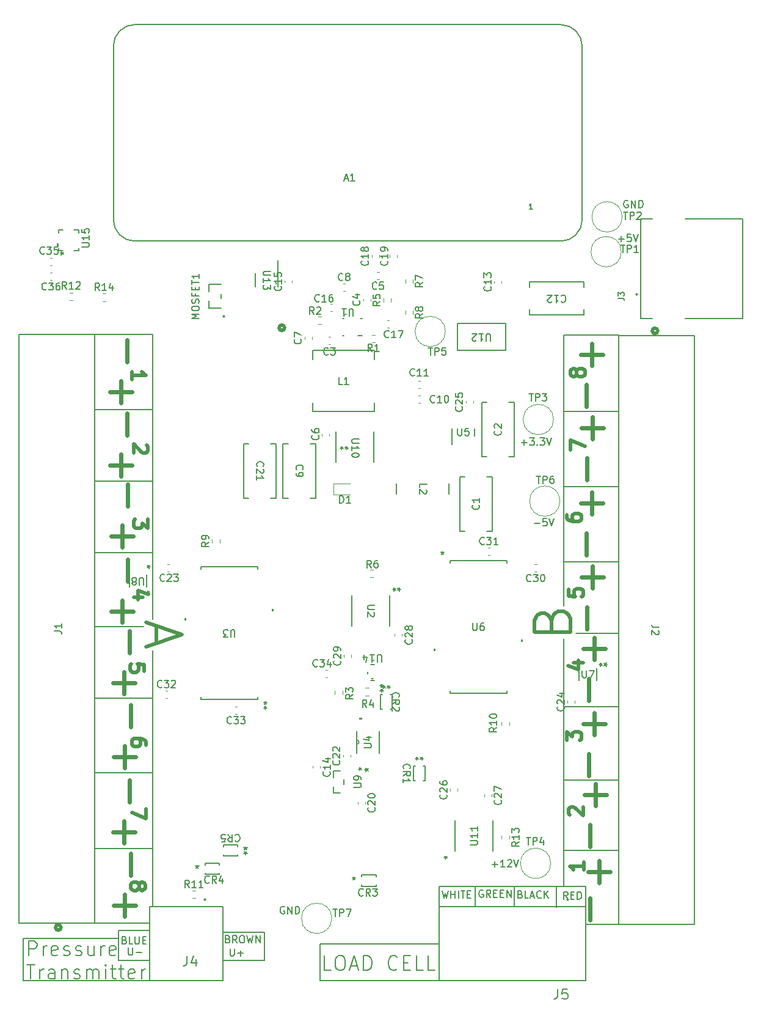
<source format=gbr>
%TF.GenerationSoftware,KiCad,Pcbnew,7.0.10*%
%TF.CreationDate,2024-02-10T17:39:24-06:00*%
%TF.ProjectId,DAQ,4441512e-6b69-4636-9164-5f7063625858,rev?*%
%TF.SameCoordinates,Original*%
%TF.FileFunction,Legend,Top*%
%TF.FilePolarity,Positive*%
%FSLAX46Y46*%
G04 Gerber Fmt 4.6, Leading zero omitted, Abs format (unit mm)*
G04 Created by KiCad (PCBNEW 7.0.10) date 2024-02-10 17:39:24*
%MOMM*%
%LPD*%
G01*
G04 APERTURE LIST*
%ADD10C,0.150000*%
%ADD11C,0.500000*%
%ADD12C,0.600000*%
%ADD13C,0.200000*%
%ADD14C,0.152400*%
%ADD15C,0.508000*%
%ADD16C,0.120000*%
%ADD17C,0.127000*%
G04 APERTURE END LIST*
D10*
X43307000Y-123317000D02*
X43307000Y-133223000D01*
X43307000Y-133223000D02*
X43307000Y-142494000D01*
X100330000Y-164719000D02*
X107950000Y-164719000D01*
X43307000Y-113411000D02*
X35306000Y-113411000D01*
X42799000Y-189738000D02*
X42926000Y-189738000D01*
X100330000Y-113665000D02*
X107950000Y-113665000D01*
X99314000Y-179451000D02*
X100330000Y-179451000D01*
X43307000Y-174244000D02*
X35306000Y-174244000D01*
X66548000Y-192532000D02*
X83058000Y-192532000D01*
X99314000Y-182372000D02*
X99314000Y-179451000D01*
X38608000Y-186690000D02*
X38608000Y-185547000D01*
X43307000Y-163703000D02*
X35306000Y-163703000D01*
X58801000Y-189738000D02*
X53086000Y-189738000D01*
X107950000Y-154559000D02*
X100330000Y-154559000D01*
X66548000Y-187423000D02*
X66548000Y-192532000D01*
X100330000Y-113665000D02*
X100330000Y-103124000D01*
X100330000Y-154559000D02*
X107950000Y-154559000D01*
X100330000Y-174498000D02*
X100330000Y-164719000D01*
X35254600Y-102997000D02*
X43307000Y-102997000D01*
X103378000Y-179451000D02*
X103378000Y-182298000D01*
X43307000Y-102997000D02*
X43307000Y-113411000D01*
X43307000Y-123317000D02*
X35306000Y-123317000D01*
X43307000Y-153416000D02*
X35306000Y-153416000D01*
X43307000Y-163703000D02*
X43307000Y-174244000D01*
X100330000Y-140589000D02*
X100330000Y-134493000D01*
X83058000Y-182298000D02*
X83058000Y-179451000D01*
X43307000Y-153416000D02*
X43307000Y-163703000D01*
X42037000Y-143510000D02*
X35254600Y-143510000D01*
X25400000Y-186690000D02*
X38608000Y-186690000D01*
X83058000Y-187423000D02*
X66548000Y-187423000D01*
X100330000Y-134493000D02*
X100330000Y-124079000D01*
X100330000Y-124079000D02*
X107823000Y-124079000D01*
X100330000Y-174498000D02*
X100330000Y-179451000D01*
X25400000Y-192548000D02*
X25400000Y-186690000D01*
X35254600Y-184531000D02*
X42799000Y-184531000D01*
X100330000Y-154559000D02*
X100330000Y-145161000D01*
X100330000Y-179451000D02*
X83058000Y-179451000D01*
X38608000Y-185547000D02*
X42926000Y-185547000D01*
X100330000Y-179451000D02*
X103378000Y-179451000D01*
X107950000Y-174498000D02*
X100330000Y-174498000D01*
X43307000Y-146812000D02*
X43307000Y-153416000D01*
X107950000Y-113665000D02*
X100330000Y-113665000D01*
X38608000Y-189738000D02*
X42799000Y-189738000D01*
X88011000Y-179451000D02*
X88011000Y-182245000D01*
X100330000Y-164719000D02*
X100330000Y-154559000D01*
X43307000Y-174244000D02*
X43307000Y-182298000D01*
X58801000Y-185801000D02*
X58801000Y-189738000D01*
X43307000Y-113411000D02*
X43307000Y-123317000D01*
X43307000Y-133223000D02*
X35306000Y-133223000D01*
X42926000Y-192548000D02*
X25400000Y-192548000D01*
X100330000Y-124079000D02*
X100330000Y-113665000D01*
X100330000Y-134493000D02*
X107823000Y-134493000D01*
X107911653Y-184706253D02*
X103378000Y-184706253D01*
X53086000Y-185801000D02*
X58801000Y-185801000D01*
X93472000Y-182245000D02*
X93472000Y-179451000D01*
X100330000Y-103124000D02*
X107911653Y-103124000D01*
X107950000Y-164719000D02*
X100330000Y-164719000D01*
X101981000Y-144399000D02*
X107911653Y-144399000D01*
X38608000Y-186690000D02*
X38608000Y-189738000D01*
D11*
X101646904Y-148451719D02*
X102980238Y-148451719D01*
X100885000Y-148927910D02*
X102313571Y-149404100D01*
X102313571Y-149404100D02*
X102313571Y-148166005D01*
D12*
X39865466Y-126795883D02*
X39865466Y-123748264D01*
X103898533Y-170892116D02*
X103898533Y-173939736D01*
D11*
X102091380Y-108510148D02*
X101996142Y-108700624D01*
X101996142Y-108700624D02*
X101900904Y-108795862D01*
X101900904Y-108795862D02*
X101710428Y-108891100D01*
X101710428Y-108891100D02*
X101615190Y-108891100D01*
X101615190Y-108891100D02*
X101424714Y-108795862D01*
X101424714Y-108795862D02*
X101329476Y-108700624D01*
X101329476Y-108700624D02*
X101234238Y-108510148D01*
X101234238Y-108510148D02*
X101234238Y-108129195D01*
X101234238Y-108129195D02*
X101329476Y-107938719D01*
X101329476Y-107938719D02*
X101424714Y-107843481D01*
X101424714Y-107843481D02*
X101615190Y-107748243D01*
X101615190Y-107748243D02*
X101710428Y-107748243D01*
X101710428Y-107748243D02*
X101900904Y-107843481D01*
X101900904Y-107843481D02*
X101996142Y-107938719D01*
X101996142Y-107938719D02*
X102091380Y-108129195D01*
X102091380Y-108129195D02*
X102091380Y-108510148D01*
X102091380Y-108510148D02*
X102186619Y-108700624D01*
X102186619Y-108700624D02*
X102281857Y-108795862D01*
X102281857Y-108795862D02*
X102472333Y-108891100D01*
X102472333Y-108891100D02*
X102853285Y-108891100D01*
X102853285Y-108891100D02*
X103043761Y-108795862D01*
X103043761Y-108795862D02*
X103139000Y-108700624D01*
X103139000Y-108700624D02*
X103234238Y-108510148D01*
X103234238Y-108510148D02*
X103234238Y-108129195D01*
X103234238Y-108129195D02*
X103139000Y-107938719D01*
X103139000Y-107938719D02*
X103043761Y-107843481D01*
X103043761Y-107843481D02*
X102853285Y-107748243D01*
X102853285Y-107748243D02*
X102472333Y-107748243D01*
X102472333Y-107748243D02*
X102281857Y-107843481D01*
X102281857Y-107843481D02*
X102186619Y-107938719D01*
X102186619Y-107938719D02*
X102091380Y-108129195D01*
D12*
X37415116Y-121145466D02*
X40462736Y-121145466D01*
X38938926Y-122669276D02*
X38938926Y-119621657D01*
D13*
X26134768Y-189056838D02*
X26134768Y-187056838D01*
X26134768Y-187056838D02*
X26896673Y-187056838D01*
X26896673Y-187056838D02*
X27087149Y-187152076D01*
X27087149Y-187152076D02*
X27182387Y-187247314D01*
X27182387Y-187247314D02*
X27277625Y-187437790D01*
X27277625Y-187437790D02*
X27277625Y-187723504D01*
X27277625Y-187723504D02*
X27182387Y-187913980D01*
X27182387Y-187913980D02*
X27087149Y-188009219D01*
X27087149Y-188009219D02*
X26896673Y-188104457D01*
X26896673Y-188104457D02*
X26134768Y-188104457D01*
X28134768Y-189056838D02*
X28134768Y-187723504D01*
X28134768Y-188104457D02*
X28230006Y-187913980D01*
X28230006Y-187913980D02*
X28325244Y-187818742D01*
X28325244Y-187818742D02*
X28515720Y-187723504D01*
X28515720Y-187723504D02*
X28706197Y-187723504D01*
X30134768Y-188961600D02*
X29944292Y-189056838D01*
X29944292Y-189056838D02*
X29563339Y-189056838D01*
X29563339Y-189056838D02*
X29372863Y-188961600D01*
X29372863Y-188961600D02*
X29277625Y-188771123D01*
X29277625Y-188771123D02*
X29277625Y-188009219D01*
X29277625Y-188009219D02*
X29372863Y-187818742D01*
X29372863Y-187818742D02*
X29563339Y-187723504D01*
X29563339Y-187723504D02*
X29944292Y-187723504D01*
X29944292Y-187723504D02*
X30134768Y-187818742D01*
X30134768Y-187818742D02*
X30230006Y-188009219D01*
X30230006Y-188009219D02*
X30230006Y-188199695D01*
X30230006Y-188199695D02*
X29277625Y-188390171D01*
X30991911Y-188961600D02*
X31182387Y-189056838D01*
X31182387Y-189056838D02*
X31563339Y-189056838D01*
X31563339Y-189056838D02*
X31753816Y-188961600D01*
X31753816Y-188961600D02*
X31849054Y-188771123D01*
X31849054Y-188771123D02*
X31849054Y-188675885D01*
X31849054Y-188675885D02*
X31753816Y-188485409D01*
X31753816Y-188485409D02*
X31563339Y-188390171D01*
X31563339Y-188390171D02*
X31277625Y-188390171D01*
X31277625Y-188390171D02*
X31087149Y-188294933D01*
X31087149Y-188294933D02*
X30991911Y-188104457D01*
X30991911Y-188104457D02*
X30991911Y-188009219D01*
X30991911Y-188009219D02*
X31087149Y-187818742D01*
X31087149Y-187818742D02*
X31277625Y-187723504D01*
X31277625Y-187723504D02*
X31563339Y-187723504D01*
X31563339Y-187723504D02*
X31753816Y-187818742D01*
X32610959Y-188961600D02*
X32801435Y-189056838D01*
X32801435Y-189056838D02*
X33182387Y-189056838D01*
X33182387Y-189056838D02*
X33372864Y-188961600D01*
X33372864Y-188961600D02*
X33468102Y-188771123D01*
X33468102Y-188771123D02*
X33468102Y-188675885D01*
X33468102Y-188675885D02*
X33372864Y-188485409D01*
X33372864Y-188485409D02*
X33182387Y-188390171D01*
X33182387Y-188390171D02*
X32896673Y-188390171D01*
X32896673Y-188390171D02*
X32706197Y-188294933D01*
X32706197Y-188294933D02*
X32610959Y-188104457D01*
X32610959Y-188104457D02*
X32610959Y-188009219D01*
X32610959Y-188009219D02*
X32706197Y-187818742D01*
X32706197Y-187818742D02*
X32896673Y-187723504D01*
X32896673Y-187723504D02*
X33182387Y-187723504D01*
X33182387Y-187723504D02*
X33372864Y-187818742D01*
X35182388Y-187723504D02*
X35182388Y-189056838D01*
X34325245Y-187723504D02*
X34325245Y-188771123D01*
X34325245Y-188771123D02*
X34420483Y-188961600D01*
X34420483Y-188961600D02*
X34610959Y-189056838D01*
X34610959Y-189056838D02*
X34896674Y-189056838D01*
X34896674Y-189056838D02*
X35087150Y-188961600D01*
X35087150Y-188961600D02*
X35182388Y-188866361D01*
X36134769Y-189056838D02*
X36134769Y-187723504D01*
X36134769Y-188104457D02*
X36230007Y-187913980D01*
X36230007Y-187913980D02*
X36325245Y-187818742D01*
X36325245Y-187818742D02*
X36515721Y-187723504D01*
X36515721Y-187723504D02*
X36706198Y-187723504D01*
X38134769Y-188961600D02*
X37944293Y-189056838D01*
X37944293Y-189056838D02*
X37563340Y-189056838D01*
X37563340Y-189056838D02*
X37372864Y-188961600D01*
X37372864Y-188961600D02*
X37277626Y-188771123D01*
X37277626Y-188771123D02*
X37277626Y-188009219D01*
X37277626Y-188009219D02*
X37372864Y-187818742D01*
X37372864Y-187818742D02*
X37563340Y-187723504D01*
X37563340Y-187723504D02*
X37944293Y-187723504D01*
X37944293Y-187723504D02*
X38134769Y-187818742D01*
X38134769Y-187818742D02*
X38230007Y-188009219D01*
X38230007Y-188009219D02*
X38230007Y-188199695D01*
X38230007Y-188199695D02*
X37277626Y-188390171D01*
X25849054Y-190276838D02*
X26991911Y-190276838D01*
X26420482Y-192276838D02*
X26420482Y-190276838D01*
X27658578Y-192276838D02*
X27658578Y-190943504D01*
X27658578Y-191324457D02*
X27753816Y-191133980D01*
X27753816Y-191133980D02*
X27849054Y-191038742D01*
X27849054Y-191038742D02*
X28039530Y-190943504D01*
X28039530Y-190943504D02*
X28230007Y-190943504D01*
X29753816Y-192276838D02*
X29753816Y-191229219D01*
X29753816Y-191229219D02*
X29658578Y-191038742D01*
X29658578Y-191038742D02*
X29468102Y-190943504D01*
X29468102Y-190943504D02*
X29087149Y-190943504D01*
X29087149Y-190943504D02*
X28896673Y-191038742D01*
X29753816Y-192181600D02*
X29563340Y-192276838D01*
X29563340Y-192276838D02*
X29087149Y-192276838D01*
X29087149Y-192276838D02*
X28896673Y-192181600D01*
X28896673Y-192181600D02*
X28801435Y-191991123D01*
X28801435Y-191991123D02*
X28801435Y-191800647D01*
X28801435Y-191800647D02*
X28896673Y-191610171D01*
X28896673Y-191610171D02*
X29087149Y-191514933D01*
X29087149Y-191514933D02*
X29563340Y-191514933D01*
X29563340Y-191514933D02*
X29753816Y-191419695D01*
X30706197Y-190943504D02*
X30706197Y-192276838D01*
X30706197Y-191133980D02*
X30801435Y-191038742D01*
X30801435Y-191038742D02*
X30991911Y-190943504D01*
X30991911Y-190943504D02*
X31277626Y-190943504D01*
X31277626Y-190943504D02*
X31468102Y-191038742D01*
X31468102Y-191038742D02*
X31563340Y-191229219D01*
X31563340Y-191229219D02*
X31563340Y-192276838D01*
X32420483Y-192181600D02*
X32610959Y-192276838D01*
X32610959Y-192276838D02*
X32991911Y-192276838D01*
X32991911Y-192276838D02*
X33182388Y-192181600D01*
X33182388Y-192181600D02*
X33277626Y-191991123D01*
X33277626Y-191991123D02*
X33277626Y-191895885D01*
X33277626Y-191895885D02*
X33182388Y-191705409D01*
X33182388Y-191705409D02*
X32991911Y-191610171D01*
X32991911Y-191610171D02*
X32706197Y-191610171D01*
X32706197Y-191610171D02*
X32515721Y-191514933D01*
X32515721Y-191514933D02*
X32420483Y-191324457D01*
X32420483Y-191324457D02*
X32420483Y-191229219D01*
X32420483Y-191229219D02*
X32515721Y-191038742D01*
X32515721Y-191038742D02*
X32706197Y-190943504D01*
X32706197Y-190943504D02*
X32991911Y-190943504D01*
X32991911Y-190943504D02*
X33182388Y-191038742D01*
X34134769Y-192276838D02*
X34134769Y-190943504D01*
X34134769Y-191133980D02*
X34230007Y-191038742D01*
X34230007Y-191038742D02*
X34420483Y-190943504D01*
X34420483Y-190943504D02*
X34706198Y-190943504D01*
X34706198Y-190943504D02*
X34896674Y-191038742D01*
X34896674Y-191038742D02*
X34991912Y-191229219D01*
X34991912Y-191229219D02*
X34991912Y-192276838D01*
X34991912Y-191229219D02*
X35087150Y-191038742D01*
X35087150Y-191038742D02*
X35277626Y-190943504D01*
X35277626Y-190943504D02*
X35563340Y-190943504D01*
X35563340Y-190943504D02*
X35753817Y-191038742D01*
X35753817Y-191038742D02*
X35849055Y-191229219D01*
X35849055Y-191229219D02*
X35849055Y-192276838D01*
X36801436Y-192276838D02*
X36801436Y-190943504D01*
X36801436Y-190276838D02*
X36706198Y-190372076D01*
X36706198Y-190372076D02*
X36801436Y-190467314D01*
X36801436Y-190467314D02*
X36896674Y-190372076D01*
X36896674Y-190372076D02*
X36801436Y-190276838D01*
X36801436Y-190276838D02*
X36801436Y-190467314D01*
X37468103Y-190943504D02*
X38230007Y-190943504D01*
X37753817Y-190276838D02*
X37753817Y-191991123D01*
X37753817Y-191991123D02*
X37849055Y-192181600D01*
X37849055Y-192181600D02*
X38039531Y-192276838D01*
X38039531Y-192276838D02*
X38230007Y-192276838D01*
X38610960Y-190943504D02*
X39372864Y-190943504D01*
X38896674Y-190276838D02*
X38896674Y-191991123D01*
X38896674Y-191991123D02*
X38991912Y-192181600D01*
X38991912Y-192181600D02*
X39182388Y-192276838D01*
X39182388Y-192276838D02*
X39372864Y-192276838D01*
X40801436Y-192181600D02*
X40610960Y-192276838D01*
X40610960Y-192276838D02*
X40230007Y-192276838D01*
X40230007Y-192276838D02*
X40039531Y-192181600D01*
X40039531Y-192181600D02*
X39944293Y-191991123D01*
X39944293Y-191991123D02*
X39944293Y-191229219D01*
X39944293Y-191229219D02*
X40039531Y-191038742D01*
X40039531Y-191038742D02*
X40230007Y-190943504D01*
X40230007Y-190943504D02*
X40610960Y-190943504D01*
X40610960Y-190943504D02*
X40801436Y-191038742D01*
X40801436Y-191038742D02*
X40896674Y-191229219D01*
X40896674Y-191229219D02*
X40896674Y-191419695D01*
X40896674Y-191419695D02*
X39944293Y-191610171D01*
X41753817Y-192276838D02*
X41753817Y-190943504D01*
X41753817Y-191324457D02*
X41849055Y-191133980D01*
X41849055Y-191133980D02*
X41944293Y-191038742D01*
X41944293Y-191038742D02*
X42134769Y-190943504D01*
X42134769Y-190943504D02*
X42325246Y-190943504D01*
D12*
X103771533Y-150699116D02*
X103771533Y-153746736D01*
D11*
X42148761Y-149712518D02*
X42148761Y-148760137D01*
X42148761Y-148760137D02*
X41196380Y-148664899D01*
X41196380Y-148664899D02*
X41291619Y-148760137D01*
X41291619Y-148760137D02*
X41386857Y-148950613D01*
X41386857Y-148950613D02*
X41386857Y-149426804D01*
X41386857Y-149426804D02*
X41291619Y-149617280D01*
X41291619Y-149617280D02*
X41196380Y-149712518D01*
X41196380Y-149712518D02*
X41005904Y-149807756D01*
X41005904Y-149807756D02*
X40529714Y-149807756D01*
X40529714Y-149807756D02*
X40339238Y-149712518D01*
X40339238Y-149712518D02*
X40244000Y-149617280D01*
X40244000Y-149617280D02*
X40148761Y-149426804D01*
X40148761Y-149426804D02*
X40148761Y-148950613D01*
X40148761Y-148950613D02*
X40244000Y-148760137D01*
X40244000Y-148760137D02*
X40339238Y-148664899D01*
D12*
X106729883Y-177431533D02*
X103682264Y-177431533D01*
X105206073Y-175907723D02*
X105206073Y-178955342D01*
D10*
X68075255Y-191072938D02*
X67122874Y-191072938D01*
X67122874Y-191072938D02*
X67122874Y-189072938D01*
X69122874Y-189072938D02*
X69503827Y-189072938D01*
X69503827Y-189072938D02*
X69694303Y-189168176D01*
X69694303Y-189168176D02*
X69884779Y-189358652D01*
X69884779Y-189358652D02*
X69980017Y-189739604D01*
X69980017Y-189739604D02*
X69980017Y-190406271D01*
X69980017Y-190406271D02*
X69884779Y-190787223D01*
X69884779Y-190787223D02*
X69694303Y-190977700D01*
X69694303Y-190977700D02*
X69503827Y-191072938D01*
X69503827Y-191072938D02*
X69122874Y-191072938D01*
X69122874Y-191072938D02*
X68932398Y-190977700D01*
X68932398Y-190977700D02*
X68741922Y-190787223D01*
X68741922Y-190787223D02*
X68646684Y-190406271D01*
X68646684Y-190406271D02*
X68646684Y-189739604D01*
X68646684Y-189739604D02*
X68741922Y-189358652D01*
X68741922Y-189358652D02*
X68932398Y-189168176D01*
X68932398Y-189168176D02*
X69122874Y-189072938D01*
X70741922Y-190501509D02*
X71694303Y-190501509D01*
X70551446Y-191072938D02*
X71218112Y-189072938D01*
X71218112Y-189072938D02*
X71884779Y-191072938D01*
X72551446Y-191072938D02*
X72551446Y-189072938D01*
X72551446Y-189072938D02*
X73027636Y-189072938D01*
X73027636Y-189072938D02*
X73313351Y-189168176D01*
X73313351Y-189168176D02*
X73503827Y-189358652D01*
X73503827Y-189358652D02*
X73599065Y-189549128D01*
X73599065Y-189549128D02*
X73694303Y-189930080D01*
X73694303Y-189930080D02*
X73694303Y-190215795D01*
X73694303Y-190215795D02*
X73599065Y-190596747D01*
X73599065Y-190596747D02*
X73503827Y-190787223D01*
X73503827Y-190787223D02*
X73313351Y-190977700D01*
X73313351Y-190977700D02*
X73027636Y-191072938D01*
X73027636Y-191072938D02*
X72551446Y-191072938D01*
X77218113Y-190882461D02*
X77122875Y-190977700D01*
X77122875Y-190977700D02*
X76837161Y-191072938D01*
X76837161Y-191072938D02*
X76646685Y-191072938D01*
X76646685Y-191072938D02*
X76360970Y-190977700D01*
X76360970Y-190977700D02*
X76170494Y-190787223D01*
X76170494Y-190787223D02*
X76075256Y-190596747D01*
X76075256Y-190596747D02*
X75980018Y-190215795D01*
X75980018Y-190215795D02*
X75980018Y-189930080D01*
X75980018Y-189930080D02*
X76075256Y-189549128D01*
X76075256Y-189549128D02*
X76170494Y-189358652D01*
X76170494Y-189358652D02*
X76360970Y-189168176D01*
X76360970Y-189168176D02*
X76646685Y-189072938D01*
X76646685Y-189072938D02*
X76837161Y-189072938D01*
X76837161Y-189072938D02*
X77122875Y-189168176D01*
X77122875Y-189168176D02*
X77218113Y-189263414D01*
X78075256Y-190025319D02*
X78741923Y-190025319D01*
X79027637Y-191072938D02*
X78075256Y-191072938D01*
X78075256Y-191072938D02*
X78075256Y-189072938D01*
X78075256Y-189072938D02*
X79027637Y-189072938D01*
X80837161Y-191072938D02*
X79884780Y-191072938D01*
X79884780Y-191072938D02*
X79884780Y-189072938D01*
X82456209Y-191072938D02*
X81503828Y-191072938D01*
X81503828Y-191072938D02*
X81503828Y-189072938D01*
D12*
X106094883Y-146570533D02*
X103047264Y-146570533D01*
X104571073Y-145046723D02*
X104571073Y-148094342D01*
X105840883Y-115963533D02*
X102793264Y-115963533D01*
X104317073Y-114439723D02*
X104317073Y-117487342D01*
D10*
X89125588Y-180019438D02*
X89030350Y-179971819D01*
X89030350Y-179971819D02*
X88887493Y-179971819D01*
X88887493Y-179971819D02*
X88744636Y-180019438D01*
X88744636Y-180019438D02*
X88649398Y-180114676D01*
X88649398Y-180114676D02*
X88601779Y-180209914D01*
X88601779Y-180209914D02*
X88554160Y-180400390D01*
X88554160Y-180400390D02*
X88554160Y-180543247D01*
X88554160Y-180543247D02*
X88601779Y-180733723D01*
X88601779Y-180733723D02*
X88649398Y-180828961D01*
X88649398Y-180828961D02*
X88744636Y-180924200D01*
X88744636Y-180924200D02*
X88887493Y-180971819D01*
X88887493Y-180971819D02*
X88982731Y-180971819D01*
X88982731Y-180971819D02*
X89125588Y-180924200D01*
X89125588Y-180924200D02*
X89173207Y-180876580D01*
X89173207Y-180876580D02*
X89173207Y-180543247D01*
X89173207Y-180543247D02*
X88982731Y-180543247D01*
X90173207Y-180971819D02*
X89839874Y-180495628D01*
X89601779Y-180971819D02*
X89601779Y-179971819D01*
X89601779Y-179971819D02*
X89982731Y-179971819D01*
X89982731Y-179971819D02*
X90077969Y-180019438D01*
X90077969Y-180019438D02*
X90125588Y-180067057D01*
X90125588Y-180067057D02*
X90173207Y-180162295D01*
X90173207Y-180162295D02*
X90173207Y-180305152D01*
X90173207Y-180305152D02*
X90125588Y-180400390D01*
X90125588Y-180400390D02*
X90077969Y-180448009D01*
X90077969Y-180448009D02*
X89982731Y-180495628D01*
X89982731Y-180495628D02*
X89601779Y-180495628D01*
X90601779Y-180448009D02*
X90935112Y-180448009D01*
X91077969Y-180971819D02*
X90601779Y-180971819D01*
X90601779Y-180971819D02*
X90601779Y-179971819D01*
X90601779Y-179971819D02*
X91077969Y-179971819D01*
X91506541Y-180448009D02*
X91839874Y-180448009D01*
X91982731Y-180971819D02*
X91506541Y-180971819D01*
X91506541Y-180971819D02*
X91506541Y-179971819D01*
X91506541Y-179971819D02*
X91982731Y-179971819D01*
X92411303Y-180971819D02*
X92411303Y-179971819D01*
X92411303Y-179971819D02*
X92982731Y-180971819D01*
X92982731Y-180971819D02*
X92982731Y-179971819D01*
X109191588Y-84515438D02*
X109096350Y-84467819D01*
X109096350Y-84467819D02*
X108953493Y-84467819D01*
X108953493Y-84467819D02*
X108810636Y-84515438D01*
X108810636Y-84515438D02*
X108715398Y-84610676D01*
X108715398Y-84610676D02*
X108667779Y-84705914D01*
X108667779Y-84705914D02*
X108620160Y-84896390D01*
X108620160Y-84896390D02*
X108620160Y-85039247D01*
X108620160Y-85039247D02*
X108667779Y-85229723D01*
X108667779Y-85229723D02*
X108715398Y-85324961D01*
X108715398Y-85324961D02*
X108810636Y-85420200D01*
X108810636Y-85420200D02*
X108953493Y-85467819D01*
X108953493Y-85467819D02*
X109048731Y-85467819D01*
X109048731Y-85467819D02*
X109191588Y-85420200D01*
X109191588Y-85420200D02*
X109239207Y-85372580D01*
X109239207Y-85372580D02*
X109239207Y-85039247D01*
X109239207Y-85039247D02*
X109048731Y-85039247D01*
X109667779Y-85467819D02*
X109667779Y-84467819D01*
X109667779Y-84467819D02*
X110239207Y-85467819D01*
X110239207Y-85467819D02*
X110239207Y-84467819D01*
X110715398Y-85467819D02*
X110715398Y-84467819D01*
X110715398Y-84467819D02*
X110953493Y-84467819D01*
X110953493Y-84467819D02*
X111096350Y-84515438D01*
X111096350Y-84515438D02*
X111191588Y-84610676D01*
X111191588Y-84610676D02*
X111239207Y-84705914D01*
X111239207Y-84705914D02*
X111286826Y-84896390D01*
X111286826Y-84896390D02*
X111286826Y-85039247D01*
X111286826Y-85039247D02*
X111239207Y-85229723D01*
X111239207Y-85229723D02*
X111191588Y-85324961D01*
X111191588Y-85324961D02*
X111096350Y-85420200D01*
X111096350Y-85420200D02*
X110953493Y-85467819D01*
X110953493Y-85467819D02*
X110715398Y-85467819D01*
D12*
X103898533Y-181052116D02*
X103898533Y-184099736D01*
D11*
X101170714Y-169597100D02*
X101075476Y-169501862D01*
X101075476Y-169501862D02*
X100980238Y-169311386D01*
X100980238Y-169311386D02*
X100980238Y-168835195D01*
X100980238Y-168835195D02*
X101075476Y-168644719D01*
X101075476Y-168644719D02*
X101170714Y-168549481D01*
X101170714Y-168549481D02*
X101361190Y-168454243D01*
X101361190Y-168454243D02*
X101551666Y-168454243D01*
X101551666Y-168454243D02*
X101837380Y-168549481D01*
X101837380Y-168549481D02*
X102980238Y-169692338D01*
X102980238Y-169692338D02*
X102980238Y-168454243D01*
D12*
X103390533Y-109932116D02*
X103390533Y-112979736D01*
D11*
X42466285Y-118311899D02*
X42561523Y-118407137D01*
X42561523Y-118407137D02*
X42656761Y-118597613D01*
X42656761Y-118597613D02*
X42656761Y-119073804D01*
X42656761Y-119073804D02*
X42561523Y-119264280D01*
X42561523Y-119264280D02*
X42466285Y-119359518D01*
X42466285Y-119359518D02*
X42275809Y-119454756D01*
X42275809Y-119454756D02*
X42085333Y-119454756D01*
X42085333Y-119454756D02*
X41799619Y-119359518D01*
X41799619Y-119359518D02*
X40656761Y-118216661D01*
X40656761Y-118216661D02*
X40656761Y-119454756D01*
D12*
X39738466Y-106856883D02*
X39738466Y-103809264D01*
D10*
X39960779Y-187972819D02*
X39960779Y-188782342D01*
X39960779Y-188782342D02*
X40008398Y-188877580D01*
X40008398Y-188877580D02*
X40056017Y-188925200D01*
X40056017Y-188925200D02*
X40151255Y-188972819D01*
X40151255Y-188972819D02*
X40341731Y-188972819D01*
X40341731Y-188972819D02*
X40436969Y-188925200D01*
X40436969Y-188925200D02*
X40484588Y-188877580D01*
X40484588Y-188877580D02*
X40532207Y-188782342D01*
X40532207Y-188782342D02*
X40532207Y-187972819D01*
X41008398Y-188591866D02*
X41770303Y-188591866D01*
D12*
X105713883Y-126377533D02*
X102666264Y-126377533D01*
X104190073Y-124853723D02*
X104190073Y-127901342D01*
X106094883Y-156984533D02*
X103047264Y-156984533D01*
X104571073Y-155460723D02*
X104571073Y-158508342D01*
D10*
X54057779Y-188099819D02*
X54057779Y-188909342D01*
X54057779Y-188909342D02*
X54105398Y-189004580D01*
X54105398Y-189004580D02*
X54153017Y-189052200D01*
X54153017Y-189052200D02*
X54248255Y-189099819D01*
X54248255Y-189099819D02*
X54438731Y-189099819D01*
X54438731Y-189099819D02*
X54533969Y-189052200D01*
X54533969Y-189052200D02*
X54581588Y-189004580D01*
X54581588Y-189004580D02*
X54629207Y-188909342D01*
X54629207Y-188909342D02*
X54629207Y-188099819D01*
X55105398Y-188718866D02*
X55867303Y-188718866D01*
X55486350Y-189099819D02*
X55486350Y-188337914D01*
D12*
X37542116Y-141338466D02*
X40589736Y-141338466D01*
X39065926Y-142862276D02*
X39065926Y-139814657D01*
D11*
X98597047Y-142609910D02*
X98835142Y-141895624D01*
X98835142Y-141895624D02*
X99073238Y-141657529D01*
X99073238Y-141657529D02*
X99549428Y-141419433D01*
X99549428Y-141419433D02*
X100263714Y-141419433D01*
X100263714Y-141419433D02*
X100739904Y-141657529D01*
X100739904Y-141657529D02*
X100978000Y-141895624D01*
X100978000Y-141895624D02*
X101216095Y-142371814D01*
X101216095Y-142371814D02*
X101216095Y-144276576D01*
X101216095Y-144276576D02*
X96216095Y-144276576D01*
X96216095Y-144276576D02*
X96216095Y-142609910D01*
X96216095Y-142609910D02*
X96454190Y-142133719D01*
X96454190Y-142133719D02*
X96692285Y-141895624D01*
X96692285Y-141895624D02*
X97168476Y-141657529D01*
X97168476Y-141657529D02*
X97644666Y-141657529D01*
X97644666Y-141657529D02*
X98120857Y-141895624D01*
X98120857Y-141895624D02*
X98358952Y-142133719D01*
X98358952Y-142133719D02*
X98597047Y-142609910D01*
X98597047Y-142609910D02*
X98597047Y-144276576D01*
X42656761Y-128630661D02*
X42656761Y-129868756D01*
X42656761Y-129868756D02*
X41894857Y-129202089D01*
X41894857Y-129202089D02*
X41894857Y-129487804D01*
X41894857Y-129487804D02*
X41799619Y-129678280D01*
X41799619Y-129678280D02*
X41704380Y-129773518D01*
X41704380Y-129773518D02*
X41513904Y-129868756D01*
X41513904Y-129868756D02*
X41037714Y-129868756D01*
X41037714Y-129868756D02*
X40847238Y-129773518D01*
X40847238Y-129773518D02*
X40752000Y-129678280D01*
X40752000Y-129678280D02*
X40656761Y-129487804D01*
X40656761Y-129487804D02*
X40656761Y-128916375D01*
X40656761Y-128916375D02*
X40752000Y-128725899D01*
X40752000Y-128725899D02*
X40847238Y-128630661D01*
X101234238Y-119019338D02*
X101234238Y-117686005D01*
X101234238Y-117686005D02*
X103234238Y-118543148D01*
D12*
X103771533Y-161113116D02*
X103771533Y-164160736D01*
D11*
X100726238Y-128004719D02*
X100726238Y-128385672D01*
X100726238Y-128385672D02*
X100821476Y-128576148D01*
X100821476Y-128576148D02*
X100916714Y-128671386D01*
X100916714Y-128671386D02*
X101202428Y-128861862D01*
X101202428Y-128861862D02*
X101583380Y-128957100D01*
X101583380Y-128957100D02*
X102345285Y-128957100D01*
X102345285Y-128957100D02*
X102535761Y-128861862D01*
X102535761Y-128861862D02*
X102631000Y-128766624D01*
X102631000Y-128766624D02*
X102726238Y-128576148D01*
X102726238Y-128576148D02*
X102726238Y-128195195D01*
X102726238Y-128195195D02*
X102631000Y-128004719D01*
X102631000Y-128004719D02*
X102535761Y-127909481D01*
X102535761Y-127909481D02*
X102345285Y-127814243D01*
X102345285Y-127814243D02*
X101869095Y-127814243D01*
X101869095Y-127814243D02*
X101678619Y-127909481D01*
X101678619Y-127909481D02*
X101583380Y-128004719D01*
X101583380Y-128004719D02*
X101488142Y-128195195D01*
X101488142Y-128195195D02*
X101488142Y-128576148D01*
X101488142Y-128576148D02*
X101583380Y-128766624D01*
X101583380Y-128766624D02*
X101678619Y-128861862D01*
X101678619Y-128861862D02*
X101869095Y-128957100D01*
D10*
X100857207Y-181225819D02*
X100523874Y-180749628D01*
X100285779Y-181225819D02*
X100285779Y-180225819D01*
X100285779Y-180225819D02*
X100666731Y-180225819D01*
X100666731Y-180225819D02*
X100761969Y-180273438D01*
X100761969Y-180273438D02*
X100809588Y-180321057D01*
X100809588Y-180321057D02*
X100857207Y-180416295D01*
X100857207Y-180416295D02*
X100857207Y-180559152D01*
X100857207Y-180559152D02*
X100809588Y-180654390D01*
X100809588Y-180654390D02*
X100761969Y-180702009D01*
X100761969Y-180702009D02*
X100666731Y-180749628D01*
X100666731Y-180749628D02*
X100285779Y-180749628D01*
X101285779Y-180702009D02*
X101619112Y-180702009D01*
X101761969Y-181225819D02*
X101285779Y-181225819D01*
X101285779Y-181225819D02*
X101285779Y-180225819D01*
X101285779Y-180225819D02*
X101761969Y-180225819D01*
X102190541Y-181225819D02*
X102190541Y-180225819D01*
X102190541Y-180225819D02*
X102428636Y-180225819D01*
X102428636Y-180225819D02*
X102571493Y-180273438D01*
X102571493Y-180273438D02*
X102666731Y-180368676D01*
X102666731Y-180368676D02*
X102714350Y-180463914D01*
X102714350Y-180463914D02*
X102761969Y-180654390D01*
X102761969Y-180654390D02*
X102761969Y-180797247D01*
X102761969Y-180797247D02*
X102714350Y-180987723D01*
X102714350Y-180987723D02*
X102666731Y-181082961D01*
X102666731Y-181082961D02*
X102571493Y-181178200D01*
X102571493Y-181178200D02*
X102428636Y-181225819D01*
X102428636Y-181225819D02*
X102190541Y-181225819D01*
D12*
X40246466Y-177976883D02*
X40246466Y-174929264D01*
D11*
X100980238Y-138323481D02*
X100980238Y-139275862D01*
X100980238Y-139275862D02*
X101932619Y-139371100D01*
X101932619Y-139371100D02*
X101837380Y-139275862D01*
X101837380Y-139275862D02*
X101742142Y-139085386D01*
X101742142Y-139085386D02*
X101742142Y-138609195D01*
X101742142Y-138609195D02*
X101837380Y-138418719D01*
X101837380Y-138418719D02*
X101932619Y-138323481D01*
X101932619Y-138323481D02*
X102123095Y-138228243D01*
X102123095Y-138228243D02*
X102599285Y-138228243D01*
X102599285Y-138228243D02*
X102789761Y-138323481D01*
X102789761Y-138323481D02*
X102885000Y-138418719D01*
X102885000Y-138418719D02*
X102980238Y-138609195D01*
X102980238Y-138609195D02*
X102980238Y-139085386D01*
X102980238Y-139085386D02*
X102885000Y-139275862D01*
X102885000Y-139275862D02*
X102789761Y-139371100D01*
D10*
X94443779Y-117979866D02*
X95205684Y-117979866D01*
X94824731Y-118360819D02*
X94824731Y-117598914D01*
X95586636Y-117360819D02*
X96205683Y-117360819D01*
X96205683Y-117360819D02*
X95872350Y-117741771D01*
X95872350Y-117741771D02*
X96015207Y-117741771D01*
X96015207Y-117741771D02*
X96110445Y-117789390D01*
X96110445Y-117789390D02*
X96158064Y-117837009D01*
X96158064Y-117837009D02*
X96205683Y-117932247D01*
X96205683Y-117932247D02*
X96205683Y-118170342D01*
X96205683Y-118170342D02*
X96158064Y-118265580D01*
X96158064Y-118265580D02*
X96110445Y-118313200D01*
X96110445Y-118313200D02*
X96015207Y-118360819D01*
X96015207Y-118360819D02*
X95729493Y-118360819D01*
X95729493Y-118360819D02*
X95634255Y-118313200D01*
X95634255Y-118313200D02*
X95586636Y-118265580D01*
X96634255Y-118265580D02*
X96681874Y-118313200D01*
X96681874Y-118313200D02*
X96634255Y-118360819D01*
X96634255Y-118360819D02*
X96586636Y-118313200D01*
X96586636Y-118313200D02*
X96634255Y-118265580D01*
X96634255Y-118265580D02*
X96634255Y-118360819D01*
X97015207Y-117360819D02*
X97634254Y-117360819D01*
X97634254Y-117360819D02*
X97300921Y-117741771D01*
X97300921Y-117741771D02*
X97443778Y-117741771D01*
X97443778Y-117741771D02*
X97539016Y-117789390D01*
X97539016Y-117789390D02*
X97586635Y-117837009D01*
X97586635Y-117837009D02*
X97634254Y-117932247D01*
X97634254Y-117932247D02*
X97634254Y-118170342D01*
X97634254Y-118170342D02*
X97586635Y-118265580D01*
X97586635Y-118265580D02*
X97539016Y-118313200D01*
X97539016Y-118313200D02*
X97443778Y-118360819D01*
X97443778Y-118360819D02*
X97158064Y-118360819D01*
X97158064Y-118360819D02*
X97062826Y-118313200D01*
X97062826Y-118313200D02*
X97015207Y-118265580D01*
X97919969Y-117360819D02*
X98253302Y-118360819D01*
X98253302Y-118360819D02*
X98586635Y-117360819D01*
D12*
X40119466Y-167816883D02*
X40119466Y-164769264D01*
X105713883Y-105803533D02*
X102666264Y-105803533D01*
X104190073Y-104279723D02*
X104190073Y-107327342D01*
D10*
X107905779Y-89785866D02*
X108667684Y-89785866D01*
X108286731Y-90166819D02*
X108286731Y-89404914D01*
X109620064Y-89166819D02*
X109143874Y-89166819D01*
X109143874Y-89166819D02*
X109096255Y-89643009D01*
X109096255Y-89643009D02*
X109143874Y-89595390D01*
X109143874Y-89595390D02*
X109239112Y-89547771D01*
X109239112Y-89547771D02*
X109477207Y-89547771D01*
X109477207Y-89547771D02*
X109572445Y-89595390D01*
X109572445Y-89595390D02*
X109620064Y-89643009D01*
X109620064Y-89643009D02*
X109667683Y-89738247D01*
X109667683Y-89738247D02*
X109667683Y-89976342D01*
X109667683Y-89976342D02*
X109620064Y-90071580D01*
X109620064Y-90071580D02*
X109572445Y-90119200D01*
X109572445Y-90119200D02*
X109477207Y-90166819D01*
X109477207Y-90166819D02*
X109239112Y-90166819D01*
X109239112Y-90166819D02*
X109143874Y-90119200D01*
X109143874Y-90119200D02*
X109096255Y-90071580D01*
X109953398Y-89166819D02*
X110286731Y-90166819D01*
X110286731Y-90166819D02*
X110620064Y-89166819D01*
D11*
X43849476Y-143394327D02*
X43849476Y-145775280D01*
X42420904Y-142918137D02*
X47420904Y-144584804D01*
X47420904Y-144584804D02*
X42420904Y-146251470D01*
D10*
X90379779Y-176399866D02*
X91141684Y-176399866D01*
X90760731Y-176780819D02*
X90760731Y-176018914D01*
X92141683Y-176780819D02*
X91570255Y-176780819D01*
X91855969Y-176780819D02*
X91855969Y-175780819D01*
X91855969Y-175780819D02*
X91760731Y-175923676D01*
X91760731Y-175923676D02*
X91665493Y-176018914D01*
X91665493Y-176018914D02*
X91570255Y-176066533D01*
X92522636Y-175876057D02*
X92570255Y-175828438D01*
X92570255Y-175828438D02*
X92665493Y-175780819D01*
X92665493Y-175780819D02*
X92903588Y-175780819D01*
X92903588Y-175780819D02*
X92998826Y-175828438D01*
X92998826Y-175828438D02*
X93046445Y-175876057D01*
X93046445Y-175876057D02*
X93094064Y-175971295D01*
X93094064Y-175971295D02*
X93094064Y-176066533D01*
X93094064Y-176066533D02*
X93046445Y-176209390D01*
X93046445Y-176209390D02*
X92475017Y-176780819D01*
X92475017Y-176780819D02*
X93094064Y-176780819D01*
X93379779Y-175780819D02*
X93713112Y-176780819D01*
X93713112Y-176780819D02*
X94046445Y-175780819D01*
D12*
X37415116Y-110985466D02*
X40462736Y-110985466D01*
X38938926Y-112509276D02*
X38938926Y-109461657D01*
X37923116Y-182105466D02*
X40970736Y-182105466D01*
X39446926Y-183629276D02*
X39446926Y-180581657D01*
D10*
X53756112Y-186769009D02*
X53898969Y-186816628D01*
X53898969Y-186816628D02*
X53946588Y-186864247D01*
X53946588Y-186864247D02*
X53994207Y-186959485D01*
X53994207Y-186959485D02*
X53994207Y-187102342D01*
X53994207Y-187102342D02*
X53946588Y-187197580D01*
X53946588Y-187197580D02*
X53898969Y-187245200D01*
X53898969Y-187245200D02*
X53803731Y-187292819D01*
X53803731Y-187292819D02*
X53422779Y-187292819D01*
X53422779Y-187292819D02*
X53422779Y-186292819D01*
X53422779Y-186292819D02*
X53756112Y-186292819D01*
X53756112Y-186292819D02*
X53851350Y-186340438D01*
X53851350Y-186340438D02*
X53898969Y-186388057D01*
X53898969Y-186388057D02*
X53946588Y-186483295D01*
X53946588Y-186483295D02*
X53946588Y-186578533D01*
X53946588Y-186578533D02*
X53898969Y-186673771D01*
X53898969Y-186673771D02*
X53851350Y-186721390D01*
X53851350Y-186721390D02*
X53756112Y-186769009D01*
X53756112Y-186769009D02*
X53422779Y-186769009D01*
X54994207Y-187292819D02*
X54660874Y-186816628D01*
X54422779Y-187292819D02*
X54422779Y-186292819D01*
X54422779Y-186292819D02*
X54803731Y-186292819D01*
X54803731Y-186292819D02*
X54898969Y-186340438D01*
X54898969Y-186340438D02*
X54946588Y-186388057D01*
X54946588Y-186388057D02*
X54994207Y-186483295D01*
X54994207Y-186483295D02*
X54994207Y-186626152D01*
X54994207Y-186626152D02*
X54946588Y-186721390D01*
X54946588Y-186721390D02*
X54898969Y-186769009D01*
X54898969Y-186769009D02*
X54803731Y-186816628D01*
X54803731Y-186816628D02*
X54422779Y-186816628D01*
X55613255Y-186292819D02*
X55803731Y-186292819D01*
X55803731Y-186292819D02*
X55898969Y-186340438D01*
X55898969Y-186340438D02*
X55994207Y-186435676D01*
X55994207Y-186435676D02*
X56041826Y-186626152D01*
X56041826Y-186626152D02*
X56041826Y-186959485D01*
X56041826Y-186959485D02*
X55994207Y-187149961D01*
X55994207Y-187149961D02*
X55898969Y-187245200D01*
X55898969Y-187245200D02*
X55803731Y-187292819D01*
X55803731Y-187292819D02*
X55613255Y-187292819D01*
X55613255Y-187292819D02*
X55518017Y-187245200D01*
X55518017Y-187245200D02*
X55422779Y-187149961D01*
X55422779Y-187149961D02*
X55375160Y-186959485D01*
X55375160Y-186959485D02*
X55375160Y-186626152D01*
X55375160Y-186626152D02*
X55422779Y-186435676D01*
X55422779Y-186435676D02*
X55518017Y-186340438D01*
X55518017Y-186340438D02*
X55613255Y-186292819D01*
X56375160Y-186292819D02*
X56613255Y-187292819D01*
X56613255Y-187292819D02*
X56803731Y-186578533D01*
X56803731Y-186578533D02*
X56994207Y-187292819D01*
X56994207Y-187292819D02*
X57232303Y-186292819D01*
X57613255Y-187292819D02*
X57613255Y-186292819D01*
X57613255Y-186292819D02*
X58184683Y-187292819D01*
X58184683Y-187292819D02*
X58184683Y-186292819D01*
D12*
X103517533Y-120092116D02*
X103517533Y-123139736D01*
X37542116Y-130924466D02*
X40589736Y-130924466D01*
X39065926Y-132448276D02*
X39065926Y-129400657D01*
D11*
X40402761Y-109294756D02*
X40402761Y-108151899D01*
X40402761Y-108723327D02*
X42402761Y-108723327D01*
X42402761Y-108723327D02*
X42117047Y-108532851D01*
X42117047Y-108532851D02*
X41926571Y-108342375D01*
X41926571Y-108342375D02*
X41831333Y-108151899D01*
X41990095Y-139457280D02*
X40656761Y-139457280D01*
X42752000Y-138981089D02*
X41323428Y-138504899D01*
X41323428Y-138504899D02*
X41323428Y-139742994D01*
D10*
X94269112Y-180575009D02*
X94411969Y-180622628D01*
X94411969Y-180622628D02*
X94459588Y-180670247D01*
X94459588Y-180670247D02*
X94507207Y-180765485D01*
X94507207Y-180765485D02*
X94507207Y-180908342D01*
X94507207Y-180908342D02*
X94459588Y-181003580D01*
X94459588Y-181003580D02*
X94411969Y-181051200D01*
X94411969Y-181051200D02*
X94316731Y-181098819D01*
X94316731Y-181098819D02*
X93935779Y-181098819D01*
X93935779Y-181098819D02*
X93935779Y-180098819D01*
X93935779Y-180098819D02*
X94269112Y-180098819D01*
X94269112Y-180098819D02*
X94364350Y-180146438D01*
X94364350Y-180146438D02*
X94411969Y-180194057D01*
X94411969Y-180194057D02*
X94459588Y-180289295D01*
X94459588Y-180289295D02*
X94459588Y-180384533D01*
X94459588Y-180384533D02*
X94411969Y-180479771D01*
X94411969Y-180479771D02*
X94364350Y-180527390D01*
X94364350Y-180527390D02*
X94269112Y-180575009D01*
X94269112Y-180575009D02*
X93935779Y-180575009D01*
X95411969Y-181098819D02*
X94935779Y-181098819D01*
X94935779Y-181098819D02*
X94935779Y-180098819D01*
X95697684Y-180813104D02*
X96173874Y-180813104D01*
X95602446Y-181098819D02*
X95935779Y-180098819D01*
X95935779Y-180098819D02*
X96269112Y-181098819D01*
X97173874Y-181003580D02*
X97126255Y-181051200D01*
X97126255Y-181051200D02*
X96983398Y-181098819D01*
X96983398Y-181098819D02*
X96888160Y-181098819D01*
X96888160Y-181098819D02*
X96745303Y-181051200D01*
X96745303Y-181051200D02*
X96650065Y-180955961D01*
X96650065Y-180955961D02*
X96602446Y-180860723D01*
X96602446Y-180860723D02*
X96554827Y-180670247D01*
X96554827Y-180670247D02*
X96554827Y-180527390D01*
X96554827Y-180527390D02*
X96602446Y-180336914D01*
X96602446Y-180336914D02*
X96650065Y-180241676D01*
X96650065Y-180241676D02*
X96745303Y-180146438D01*
X96745303Y-180146438D02*
X96888160Y-180098819D01*
X96888160Y-180098819D02*
X96983398Y-180098819D01*
X96983398Y-180098819D02*
X97126255Y-180146438D01*
X97126255Y-180146438D02*
X97173874Y-180194057D01*
X97602446Y-181098819D02*
X97602446Y-180098819D01*
X98173874Y-181098819D02*
X97745303Y-180527390D01*
X98173874Y-180098819D02*
X97602446Y-180670247D01*
D11*
X42402761Y-168762661D02*
X42402761Y-170095994D01*
X42402761Y-170095994D02*
X40402761Y-169238851D01*
D12*
X39865466Y-137209883D02*
X39865466Y-134162264D01*
X37923116Y-161531466D02*
X40970736Y-161531466D01*
X39446926Y-163055276D02*
X39446926Y-160007657D01*
X103517533Y-140793116D02*
X103517533Y-143840736D01*
D10*
X83426541Y-180098819D02*
X83664636Y-181098819D01*
X83664636Y-181098819D02*
X83855112Y-180384533D01*
X83855112Y-180384533D02*
X84045588Y-181098819D01*
X84045588Y-181098819D02*
X84283684Y-180098819D01*
X84664636Y-181098819D02*
X84664636Y-180098819D01*
X84664636Y-180575009D02*
X85236064Y-180575009D01*
X85236064Y-181098819D02*
X85236064Y-180098819D01*
X85712255Y-181098819D02*
X85712255Y-180098819D01*
X86045588Y-180098819D02*
X86617016Y-180098819D01*
X86331302Y-181098819D02*
X86331302Y-180098819D01*
X86950350Y-180575009D02*
X87283683Y-180575009D01*
X87426540Y-181098819D02*
X86950350Y-181098819D01*
X86950350Y-181098819D02*
X86950350Y-180098819D01*
X86950350Y-180098819D02*
X87426540Y-180098819D01*
X39405112Y-186925009D02*
X39547969Y-186972628D01*
X39547969Y-186972628D02*
X39595588Y-187020247D01*
X39595588Y-187020247D02*
X39643207Y-187115485D01*
X39643207Y-187115485D02*
X39643207Y-187258342D01*
X39643207Y-187258342D02*
X39595588Y-187353580D01*
X39595588Y-187353580D02*
X39547969Y-187401200D01*
X39547969Y-187401200D02*
X39452731Y-187448819D01*
X39452731Y-187448819D02*
X39071779Y-187448819D01*
X39071779Y-187448819D02*
X39071779Y-186448819D01*
X39071779Y-186448819D02*
X39405112Y-186448819D01*
X39405112Y-186448819D02*
X39500350Y-186496438D01*
X39500350Y-186496438D02*
X39547969Y-186544057D01*
X39547969Y-186544057D02*
X39595588Y-186639295D01*
X39595588Y-186639295D02*
X39595588Y-186734533D01*
X39595588Y-186734533D02*
X39547969Y-186829771D01*
X39547969Y-186829771D02*
X39500350Y-186877390D01*
X39500350Y-186877390D02*
X39405112Y-186925009D01*
X39405112Y-186925009D02*
X39071779Y-186925009D01*
X40547969Y-187448819D02*
X40071779Y-187448819D01*
X40071779Y-187448819D02*
X40071779Y-186448819D01*
X40881303Y-186448819D02*
X40881303Y-187258342D01*
X40881303Y-187258342D02*
X40928922Y-187353580D01*
X40928922Y-187353580D02*
X40976541Y-187401200D01*
X40976541Y-187401200D02*
X41071779Y-187448819D01*
X41071779Y-187448819D02*
X41262255Y-187448819D01*
X41262255Y-187448819D02*
X41357493Y-187401200D01*
X41357493Y-187401200D02*
X41405112Y-187353580D01*
X41405112Y-187353580D02*
X41452731Y-187258342D01*
X41452731Y-187258342D02*
X41452731Y-186448819D01*
X41928922Y-186925009D02*
X42262255Y-186925009D01*
X42405112Y-187448819D02*
X41928922Y-187448819D01*
X41928922Y-187448819D02*
X41928922Y-186448819D01*
X41928922Y-186448819D02*
X42405112Y-186448819D01*
X61566588Y-182305438D02*
X61471350Y-182257819D01*
X61471350Y-182257819D02*
X61328493Y-182257819D01*
X61328493Y-182257819D02*
X61185636Y-182305438D01*
X61185636Y-182305438D02*
X61090398Y-182400676D01*
X61090398Y-182400676D02*
X61042779Y-182495914D01*
X61042779Y-182495914D02*
X60995160Y-182686390D01*
X60995160Y-182686390D02*
X60995160Y-182829247D01*
X60995160Y-182829247D02*
X61042779Y-183019723D01*
X61042779Y-183019723D02*
X61090398Y-183114961D01*
X61090398Y-183114961D02*
X61185636Y-183210200D01*
X61185636Y-183210200D02*
X61328493Y-183257819D01*
X61328493Y-183257819D02*
X61423731Y-183257819D01*
X61423731Y-183257819D02*
X61566588Y-183210200D01*
X61566588Y-183210200D02*
X61614207Y-183162580D01*
X61614207Y-183162580D02*
X61614207Y-182829247D01*
X61614207Y-182829247D02*
X61423731Y-182829247D01*
X62042779Y-183257819D02*
X62042779Y-182257819D01*
X62042779Y-182257819D02*
X62614207Y-183257819D01*
X62614207Y-183257819D02*
X62614207Y-182257819D01*
X63090398Y-183257819D02*
X63090398Y-182257819D01*
X63090398Y-182257819D02*
X63328493Y-182257819D01*
X63328493Y-182257819D02*
X63471350Y-182305438D01*
X63471350Y-182305438D02*
X63566588Y-182400676D01*
X63566588Y-182400676D02*
X63614207Y-182495914D01*
X63614207Y-182495914D02*
X63661826Y-182686390D01*
X63661826Y-182686390D02*
X63661826Y-182829247D01*
X63661826Y-182829247D02*
X63614207Y-183019723D01*
X63614207Y-183019723D02*
X63566588Y-183114961D01*
X63566588Y-183114961D02*
X63471350Y-183210200D01*
X63471350Y-183210200D02*
X63328493Y-183257819D01*
X63328493Y-183257819D02*
X63090398Y-183257819D01*
D12*
X39738466Y-117016883D02*
X39738466Y-113969264D01*
X105840883Y-136664533D02*
X102793264Y-136664533D01*
X104317073Y-135140723D02*
X104317073Y-138188342D01*
X40246466Y-157402883D02*
X40246466Y-154355264D01*
X37796116Y-151244466D02*
X40843736Y-151244466D01*
X39319926Y-152768276D02*
X39319926Y-149720657D01*
X40119466Y-147115883D02*
X40119466Y-144068264D01*
D11*
X103107238Y-176074243D02*
X103107238Y-177217100D01*
X103107238Y-176645672D02*
X101107238Y-176645672D01*
X101107238Y-176645672D02*
X101392952Y-176836148D01*
X101392952Y-176836148D02*
X101583428Y-177026624D01*
X101583428Y-177026624D02*
X101678666Y-177217100D01*
D12*
X103390533Y-130506116D02*
X103390533Y-133553736D01*
D11*
X41418619Y-179271851D02*
X41513857Y-179081375D01*
X41513857Y-179081375D02*
X41609095Y-178986137D01*
X41609095Y-178986137D02*
X41799571Y-178890899D01*
X41799571Y-178890899D02*
X41894809Y-178890899D01*
X41894809Y-178890899D02*
X42085285Y-178986137D01*
X42085285Y-178986137D02*
X42180523Y-179081375D01*
X42180523Y-179081375D02*
X42275761Y-179271851D01*
X42275761Y-179271851D02*
X42275761Y-179652804D01*
X42275761Y-179652804D02*
X42180523Y-179843280D01*
X42180523Y-179843280D02*
X42085285Y-179938518D01*
X42085285Y-179938518D02*
X41894809Y-180033756D01*
X41894809Y-180033756D02*
X41799571Y-180033756D01*
X41799571Y-180033756D02*
X41609095Y-179938518D01*
X41609095Y-179938518D02*
X41513857Y-179843280D01*
X41513857Y-179843280D02*
X41418619Y-179652804D01*
X41418619Y-179652804D02*
X41418619Y-179271851D01*
X41418619Y-179271851D02*
X41323380Y-179081375D01*
X41323380Y-179081375D02*
X41228142Y-178986137D01*
X41228142Y-178986137D02*
X41037666Y-178890899D01*
X41037666Y-178890899D02*
X40656714Y-178890899D01*
X40656714Y-178890899D02*
X40466238Y-178986137D01*
X40466238Y-178986137D02*
X40371000Y-179081375D01*
X40371000Y-179081375D02*
X40275761Y-179271851D01*
X40275761Y-179271851D02*
X40275761Y-179652804D01*
X40275761Y-179652804D02*
X40371000Y-179843280D01*
X40371000Y-179843280D02*
X40466238Y-179938518D01*
X40466238Y-179938518D02*
X40656714Y-180033756D01*
X40656714Y-180033756D02*
X41037666Y-180033756D01*
X41037666Y-180033756D02*
X41228142Y-179938518D01*
X41228142Y-179938518D02*
X41323380Y-179843280D01*
X41323380Y-179843280D02*
X41418619Y-179652804D01*
D12*
X106221883Y-166763533D02*
X103174264Y-166763533D01*
X104698073Y-165239723D02*
X104698073Y-168287342D01*
D11*
X42402761Y-159904280D02*
X42402761Y-159523327D01*
X42402761Y-159523327D02*
X42307523Y-159332851D01*
X42307523Y-159332851D02*
X42212285Y-159237613D01*
X42212285Y-159237613D02*
X41926571Y-159047137D01*
X41926571Y-159047137D02*
X41545619Y-158951899D01*
X41545619Y-158951899D02*
X40783714Y-158951899D01*
X40783714Y-158951899D02*
X40593238Y-159047137D01*
X40593238Y-159047137D02*
X40498000Y-159142375D01*
X40498000Y-159142375D02*
X40402761Y-159332851D01*
X40402761Y-159332851D02*
X40402761Y-159713804D01*
X40402761Y-159713804D02*
X40498000Y-159904280D01*
X40498000Y-159904280D02*
X40593238Y-159999518D01*
X40593238Y-159999518D02*
X40783714Y-160094756D01*
X40783714Y-160094756D02*
X41259904Y-160094756D01*
X41259904Y-160094756D02*
X41450380Y-159999518D01*
X41450380Y-159999518D02*
X41545619Y-159904280D01*
X41545619Y-159904280D02*
X41640857Y-159713804D01*
X41640857Y-159713804D02*
X41640857Y-159332851D01*
X41640857Y-159332851D02*
X41545619Y-159142375D01*
X41545619Y-159142375D02*
X41450380Y-159047137D01*
X41450380Y-159047137D02*
X41259904Y-158951899D01*
D10*
X96221779Y-129155866D02*
X96983684Y-129155866D01*
X97936064Y-128536819D02*
X97459874Y-128536819D01*
X97459874Y-128536819D02*
X97412255Y-129013009D01*
X97412255Y-129013009D02*
X97459874Y-128965390D01*
X97459874Y-128965390D02*
X97555112Y-128917771D01*
X97555112Y-128917771D02*
X97793207Y-128917771D01*
X97793207Y-128917771D02*
X97888445Y-128965390D01*
X97888445Y-128965390D02*
X97936064Y-129013009D01*
X97936064Y-129013009D02*
X97983683Y-129108247D01*
X97983683Y-129108247D02*
X97983683Y-129346342D01*
X97983683Y-129346342D02*
X97936064Y-129441580D01*
X97936064Y-129441580D02*
X97888445Y-129489200D01*
X97888445Y-129489200D02*
X97793207Y-129536819D01*
X97793207Y-129536819D02*
X97555112Y-129536819D01*
X97555112Y-129536819D02*
X97459874Y-129489200D01*
X97459874Y-129489200D02*
X97412255Y-129441580D01*
X98269398Y-128536819D02*
X98602731Y-129536819D01*
X98602731Y-129536819D02*
X98936064Y-128536819D01*
D11*
X100726238Y-159278338D02*
X100726238Y-158040243D01*
X100726238Y-158040243D02*
X101488142Y-158706910D01*
X101488142Y-158706910D02*
X101488142Y-158421195D01*
X101488142Y-158421195D02*
X101583380Y-158230719D01*
X101583380Y-158230719D02*
X101678619Y-158135481D01*
X101678619Y-158135481D02*
X101869095Y-158040243D01*
X101869095Y-158040243D02*
X102345285Y-158040243D01*
X102345285Y-158040243D02*
X102535761Y-158135481D01*
X102535761Y-158135481D02*
X102631000Y-158230719D01*
X102631000Y-158230719D02*
X102726238Y-158421195D01*
X102726238Y-158421195D02*
X102726238Y-158992624D01*
X102726238Y-158992624D02*
X102631000Y-159183100D01*
X102631000Y-159183100D02*
X102535761Y-159278338D01*
D12*
X37796116Y-171945466D02*
X40843736Y-171945466D01*
X39319926Y-173469276D02*
X39319926Y-170421657D01*
D10*
X29680819Y-144097333D02*
X30395104Y-144097333D01*
X30395104Y-144097333D02*
X30537961Y-144144952D01*
X30537961Y-144144952D02*
X30633200Y-144240190D01*
X30633200Y-144240190D02*
X30680819Y-144383047D01*
X30680819Y-144383047D02*
X30680819Y-144478285D01*
X30680819Y-143097333D02*
X30680819Y-143668761D01*
X30680819Y-143383047D02*
X29680819Y-143383047D01*
X29680819Y-143383047D02*
X29823676Y-143478285D01*
X29823676Y-143478285D02*
X29918914Y-143573523D01*
X29918914Y-143573523D02*
X29966533Y-143668761D01*
X113485433Y-143605919D02*
X112771148Y-143605919D01*
X112771148Y-143605919D02*
X112628291Y-143558300D01*
X112628291Y-143558300D02*
X112533053Y-143463062D01*
X112533053Y-143463062D02*
X112485433Y-143320205D01*
X112485433Y-143320205D02*
X112485433Y-143224967D01*
X113390195Y-144034491D02*
X113437814Y-144082110D01*
X113437814Y-144082110D02*
X113485433Y-144177348D01*
X113485433Y-144177348D02*
X113485433Y-144415443D01*
X113485433Y-144415443D02*
X113437814Y-144510681D01*
X113437814Y-144510681D02*
X113390195Y-144558300D01*
X113390195Y-144558300D02*
X113294957Y-144605919D01*
X113294957Y-144605919D02*
X113199719Y-144605919D01*
X113199719Y-144605919D02*
X113056862Y-144558300D01*
X113056862Y-144558300D02*
X112485433Y-143986872D01*
X112485433Y-143986872D02*
X112485433Y-144605919D01*
X96528095Y-122644819D02*
X97099523Y-122644819D01*
X96813809Y-123644819D02*
X96813809Y-122644819D01*
X97432857Y-123644819D02*
X97432857Y-122644819D01*
X97432857Y-122644819D02*
X97813809Y-122644819D01*
X97813809Y-122644819D02*
X97909047Y-122692438D01*
X97909047Y-122692438D02*
X97956666Y-122740057D01*
X97956666Y-122740057D02*
X98004285Y-122835295D01*
X98004285Y-122835295D02*
X98004285Y-122978152D01*
X98004285Y-122978152D02*
X97956666Y-123073390D01*
X97956666Y-123073390D02*
X97909047Y-123121009D01*
X97909047Y-123121009D02*
X97813809Y-123168628D01*
X97813809Y-123168628D02*
X97432857Y-123168628D01*
X98861428Y-122644819D02*
X98670952Y-122644819D01*
X98670952Y-122644819D02*
X98575714Y-122692438D01*
X98575714Y-122692438D02*
X98528095Y-122740057D01*
X98528095Y-122740057D02*
X98432857Y-122882914D01*
X98432857Y-122882914D02*
X98385238Y-123073390D01*
X98385238Y-123073390D02*
X98385238Y-123454342D01*
X98385238Y-123454342D02*
X98432857Y-123549580D01*
X98432857Y-123549580D02*
X98480476Y-123597200D01*
X98480476Y-123597200D02*
X98575714Y-123644819D01*
X98575714Y-123644819D02*
X98766190Y-123644819D01*
X98766190Y-123644819D02*
X98861428Y-123597200D01*
X98861428Y-123597200D02*
X98909047Y-123549580D01*
X98909047Y-123549580D02*
X98956666Y-123454342D01*
X98956666Y-123454342D02*
X98956666Y-123216247D01*
X98956666Y-123216247D02*
X98909047Y-123121009D01*
X98909047Y-123121009D02*
X98861428Y-123073390D01*
X98861428Y-123073390D02*
X98766190Y-123025771D01*
X98766190Y-123025771D02*
X98575714Y-123025771D01*
X98575714Y-123025771D02*
X98480476Y-123073390D01*
X98480476Y-123073390D02*
X98432857Y-123121009D01*
X98432857Y-123121009D02*
X98385238Y-123216247D01*
X48047333Y-189104866D02*
X48047333Y-190104866D01*
X48047333Y-190104866D02*
X47980666Y-190304866D01*
X47980666Y-190304866D02*
X47847333Y-190438200D01*
X47847333Y-190438200D02*
X47647333Y-190504866D01*
X47647333Y-190504866D02*
X47514000Y-190504866D01*
X49314000Y-189571533D02*
X49314000Y-190504866D01*
X48980667Y-189038200D02*
X48647333Y-190038200D01*
X48647333Y-190038200D02*
X49514000Y-190038200D01*
X88497580Y-126658666D02*
X88545200Y-126706285D01*
X88545200Y-126706285D02*
X88592819Y-126849142D01*
X88592819Y-126849142D02*
X88592819Y-126944380D01*
X88592819Y-126944380D02*
X88545200Y-127087237D01*
X88545200Y-127087237D02*
X88449961Y-127182475D01*
X88449961Y-127182475D02*
X88354723Y-127230094D01*
X88354723Y-127230094D02*
X88164247Y-127277713D01*
X88164247Y-127277713D02*
X88021390Y-127277713D01*
X88021390Y-127277713D02*
X87830914Y-127230094D01*
X87830914Y-127230094D02*
X87735676Y-127182475D01*
X87735676Y-127182475D02*
X87640438Y-127087237D01*
X87640438Y-127087237D02*
X87592819Y-126944380D01*
X87592819Y-126944380D02*
X87592819Y-126849142D01*
X87592819Y-126849142D02*
X87640438Y-126706285D01*
X87640438Y-126706285D02*
X87688057Y-126658666D01*
X88592819Y-125706285D02*
X88592819Y-126277713D01*
X88592819Y-125991999D02*
X87592819Y-125991999D01*
X87592819Y-125991999D02*
X87735676Y-126087237D01*
X87735676Y-126087237D02*
X87830914Y-126182475D01*
X87830914Y-126182475D02*
X87878533Y-126277713D01*
X49730819Y-100861428D02*
X48730819Y-100861428D01*
X48730819Y-100861428D02*
X49445104Y-100528095D01*
X49445104Y-100528095D02*
X48730819Y-100194762D01*
X48730819Y-100194762D02*
X49730819Y-100194762D01*
X48730819Y-99528095D02*
X48730819Y-99337619D01*
X48730819Y-99337619D02*
X48778438Y-99242381D01*
X48778438Y-99242381D02*
X48873676Y-99147143D01*
X48873676Y-99147143D02*
X49064152Y-99099524D01*
X49064152Y-99099524D02*
X49397485Y-99099524D01*
X49397485Y-99099524D02*
X49587961Y-99147143D01*
X49587961Y-99147143D02*
X49683200Y-99242381D01*
X49683200Y-99242381D02*
X49730819Y-99337619D01*
X49730819Y-99337619D02*
X49730819Y-99528095D01*
X49730819Y-99528095D02*
X49683200Y-99623333D01*
X49683200Y-99623333D02*
X49587961Y-99718571D01*
X49587961Y-99718571D02*
X49397485Y-99766190D01*
X49397485Y-99766190D02*
X49064152Y-99766190D01*
X49064152Y-99766190D02*
X48873676Y-99718571D01*
X48873676Y-99718571D02*
X48778438Y-99623333D01*
X48778438Y-99623333D02*
X48730819Y-99528095D01*
X49683200Y-98718571D02*
X49730819Y-98575714D01*
X49730819Y-98575714D02*
X49730819Y-98337619D01*
X49730819Y-98337619D02*
X49683200Y-98242381D01*
X49683200Y-98242381D02*
X49635580Y-98194762D01*
X49635580Y-98194762D02*
X49540342Y-98147143D01*
X49540342Y-98147143D02*
X49445104Y-98147143D01*
X49445104Y-98147143D02*
X49349866Y-98194762D01*
X49349866Y-98194762D02*
X49302247Y-98242381D01*
X49302247Y-98242381D02*
X49254628Y-98337619D01*
X49254628Y-98337619D02*
X49207009Y-98528095D01*
X49207009Y-98528095D02*
X49159390Y-98623333D01*
X49159390Y-98623333D02*
X49111771Y-98670952D01*
X49111771Y-98670952D02*
X49016533Y-98718571D01*
X49016533Y-98718571D02*
X48921295Y-98718571D01*
X48921295Y-98718571D02*
X48826057Y-98670952D01*
X48826057Y-98670952D02*
X48778438Y-98623333D01*
X48778438Y-98623333D02*
X48730819Y-98528095D01*
X48730819Y-98528095D02*
X48730819Y-98290000D01*
X48730819Y-98290000D02*
X48778438Y-98147143D01*
X49207009Y-97385238D02*
X49207009Y-97718571D01*
X49730819Y-97718571D02*
X48730819Y-97718571D01*
X48730819Y-97718571D02*
X48730819Y-97242381D01*
X49207009Y-96861428D02*
X49207009Y-96528095D01*
X49730819Y-96385238D02*
X49730819Y-96861428D01*
X49730819Y-96861428D02*
X48730819Y-96861428D01*
X48730819Y-96861428D02*
X48730819Y-96385238D01*
X48730819Y-96099523D02*
X48730819Y-95528095D01*
X49730819Y-95813809D02*
X48730819Y-95813809D01*
X49730819Y-94670952D02*
X49730819Y-95242380D01*
X49730819Y-94956666D02*
X48730819Y-94956666D01*
X48730819Y-94956666D02*
X48873676Y-95051904D01*
X48873676Y-95051904D02*
X48968914Y-95147142D01*
X48968914Y-95147142D02*
X49016533Y-95242380D01*
X91005819Y-157487857D02*
X90529628Y-157821190D01*
X91005819Y-158059285D02*
X90005819Y-158059285D01*
X90005819Y-158059285D02*
X90005819Y-157678333D01*
X90005819Y-157678333D02*
X90053438Y-157583095D01*
X90053438Y-157583095D02*
X90101057Y-157535476D01*
X90101057Y-157535476D02*
X90196295Y-157487857D01*
X90196295Y-157487857D02*
X90339152Y-157487857D01*
X90339152Y-157487857D02*
X90434390Y-157535476D01*
X90434390Y-157535476D02*
X90482009Y-157583095D01*
X90482009Y-157583095D02*
X90529628Y-157678333D01*
X90529628Y-157678333D02*
X90529628Y-158059285D01*
X91005819Y-156535476D02*
X91005819Y-157106904D01*
X91005819Y-156821190D02*
X90005819Y-156821190D01*
X90005819Y-156821190D02*
X90148676Y-156916428D01*
X90148676Y-156916428D02*
X90243914Y-157011666D01*
X90243914Y-157011666D02*
X90291533Y-157106904D01*
X90005819Y-155916428D02*
X90005819Y-155821190D01*
X90005819Y-155821190D02*
X90053438Y-155725952D01*
X90053438Y-155725952D02*
X90101057Y-155678333D01*
X90101057Y-155678333D02*
X90196295Y-155630714D01*
X90196295Y-155630714D02*
X90386771Y-155583095D01*
X90386771Y-155583095D02*
X90624866Y-155583095D01*
X90624866Y-155583095D02*
X90815342Y-155630714D01*
X90815342Y-155630714D02*
X90910580Y-155678333D01*
X90910580Y-155678333D02*
X90958200Y-155725952D01*
X90958200Y-155725952D02*
X91005819Y-155821190D01*
X91005819Y-155821190D02*
X91005819Y-155916428D01*
X91005819Y-155916428D02*
X90958200Y-156011666D01*
X90958200Y-156011666D02*
X90910580Y-156059285D01*
X90910580Y-156059285D02*
X90815342Y-156106904D01*
X90815342Y-156106904D02*
X90624866Y-156154523D01*
X90624866Y-156154523D02*
X90386771Y-156154523D01*
X90386771Y-156154523D02*
X90196295Y-156106904D01*
X90196295Y-156106904D02*
X90101057Y-156059285D01*
X90101057Y-156059285D02*
X90053438Y-156011666D01*
X90053438Y-156011666D02*
X90005819Y-155916428D01*
X67829580Y-163596857D02*
X67877200Y-163644476D01*
X67877200Y-163644476D02*
X67924819Y-163787333D01*
X67924819Y-163787333D02*
X67924819Y-163882571D01*
X67924819Y-163882571D02*
X67877200Y-164025428D01*
X67877200Y-164025428D02*
X67781961Y-164120666D01*
X67781961Y-164120666D02*
X67686723Y-164168285D01*
X67686723Y-164168285D02*
X67496247Y-164215904D01*
X67496247Y-164215904D02*
X67353390Y-164215904D01*
X67353390Y-164215904D02*
X67162914Y-164168285D01*
X67162914Y-164168285D02*
X67067676Y-164120666D01*
X67067676Y-164120666D02*
X66972438Y-164025428D01*
X66972438Y-164025428D02*
X66924819Y-163882571D01*
X66924819Y-163882571D02*
X66924819Y-163787333D01*
X66924819Y-163787333D02*
X66972438Y-163644476D01*
X66972438Y-163644476D02*
X67020057Y-163596857D01*
X67924819Y-162644476D02*
X67924819Y-163215904D01*
X67924819Y-162930190D02*
X66924819Y-162930190D01*
X66924819Y-162930190D02*
X67067676Y-163025428D01*
X67067676Y-163025428D02*
X67162914Y-163120666D01*
X67162914Y-163120666D02*
X67210533Y-163215904D01*
X67258152Y-161787333D02*
X67924819Y-161787333D01*
X66877200Y-162025428D02*
X67591485Y-162263523D01*
X67591485Y-162263523D02*
X67591485Y-161644476D01*
X72985333Y-154632819D02*
X72652000Y-154156628D01*
X72413905Y-154632819D02*
X72413905Y-153632819D01*
X72413905Y-153632819D02*
X72794857Y-153632819D01*
X72794857Y-153632819D02*
X72890095Y-153680438D01*
X72890095Y-153680438D02*
X72937714Y-153728057D01*
X72937714Y-153728057D02*
X72985333Y-153823295D01*
X72985333Y-153823295D02*
X72985333Y-153966152D01*
X72985333Y-153966152D02*
X72937714Y-154061390D01*
X72937714Y-154061390D02*
X72890095Y-154109009D01*
X72890095Y-154109009D02*
X72794857Y-154156628D01*
X72794857Y-154156628D02*
X72413905Y-154156628D01*
X73842476Y-153966152D02*
X73842476Y-154632819D01*
X73604381Y-153585200D02*
X73366286Y-154299485D01*
X73366286Y-154299485D02*
X73985333Y-154299485D01*
X44950142Y-137138580D02*
X44902523Y-137186200D01*
X44902523Y-137186200D02*
X44759666Y-137233819D01*
X44759666Y-137233819D02*
X44664428Y-137233819D01*
X44664428Y-137233819D02*
X44521571Y-137186200D01*
X44521571Y-137186200D02*
X44426333Y-137090961D01*
X44426333Y-137090961D02*
X44378714Y-136995723D01*
X44378714Y-136995723D02*
X44331095Y-136805247D01*
X44331095Y-136805247D02*
X44331095Y-136662390D01*
X44331095Y-136662390D02*
X44378714Y-136471914D01*
X44378714Y-136471914D02*
X44426333Y-136376676D01*
X44426333Y-136376676D02*
X44521571Y-136281438D01*
X44521571Y-136281438D02*
X44664428Y-136233819D01*
X44664428Y-136233819D02*
X44759666Y-136233819D01*
X44759666Y-136233819D02*
X44902523Y-136281438D01*
X44902523Y-136281438D02*
X44950142Y-136329057D01*
X45331095Y-136329057D02*
X45378714Y-136281438D01*
X45378714Y-136281438D02*
X45473952Y-136233819D01*
X45473952Y-136233819D02*
X45712047Y-136233819D01*
X45712047Y-136233819D02*
X45807285Y-136281438D01*
X45807285Y-136281438D02*
X45854904Y-136329057D01*
X45854904Y-136329057D02*
X45902523Y-136424295D01*
X45902523Y-136424295D02*
X45902523Y-136519533D01*
X45902523Y-136519533D02*
X45854904Y-136662390D01*
X45854904Y-136662390D02*
X45283476Y-137233819D01*
X45283476Y-137233819D02*
X45902523Y-137233819D01*
X46235857Y-136233819D02*
X46854904Y-136233819D01*
X46854904Y-136233819D02*
X46521571Y-136614771D01*
X46521571Y-136614771D02*
X46664428Y-136614771D01*
X46664428Y-136614771D02*
X46759666Y-136662390D01*
X46759666Y-136662390D02*
X46807285Y-136710009D01*
X46807285Y-136710009D02*
X46854904Y-136805247D01*
X46854904Y-136805247D02*
X46854904Y-137043342D01*
X46854904Y-137043342D02*
X46807285Y-137138580D01*
X46807285Y-137138580D02*
X46759666Y-137186200D01*
X46759666Y-137186200D02*
X46664428Y-137233819D01*
X46664428Y-137233819D02*
X46378714Y-137233819D01*
X46378714Y-137233819D02*
X46283476Y-137186200D01*
X46283476Y-137186200D02*
X46235857Y-137138580D01*
X69619833Y-109928819D02*
X69143643Y-109928819D01*
X69143643Y-109928819D02*
X69143643Y-108928819D01*
X70476976Y-109928819D02*
X69905548Y-109928819D01*
X70191262Y-109928819D02*
X70191262Y-108928819D01*
X70191262Y-108928819D02*
X70096024Y-109071676D01*
X70096024Y-109071676D02*
X70000786Y-109166914D01*
X70000786Y-109166914D02*
X69905548Y-109214533D01*
X73127580Y-92844857D02*
X73175200Y-92892476D01*
X73175200Y-92892476D02*
X73222819Y-93035333D01*
X73222819Y-93035333D02*
X73222819Y-93130571D01*
X73222819Y-93130571D02*
X73175200Y-93273428D01*
X73175200Y-93273428D02*
X73079961Y-93368666D01*
X73079961Y-93368666D02*
X72984723Y-93416285D01*
X72984723Y-93416285D02*
X72794247Y-93463904D01*
X72794247Y-93463904D02*
X72651390Y-93463904D01*
X72651390Y-93463904D02*
X72460914Y-93416285D01*
X72460914Y-93416285D02*
X72365676Y-93368666D01*
X72365676Y-93368666D02*
X72270438Y-93273428D01*
X72270438Y-93273428D02*
X72222819Y-93130571D01*
X72222819Y-93130571D02*
X72222819Y-93035333D01*
X72222819Y-93035333D02*
X72270438Y-92892476D01*
X72270438Y-92892476D02*
X72318057Y-92844857D01*
X73222819Y-91892476D02*
X73222819Y-92463904D01*
X73222819Y-92178190D02*
X72222819Y-92178190D01*
X72222819Y-92178190D02*
X72365676Y-92273428D01*
X72365676Y-92273428D02*
X72460914Y-92368666D01*
X72460914Y-92368666D02*
X72508533Y-92463904D01*
X72651390Y-91321047D02*
X72603771Y-91416285D01*
X72603771Y-91416285D02*
X72556152Y-91463904D01*
X72556152Y-91463904D02*
X72460914Y-91511523D01*
X72460914Y-91511523D02*
X72413295Y-91511523D01*
X72413295Y-91511523D02*
X72318057Y-91463904D01*
X72318057Y-91463904D02*
X72270438Y-91416285D01*
X72270438Y-91416285D02*
X72222819Y-91321047D01*
X72222819Y-91321047D02*
X72222819Y-91130571D01*
X72222819Y-91130571D02*
X72270438Y-91035333D01*
X72270438Y-91035333D02*
X72318057Y-90987714D01*
X72318057Y-90987714D02*
X72413295Y-90940095D01*
X72413295Y-90940095D02*
X72460914Y-90940095D01*
X72460914Y-90940095D02*
X72556152Y-90987714D01*
X72556152Y-90987714D02*
X72603771Y-91035333D01*
X72603771Y-91035333D02*
X72651390Y-91130571D01*
X72651390Y-91130571D02*
X72651390Y-91321047D01*
X72651390Y-91321047D02*
X72699009Y-91416285D01*
X72699009Y-91416285D02*
X72746628Y-91463904D01*
X72746628Y-91463904D02*
X72841866Y-91511523D01*
X72841866Y-91511523D02*
X73032342Y-91511523D01*
X73032342Y-91511523D02*
X73127580Y-91463904D01*
X73127580Y-91463904D02*
X73175200Y-91416285D01*
X73175200Y-91416285D02*
X73222819Y-91321047D01*
X73222819Y-91321047D02*
X73222819Y-91130571D01*
X73222819Y-91130571D02*
X73175200Y-91035333D01*
X73175200Y-91035333D02*
X73127580Y-90987714D01*
X73127580Y-90987714D02*
X73032342Y-90940095D01*
X73032342Y-90940095D02*
X72841866Y-90940095D01*
X72841866Y-90940095D02*
X72746628Y-90987714D01*
X72746628Y-90987714D02*
X72699009Y-91035333D01*
X72699009Y-91035333D02*
X72651390Y-91130571D01*
X72485333Y-180699580D02*
X72437714Y-180747200D01*
X72437714Y-180747200D02*
X72294857Y-180794819D01*
X72294857Y-180794819D02*
X72199619Y-180794819D01*
X72199619Y-180794819D02*
X72056762Y-180747200D01*
X72056762Y-180747200D02*
X71961524Y-180651961D01*
X71961524Y-180651961D02*
X71913905Y-180556723D01*
X71913905Y-180556723D02*
X71866286Y-180366247D01*
X71866286Y-180366247D02*
X71866286Y-180223390D01*
X71866286Y-180223390D02*
X71913905Y-180032914D01*
X71913905Y-180032914D02*
X71961524Y-179937676D01*
X71961524Y-179937676D02*
X72056762Y-179842438D01*
X72056762Y-179842438D02*
X72199619Y-179794819D01*
X72199619Y-179794819D02*
X72294857Y-179794819D01*
X72294857Y-179794819D02*
X72437714Y-179842438D01*
X72437714Y-179842438D02*
X72485333Y-179890057D01*
X73485333Y-180794819D02*
X73152000Y-180318628D01*
X72913905Y-180794819D02*
X72913905Y-179794819D01*
X72913905Y-179794819D02*
X73294857Y-179794819D01*
X73294857Y-179794819D02*
X73390095Y-179842438D01*
X73390095Y-179842438D02*
X73437714Y-179890057D01*
X73437714Y-179890057D02*
X73485333Y-179985295D01*
X73485333Y-179985295D02*
X73485333Y-180128152D01*
X73485333Y-180128152D02*
X73437714Y-180223390D01*
X73437714Y-180223390D02*
X73390095Y-180271009D01*
X73390095Y-180271009D02*
X73294857Y-180318628D01*
X73294857Y-180318628D02*
X72913905Y-180318628D01*
X73818667Y-179794819D02*
X74437714Y-179794819D01*
X74437714Y-179794819D02*
X74104381Y-180175771D01*
X74104381Y-180175771D02*
X74247238Y-180175771D01*
X74247238Y-180175771D02*
X74342476Y-180223390D01*
X74342476Y-180223390D02*
X74390095Y-180271009D01*
X74390095Y-180271009D02*
X74437714Y-180366247D01*
X74437714Y-180366247D02*
X74437714Y-180604342D01*
X74437714Y-180604342D02*
X74390095Y-180699580D01*
X74390095Y-180699580D02*
X74342476Y-180747200D01*
X74342476Y-180747200D02*
X74247238Y-180794819D01*
X74247238Y-180794819D02*
X73961524Y-180794819D01*
X73961524Y-180794819D02*
X73866286Y-180747200D01*
X73866286Y-180747200D02*
X73818667Y-180699580D01*
X71199400Y-178143819D02*
X71199400Y-178381914D01*
X70961305Y-178286676D02*
X71199400Y-178381914D01*
X71199400Y-178381914D02*
X71437495Y-178286676D01*
X71056543Y-178572390D02*
X71199400Y-178381914D01*
X71199400Y-178381914D02*
X71342257Y-178572390D01*
X71199400Y-178143819D02*
X71199400Y-178381914D01*
X70961305Y-178286676D02*
X71199400Y-178381914D01*
X71199400Y-178381914D02*
X71437495Y-178286676D01*
X71056543Y-178572390D02*
X71199400Y-178381914D01*
X71199400Y-178381914D02*
X71342257Y-178572390D01*
X61074579Y-96348355D02*
X61122199Y-96395974D01*
X61122199Y-96395974D02*
X61169818Y-96538831D01*
X61169818Y-96538831D02*
X61169818Y-96634069D01*
X61169818Y-96634069D02*
X61122199Y-96776926D01*
X61122199Y-96776926D02*
X61026960Y-96872164D01*
X61026960Y-96872164D02*
X60931722Y-96919783D01*
X60931722Y-96919783D02*
X60741246Y-96967402D01*
X60741246Y-96967402D02*
X60598389Y-96967402D01*
X60598389Y-96967402D02*
X60407913Y-96919783D01*
X60407913Y-96919783D02*
X60312675Y-96872164D01*
X60312675Y-96872164D02*
X60217437Y-96776926D01*
X60217437Y-96776926D02*
X60169818Y-96634069D01*
X60169818Y-96634069D02*
X60169818Y-96538831D01*
X60169818Y-96538831D02*
X60217437Y-96395974D01*
X60217437Y-96395974D02*
X60265056Y-96348355D01*
X61169818Y-95395974D02*
X61169818Y-95967402D01*
X61169818Y-95681688D02*
X60169818Y-95681688D01*
X60169818Y-95681688D02*
X60312675Y-95776926D01*
X60312675Y-95776926D02*
X60407913Y-95872164D01*
X60407913Y-95872164D02*
X60455532Y-95967402D01*
X60169818Y-94491212D02*
X60169818Y-94967402D01*
X60169818Y-94967402D02*
X60646008Y-95015021D01*
X60646008Y-95015021D02*
X60598389Y-94967402D01*
X60598389Y-94967402D02*
X60550770Y-94872164D01*
X60550770Y-94872164D02*
X60550770Y-94634069D01*
X60550770Y-94634069D02*
X60598389Y-94538831D01*
X60598389Y-94538831D02*
X60646008Y-94491212D01*
X60646008Y-94491212D02*
X60741246Y-94443593D01*
X60741246Y-94443593D02*
X60979341Y-94443593D01*
X60979341Y-94443593D02*
X61074579Y-94491212D01*
X61074579Y-94491212D02*
X61122199Y-94538831D01*
X61122199Y-94538831D02*
X61169818Y-94634069D01*
X61169818Y-94634069D02*
X61169818Y-94872164D01*
X61169818Y-94872164D02*
X61122199Y-94967402D01*
X61122199Y-94967402D02*
X61074579Y-95015021D01*
X67651333Y-105769580D02*
X67603714Y-105817200D01*
X67603714Y-105817200D02*
X67460857Y-105864819D01*
X67460857Y-105864819D02*
X67365619Y-105864819D01*
X67365619Y-105864819D02*
X67222762Y-105817200D01*
X67222762Y-105817200D02*
X67127524Y-105721961D01*
X67127524Y-105721961D02*
X67079905Y-105626723D01*
X67079905Y-105626723D02*
X67032286Y-105436247D01*
X67032286Y-105436247D02*
X67032286Y-105293390D01*
X67032286Y-105293390D02*
X67079905Y-105102914D01*
X67079905Y-105102914D02*
X67127524Y-105007676D01*
X67127524Y-105007676D02*
X67222762Y-104912438D01*
X67222762Y-104912438D02*
X67365619Y-104864819D01*
X67365619Y-104864819D02*
X67460857Y-104864819D01*
X67460857Y-104864819D02*
X67603714Y-104912438D01*
X67603714Y-104912438D02*
X67651333Y-104960057D01*
X67984667Y-104864819D02*
X68603714Y-104864819D01*
X68603714Y-104864819D02*
X68270381Y-105245771D01*
X68270381Y-105245771D02*
X68413238Y-105245771D01*
X68413238Y-105245771D02*
X68508476Y-105293390D01*
X68508476Y-105293390D02*
X68556095Y-105341009D01*
X68556095Y-105341009D02*
X68603714Y-105436247D01*
X68603714Y-105436247D02*
X68603714Y-105674342D01*
X68603714Y-105674342D02*
X68556095Y-105769580D01*
X68556095Y-105769580D02*
X68508476Y-105817200D01*
X68508476Y-105817200D02*
X68413238Y-105864819D01*
X68413238Y-105864819D02*
X68127524Y-105864819D01*
X68127524Y-105864819D02*
X68032286Y-105817200D01*
X68032286Y-105817200D02*
X67984667Y-105769580D01*
X54768666Y-172360419D02*
X54816285Y-172312800D01*
X54816285Y-172312800D02*
X54959142Y-172265180D01*
X54959142Y-172265180D02*
X55054380Y-172265180D01*
X55054380Y-172265180D02*
X55197237Y-172312800D01*
X55197237Y-172312800D02*
X55292475Y-172408038D01*
X55292475Y-172408038D02*
X55340094Y-172503276D01*
X55340094Y-172503276D02*
X55387713Y-172693752D01*
X55387713Y-172693752D02*
X55387713Y-172836609D01*
X55387713Y-172836609D02*
X55340094Y-173027085D01*
X55340094Y-173027085D02*
X55292475Y-173122323D01*
X55292475Y-173122323D02*
X55197237Y-173217561D01*
X55197237Y-173217561D02*
X55054380Y-173265180D01*
X55054380Y-173265180D02*
X54959142Y-173265180D01*
X54959142Y-173265180D02*
X54816285Y-173217561D01*
X54816285Y-173217561D02*
X54768666Y-173169942D01*
X53768666Y-172265180D02*
X54101999Y-172741371D01*
X54340094Y-172265180D02*
X54340094Y-173265180D01*
X54340094Y-173265180D02*
X53959142Y-173265180D01*
X53959142Y-173265180D02*
X53863904Y-173217561D01*
X53863904Y-173217561D02*
X53816285Y-173169942D01*
X53816285Y-173169942D02*
X53768666Y-173074704D01*
X53768666Y-173074704D02*
X53768666Y-172931847D01*
X53768666Y-172931847D02*
X53816285Y-172836609D01*
X53816285Y-172836609D02*
X53863904Y-172788990D01*
X53863904Y-172788990D02*
X53959142Y-172741371D01*
X53959142Y-172741371D02*
X54340094Y-172741371D01*
X52863904Y-173265180D02*
X53340094Y-173265180D01*
X53340094Y-173265180D02*
X53387713Y-172788990D01*
X53387713Y-172788990D02*
X53340094Y-172836609D01*
X53340094Y-172836609D02*
X53244856Y-172884228D01*
X53244856Y-172884228D02*
X53006761Y-172884228D01*
X53006761Y-172884228D02*
X52911523Y-172836609D01*
X52911523Y-172836609D02*
X52863904Y-172788990D01*
X52863904Y-172788990D02*
X52816285Y-172693752D01*
X52816285Y-172693752D02*
X52816285Y-172455657D01*
X52816285Y-172455657D02*
X52863904Y-172360419D01*
X52863904Y-172360419D02*
X52911523Y-172312800D01*
X52911523Y-172312800D02*
X53006761Y-172265180D01*
X53006761Y-172265180D02*
X53244856Y-172265180D01*
X53244856Y-172265180D02*
X53340094Y-172312800D01*
X53340094Y-172312800D02*
X53387713Y-172360419D01*
X56188600Y-173952819D02*
X56188600Y-174190914D01*
X55950505Y-174095676D02*
X56188600Y-174190914D01*
X56188600Y-174190914D02*
X56426695Y-174095676D01*
X56045743Y-174381390D02*
X56188600Y-174190914D01*
X56188600Y-174190914D02*
X56331457Y-174381390D01*
X56188599Y-175043180D02*
X56188599Y-174805085D01*
X56426694Y-174900323D02*
X56188599Y-174805085D01*
X56188599Y-174805085D02*
X55950504Y-174900323D01*
X56331456Y-174614609D02*
X56188599Y-174805085D01*
X56188599Y-174805085D02*
X56045742Y-174614609D01*
X69896364Y-81449439D02*
X70373454Y-81449439D01*
X69800946Y-81735694D02*
X70134909Y-80733804D01*
X70134909Y-80733804D02*
X70468872Y-81735694D01*
X71327635Y-81735694D02*
X70755127Y-81735694D01*
X71041381Y-81735694D02*
X71041381Y-80733804D01*
X71041381Y-80733804D02*
X70945963Y-80876931D01*
X70945963Y-80876931D02*
X70850545Y-80972349D01*
X70850545Y-80972349D02*
X70755127Y-81020058D01*
X95986807Y-85706678D02*
X95529192Y-85706678D01*
X95758000Y-85706678D02*
X95758000Y-84905851D01*
X95758000Y-84905851D02*
X95681730Y-85020255D01*
X95681730Y-85020255D02*
X95605461Y-85096524D01*
X95605461Y-85096524D02*
X95529192Y-85134659D01*
X87705448Y-143013072D02*
X87705448Y-143822595D01*
X87705448Y-143822595D02*
X87753067Y-143917833D01*
X87753067Y-143917833D02*
X87800686Y-143965453D01*
X87800686Y-143965453D02*
X87895924Y-144013072D01*
X87895924Y-144013072D02*
X88086400Y-144013072D01*
X88086400Y-144013072D02*
X88181638Y-143965453D01*
X88181638Y-143965453D02*
X88229257Y-143917833D01*
X88229257Y-143917833D02*
X88276876Y-143822595D01*
X88276876Y-143822595D02*
X88276876Y-143013072D01*
X89181638Y-143013072D02*
X88991162Y-143013072D01*
X88991162Y-143013072D02*
X88895924Y-143060691D01*
X88895924Y-143060691D02*
X88848305Y-143108310D01*
X88848305Y-143108310D02*
X88753067Y-143251167D01*
X88753067Y-143251167D02*
X88705448Y-143441643D01*
X88705448Y-143441643D02*
X88705448Y-143822595D01*
X88705448Y-143822595D02*
X88753067Y-143917833D01*
X88753067Y-143917833D02*
X88800686Y-143965453D01*
X88800686Y-143965453D02*
X88895924Y-144013072D01*
X88895924Y-144013072D02*
X89086400Y-144013072D01*
X89086400Y-144013072D02*
X89181638Y-143965453D01*
X89181638Y-143965453D02*
X89229257Y-143917833D01*
X89229257Y-143917833D02*
X89276876Y-143822595D01*
X89276876Y-143822595D02*
X89276876Y-143584500D01*
X89276876Y-143584500D02*
X89229257Y-143489262D01*
X89229257Y-143489262D02*
X89181638Y-143441643D01*
X89181638Y-143441643D02*
X89086400Y-143394024D01*
X89086400Y-143394024D02*
X88895924Y-143394024D01*
X88895924Y-143394024D02*
X88800686Y-143441643D01*
X88800686Y-143441643D02*
X88753067Y-143489262D01*
X88753067Y-143489262D02*
X88705448Y-143584500D01*
X83476253Y-133056272D02*
X83476253Y-133294367D01*
X83238158Y-133199129D02*
X83476253Y-133294367D01*
X83476253Y-133294367D02*
X83714348Y-133199129D01*
X83333396Y-133484843D02*
X83476253Y-133294367D01*
X83476253Y-133294367D02*
X83619110Y-133484843D01*
X83476253Y-133056272D02*
X83476253Y-133294367D01*
X83238158Y-133199129D02*
X83476253Y-133294367D01*
X83476253Y-133294367D02*
X83714348Y-133199129D01*
X83333396Y-133484843D02*
X83476253Y-133294367D01*
X83476253Y-133294367D02*
X83619110Y-133484843D01*
X63267419Y-121753333D02*
X63219800Y-121705714D01*
X63219800Y-121705714D02*
X63172180Y-121562857D01*
X63172180Y-121562857D02*
X63172180Y-121467619D01*
X63172180Y-121467619D02*
X63219800Y-121324762D01*
X63219800Y-121324762D02*
X63315038Y-121229524D01*
X63315038Y-121229524D02*
X63410276Y-121181905D01*
X63410276Y-121181905D02*
X63600752Y-121134286D01*
X63600752Y-121134286D02*
X63743609Y-121134286D01*
X63743609Y-121134286D02*
X63934085Y-121181905D01*
X63934085Y-121181905D02*
X64029323Y-121229524D01*
X64029323Y-121229524D02*
X64124561Y-121324762D01*
X64124561Y-121324762D02*
X64172180Y-121467619D01*
X64172180Y-121467619D02*
X64172180Y-121562857D01*
X64172180Y-121562857D02*
X64124561Y-121705714D01*
X64124561Y-121705714D02*
X64076942Y-121753333D01*
X63172180Y-122229524D02*
X63172180Y-122420000D01*
X63172180Y-122420000D02*
X63219800Y-122515238D01*
X63219800Y-122515238D02*
X63267419Y-122562857D01*
X63267419Y-122562857D02*
X63410276Y-122658095D01*
X63410276Y-122658095D02*
X63600752Y-122705714D01*
X63600752Y-122705714D02*
X63981704Y-122705714D01*
X63981704Y-122705714D02*
X64076942Y-122658095D01*
X64076942Y-122658095D02*
X64124561Y-122610476D01*
X64124561Y-122610476D02*
X64172180Y-122515238D01*
X64172180Y-122515238D02*
X64172180Y-122324762D01*
X64172180Y-122324762D02*
X64124561Y-122229524D01*
X64124561Y-122229524D02*
X64076942Y-122181905D01*
X64076942Y-122181905D02*
X63981704Y-122134286D01*
X63981704Y-122134286D02*
X63743609Y-122134286D01*
X63743609Y-122134286D02*
X63648371Y-122181905D01*
X63648371Y-122181905D02*
X63600752Y-122229524D01*
X63600752Y-122229524D02*
X63553133Y-122324762D01*
X63553133Y-122324762D02*
X63553133Y-122515238D01*
X63553133Y-122515238D02*
X63600752Y-122610476D01*
X63600752Y-122610476D02*
X63648371Y-122658095D01*
X63648371Y-122658095D02*
X63743609Y-122705714D01*
X66159142Y-148949580D02*
X66111523Y-148997200D01*
X66111523Y-148997200D02*
X65968666Y-149044819D01*
X65968666Y-149044819D02*
X65873428Y-149044819D01*
X65873428Y-149044819D02*
X65730571Y-148997200D01*
X65730571Y-148997200D02*
X65635333Y-148901961D01*
X65635333Y-148901961D02*
X65587714Y-148806723D01*
X65587714Y-148806723D02*
X65540095Y-148616247D01*
X65540095Y-148616247D02*
X65540095Y-148473390D01*
X65540095Y-148473390D02*
X65587714Y-148282914D01*
X65587714Y-148282914D02*
X65635333Y-148187676D01*
X65635333Y-148187676D02*
X65730571Y-148092438D01*
X65730571Y-148092438D02*
X65873428Y-148044819D01*
X65873428Y-148044819D02*
X65968666Y-148044819D01*
X65968666Y-148044819D02*
X66111523Y-148092438D01*
X66111523Y-148092438D02*
X66159142Y-148140057D01*
X66492476Y-148044819D02*
X67111523Y-148044819D01*
X67111523Y-148044819D02*
X66778190Y-148425771D01*
X66778190Y-148425771D02*
X66921047Y-148425771D01*
X66921047Y-148425771D02*
X67016285Y-148473390D01*
X67016285Y-148473390D02*
X67063904Y-148521009D01*
X67063904Y-148521009D02*
X67111523Y-148616247D01*
X67111523Y-148616247D02*
X67111523Y-148854342D01*
X67111523Y-148854342D02*
X67063904Y-148949580D01*
X67063904Y-148949580D02*
X67016285Y-148997200D01*
X67016285Y-148997200D02*
X66921047Y-149044819D01*
X66921047Y-149044819D02*
X66635333Y-149044819D01*
X66635333Y-149044819D02*
X66540095Y-148997200D01*
X66540095Y-148997200D02*
X66492476Y-148949580D01*
X67968666Y-148378152D02*
X67968666Y-149044819D01*
X67730571Y-147997200D02*
X67492476Y-148711485D01*
X67492476Y-148711485D02*
X68111523Y-148711485D01*
X69287580Y-148216857D02*
X69335200Y-148264476D01*
X69335200Y-148264476D02*
X69382819Y-148407333D01*
X69382819Y-148407333D02*
X69382819Y-148502571D01*
X69382819Y-148502571D02*
X69335200Y-148645428D01*
X69335200Y-148645428D02*
X69239961Y-148740666D01*
X69239961Y-148740666D02*
X69144723Y-148788285D01*
X69144723Y-148788285D02*
X68954247Y-148835904D01*
X68954247Y-148835904D02*
X68811390Y-148835904D01*
X68811390Y-148835904D02*
X68620914Y-148788285D01*
X68620914Y-148788285D02*
X68525676Y-148740666D01*
X68525676Y-148740666D02*
X68430438Y-148645428D01*
X68430438Y-148645428D02*
X68382819Y-148502571D01*
X68382819Y-148502571D02*
X68382819Y-148407333D01*
X68382819Y-148407333D02*
X68430438Y-148264476D01*
X68430438Y-148264476D02*
X68478057Y-148216857D01*
X68478057Y-147835904D02*
X68430438Y-147788285D01*
X68430438Y-147788285D02*
X68382819Y-147693047D01*
X68382819Y-147693047D02*
X68382819Y-147454952D01*
X68382819Y-147454952D02*
X68430438Y-147359714D01*
X68430438Y-147359714D02*
X68478057Y-147312095D01*
X68478057Y-147312095D02*
X68573295Y-147264476D01*
X68573295Y-147264476D02*
X68668533Y-147264476D01*
X68668533Y-147264476D02*
X68811390Y-147312095D01*
X68811390Y-147312095D02*
X69382819Y-147883523D01*
X69382819Y-147883523D02*
X69382819Y-147264476D01*
X69382819Y-146788285D02*
X69382819Y-146597809D01*
X69382819Y-146597809D02*
X69335200Y-146502571D01*
X69335200Y-146502571D02*
X69287580Y-146454952D01*
X69287580Y-146454952D02*
X69144723Y-146359714D01*
X69144723Y-146359714D02*
X68954247Y-146312095D01*
X68954247Y-146312095D02*
X68573295Y-146312095D01*
X68573295Y-146312095D02*
X68478057Y-146359714D01*
X68478057Y-146359714D02*
X68430438Y-146407333D01*
X68430438Y-146407333D02*
X68382819Y-146502571D01*
X68382819Y-146502571D02*
X68382819Y-146693047D01*
X68382819Y-146693047D02*
X68430438Y-146788285D01*
X68430438Y-146788285D02*
X68478057Y-146835904D01*
X68478057Y-146835904D02*
X68573295Y-146883523D01*
X68573295Y-146883523D02*
X68811390Y-146883523D01*
X68811390Y-146883523D02*
X68906628Y-146835904D01*
X68906628Y-146835904D02*
X68954247Y-146788285D01*
X68954247Y-146788285D02*
X69001866Y-146693047D01*
X69001866Y-146693047D02*
X69001866Y-146502571D01*
X69001866Y-146502571D02*
X68954247Y-146407333D01*
X68954247Y-146407333D02*
X68906628Y-146359714D01*
X68906628Y-146359714D02*
X68811390Y-146312095D01*
X91578580Y-167520857D02*
X91626200Y-167568476D01*
X91626200Y-167568476D02*
X91673819Y-167711333D01*
X91673819Y-167711333D02*
X91673819Y-167806571D01*
X91673819Y-167806571D02*
X91626200Y-167949428D01*
X91626200Y-167949428D02*
X91530961Y-168044666D01*
X91530961Y-168044666D02*
X91435723Y-168092285D01*
X91435723Y-168092285D02*
X91245247Y-168139904D01*
X91245247Y-168139904D02*
X91102390Y-168139904D01*
X91102390Y-168139904D02*
X90911914Y-168092285D01*
X90911914Y-168092285D02*
X90816676Y-168044666D01*
X90816676Y-168044666D02*
X90721438Y-167949428D01*
X90721438Y-167949428D02*
X90673819Y-167806571D01*
X90673819Y-167806571D02*
X90673819Y-167711333D01*
X90673819Y-167711333D02*
X90721438Y-167568476D01*
X90721438Y-167568476D02*
X90769057Y-167520857D01*
X90769057Y-167139904D02*
X90721438Y-167092285D01*
X90721438Y-167092285D02*
X90673819Y-166997047D01*
X90673819Y-166997047D02*
X90673819Y-166758952D01*
X90673819Y-166758952D02*
X90721438Y-166663714D01*
X90721438Y-166663714D02*
X90769057Y-166616095D01*
X90769057Y-166616095D02*
X90864295Y-166568476D01*
X90864295Y-166568476D02*
X90959533Y-166568476D01*
X90959533Y-166568476D02*
X91102390Y-166616095D01*
X91102390Y-166616095D02*
X91673819Y-167187523D01*
X91673819Y-167187523D02*
X91673819Y-166568476D01*
X90673819Y-166235142D02*
X90673819Y-165568476D01*
X90673819Y-165568476D02*
X91673819Y-165997047D01*
X63826580Y-103704165D02*
X63874200Y-103751784D01*
X63874200Y-103751784D02*
X63921819Y-103894641D01*
X63921819Y-103894641D02*
X63921819Y-103989879D01*
X63921819Y-103989879D02*
X63874200Y-104132736D01*
X63874200Y-104132736D02*
X63778961Y-104227974D01*
X63778961Y-104227974D02*
X63683723Y-104275593D01*
X63683723Y-104275593D02*
X63493247Y-104323212D01*
X63493247Y-104323212D02*
X63350390Y-104323212D01*
X63350390Y-104323212D02*
X63159914Y-104275593D01*
X63159914Y-104275593D02*
X63064676Y-104227974D01*
X63064676Y-104227974D02*
X62969438Y-104132736D01*
X62969438Y-104132736D02*
X62921819Y-103989879D01*
X62921819Y-103989879D02*
X62921819Y-103894641D01*
X62921819Y-103894641D02*
X62969438Y-103751784D01*
X62969438Y-103751784D02*
X63017057Y-103704165D01*
X62921819Y-103370831D02*
X62921819Y-102704165D01*
X62921819Y-102704165D02*
X63921819Y-103132736D01*
X94086819Y-173299857D02*
X93610628Y-173633190D01*
X94086819Y-173871285D02*
X93086819Y-173871285D01*
X93086819Y-173871285D02*
X93086819Y-173490333D01*
X93086819Y-173490333D02*
X93134438Y-173395095D01*
X93134438Y-173395095D02*
X93182057Y-173347476D01*
X93182057Y-173347476D02*
X93277295Y-173299857D01*
X93277295Y-173299857D02*
X93420152Y-173299857D01*
X93420152Y-173299857D02*
X93515390Y-173347476D01*
X93515390Y-173347476D02*
X93563009Y-173395095D01*
X93563009Y-173395095D02*
X93610628Y-173490333D01*
X93610628Y-173490333D02*
X93610628Y-173871285D01*
X94086819Y-172347476D02*
X94086819Y-172918904D01*
X94086819Y-172633190D02*
X93086819Y-172633190D01*
X93086819Y-172633190D02*
X93229676Y-172728428D01*
X93229676Y-172728428D02*
X93324914Y-172823666D01*
X93324914Y-172823666D02*
X93372533Y-172918904D01*
X93086819Y-172014142D02*
X93086819Y-171395095D01*
X93086819Y-171395095D02*
X93467771Y-171728428D01*
X93467771Y-171728428D02*
X93467771Y-171585571D01*
X93467771Y-171585571D02*
X93515390Y-171490333D01*
X93515390Y-171490333D02*
X93563009Y-171442714D01*
X93563009Y-171442714D02*
X93658247Y-171395095D01*
X93658247Y-171395095D02*
X93896342Y-171395095D01*
X93896342Y-171395095D02*
X93991580Y-171442714D01*
X93991580Y-171442714D02*
X94039200Y-171490333D01*
X94039200Y-171490333D02*
X94086819Y-171585571D01*
X94086819Y-171585571D02*
X94086819Y-171871285D01*
X94086819Y-171871285D02*
X94039200Y-171966523D01*
X94039200Y-171966523D02*
X93991580Y-172014142D01*
X80317180Y-124229833D02*
X80317180Y-123753643D01*
X80317180Y-123753643D02*
X81317180Y-123753643D01*
X81221942Y-124515548D02*
X81269561Y-124563167D01*
X81269561Y-124563167D02*
X81317180Y-124658405D01*
X81317180Y-124658405D02*
X81317180Y-124896500D01*
X81317180Y-124896500D02*
X81269561Y-124991738D01*
X81269561Y-124991738D02*
X81221942Y-125039357D01*
X81221942Y-125039357D02*
X81126704Y-125086976D01*
X81126704Y-125086976D02*
X81031466Y-125086976D01*
X81031466Y-125086976D02*
X80888609Y-125039357D01*
X80888609Y-125039357D02*
X80317180Y-124467929D01*
X80317180Y-124467929D02*
X80317180Y-125086976D01*
X80751819Y-100161165D02*
X80275628Y-100494498D01*
X80751819Y-100732593D02*
X79751819Y-100732593D01*
X79751819Y-100732593D02*
X79751819Y-100351641D01*
X79751819Y-100351641D02*
X79799438Y-100256403D01*
X79799438Y-100256403D02*
X79847057Y-100208784D01*
X79847057Y-100208784D02*
X79942295Y-100161165D01*
X79942295Y-100161165D02*
X80085152Y-100161165D01*
X80085152Y-100161165D02*
X80180390Y-100208784D01*
X80180390Y-100208784D02*
X80228009Y-100256403D01*
X80228009Y-100256403D02*
X80275628Y-100351641D01*
X80275628Y-100351641D02*
X80275628Y-100732593D01*
X80180390Y-99589736D02*
X80132771Y-99684974D01*
X80132771Y-99684974D02*
X80085152Y-99732593D01*
X80085152Y-99732593D02*
X79989914Y-99780212D01*
X79989914Y-99780212D02*
X79942295Y-99780212D01*
X79942295Y-99780212D02*
X79847057Y-99732593D01*
X79847057Y-99732593D02*
X79799438Y-99684974D01*
X79799438Y-99684974D02*
X79751819Y-99589736D01*
X79751819Y-99589736D02*
X79751819Y-99399260D01*
X79751819Y-99399260D02*
X79799438Y-99304022D01*
X79799438Y-99304022D02*
X79847057Y-99256403D01*
X79847057Y-99256403D02*
X79942295Y-99208784D01*
X79942295Y-99208784D02*
X79989914Y-99208784D01*
X79989914Y-99208784D02*
X80085152Y-99256403D01*
X80085152Y-99256403D02*
X80132771Y-99304022D01*
X80132771Y-99304022D02*
X80180390Y-99399260D01*
X80180390Y-99399260D02*
X80180390Y-99589736D01*
X80180390Y-99589736D02*
X80228009Y-99684974D01*
X80228009Y-99684974D02*
X80275628Y-99732593D01*
X80275628Y-99732593D02*
X80370866Y-99780212D01*
X80370866Y-99780212D02*
X80561342Y-99780212D01*
X80561342Y-99780212D02*
X80656580Y-99732593D01*
X80656580Y-99732593D02*
X80704200Y-99684974D01*
X80704200Y-99684974D02*
X80751819Y-99589736D01*
X80751819Y-99589736D02*
X80751819Y-99399260D01*
X80751819Y-99399260D02*
X80704200Y-99304022D01*
X80704200Y-99304022D02*
X80656580Y-99256403D01*
X80656580Y-99256403D02*
X80561342Y-99208784D01*
X80561342Y-99208784D02*
X80370866Y-99208784D01*
X80370866Y-99208784D02*
X80275628Y-99256403D01*
X80275628Y-99256403D02*
X80228009Y-99304022D01*
X80228009Y-99304022D02*
X80180390Y-99399260D01*
X84019580Y-166758857D02*
X84067200Y-166806476D01*
X84067200Y-166806476D02*
X84114819Y-166949333D01*
X84114819Y-166949333D02*
X84114819Y-167044571D01*
X84114819Y-167044571D02*
X84067200Y-167187428D01*
X84067200Y-167187428D02*
X83971961Y-167282666D01*
X83971961Y-167282666D02*
X83876723Y-167330285D01*
X83876723Y-167330285D02*
X83686247Y-167377904D01*
X83686247Y-167377904D02*
X83543390Y-167377904D01*
X83543390Y-167377904D02*
X83352914Y-167330285D01*
X83352914Y-167330285D02*
X83257676Y-167282666D01*
X83257676Y-167282666D02*
X83162438Y-167187428D01*
X83162438Y-167187428D02*
X83114819Y-167044571D01*
X83114819Y-167044571D02*
X83114819Y-166949333D01*
X83114819Y-166949333D02*
X83162438Y-166806476D01*
X83162438Y-166806476D02*
X83210057Y-166758857D01*
X83210057Y-166377904D02*
X83162438Y-166330285D01*
X83162438Y-166330285D02*
X83114819Y-166235047D01*
X83114819Y-166235047D02*
X83114819Y-165996952D01*
X83114819Y-165996952D02*
X83162438Y-165901714D01*
X83162438Y-165901714D02*
X83210057Y-165854095D01*
X83210057Y-165854095D02*
X83305295Y-165806476D01*
X83305295Y-165806476D02*
X83400533Y-165806476D01*
X83400533Y-165806476D02*
X83543390Y-165854095D01*
X83543390Y-165854095D02*
X84114819Y-166425523D01*
X84114819Y-166425523D02*
X84114819Y-165806476D01*
X83114819Y-164949333D02*
X83114819Y-165139809D01*
X83114819Y-165139809D02*
X83162438Y-165235047D01*
X83162438Y-165235047D02*
X83210057Y-165282666D01*
X83210057Y-165282666D02*
X83352914Y-165377904D01*
X83352914Y-165377904D02*
X83543390Y-165425523D01*
X83543390Y-165425523D02*
X83924342Y-165425523D01*
X83924342Y-165425523D02*
X84019580Y-165377904D01*
X84019580Y-165377904D02*
X84067200Y-165330285D01*
X84067200Y-165330285D02*
X84114819Y-165235047D01*
X84114819Y-165235047D02*
X84114819Y-165044571D01*
X84114819Y-165044571D02*
X84067200Y-164949333D01*
X84067200Y-164949333D02*
X84019580Y-164901714D01*
X84019580Y-164901714D02*
X83924342Y-164854095D01*
X83924342Y-164854095D02*
X83686247Y-164854095D01*
X83686247Y-164854095D02*
X83591009Y-164901714D01*
X83591009Y-164901714D02*
X83543390Y-164949333D01*
X83543390Y-164949333D02*
X83495771Y-165044571D01*
X83495771Y-165044571D02*
X83495771Y-165235047D01*
X83495771Y-165235047D02*
X83543390Y-165330285D01*
X83543390Y-165330285D02*
X83591009Y-165377904D01*
X83591009Y-165377904D02*
X83686247Y-165425523D01*
X54698804Y-144944180D02*
X54698804Y-144134657D01*
X54698804Y-144134657D02*
X54651185Y-144039419D01*
X54651185Y-144039419D02*
X54603566Y-143991800D01*
X54603566Y-143991800D02*
X54508328Y-143944180D01*
X54508328Y-143944180D02*
X54317852Y-143944180D01*
X54317852Y-143944180D02*
X54222614Y-143991800D01*
X54222614Y-143991800D02*
X54174995Y-144039419D01*
X54174995Y-144039419D02*
X54127376Y-144134657D01*
X54127376Y-144134657D02*
X54127376Y-144944180D01*
X53746423Y-144944180D02*
X53127376Y-144944180D01*
X53127376Y-144944180D02*
X53460709Y-144563228D01*
X53460709Y-144563228D02*
X53317852Y-144563228D01*
X53317852Y-144563228D02*
X53222614Y-144515609D01*
X53222614Y-144515609D02*
X53174995Y-144467990D01*
X53174995Y-144467990D02*
X53127376Y-144372752D01*
X53127376Y-144372752D02*
X53127376Y-144134657D01*
X53127376Y-144134657D02*
X53174995Y-144039419D01*
X53174995Y-144039419D02*
X53222614Y-143991800D01*
X53222614Y-143991800D02*
X53317852Y-143944180D01*
X53317852Y-143944180D02*
X53603566Y-143944180D01*
X53603566Y-143944180D02*
X53698804Y-143991800D01*
X53698804Y-143991800D02*
X53746423Y-144039419D01*
X58927999Y-154900980D02*
X58927999Y-154662885D01*
X59166094Y-154758123D02*
X58927999Y-154662885D01*
X58927999Y-154662885D02*
X58689904Y-154758123D01*
X59070856Y-154472409D02*
X58927999Y-154662885D01*
X58927999Y-154662885D02*
X58785142Y-154472409D01*
X58928000Y-153810619D02*
X58928000Y-154048714D01*
X58689905Y-153953476D02*
X58928000Y-154048714D01*
X58928000Y-154048714D02*
X59166095Y-153953476D01*
X58785143Y-154239190D02*
X58928000Y-154048714D01*
X58928000Y-154048714D02*
X59070857Y-154239190D01*
X90138094Y-103923180D02*
X90138094Y-103113657D01*
X90138094Y-103113657D02*
X90090475Y-103018419D01*
X90090475Y-103018419D02*
X90042856Y-102970800D01*
X90042856Y-102970800D02*
X89947618Y-102923180D01*
X89947618Y-102923180D02*
X89757142Y-102923180D01*
X89757142Y-102923180D02*
X89661904Y-102970800D01*
X89661904Y-102970800D02*
X89614285Y-103018419D01*
X89614285Y-103018419D02*
X89566666Y-103113657D01*
X89566666Y-103113657D02*
X89566666Y-103923180D01*
X88566666Y-102923180D02*
X89138094Y-102923180D01*
X88852380Y-102923180D02*
X88852380Y-103923180D01*
X88852380Y-103923180D02*
X88947618Y-103780323D01*
X88947618Y-103780323D02*
X89042856Y-103685085D01*
X89042856Y-103685085D02*
X89138094Y-103637466D01*
X88185713Y-103827942D02*
X88138094Y-103875561D01*
X88138094Y-103875561D02*
X88042856Y-103923180D01*
X88042856Y-103923180D02*
X87804761Y-103923180D01*
X87804761Y-103923180D02*
X87709523Y-103875561D01*
X87709523Y-103875561D02*
X87661904Y-103827942D01*
X87661904Y-103827942D02*
X87614285Y-103732704D01*
X87614285Y-103732704D02*
X87614285Y-103637466D01*
X87614285Y-103637466D02*
X87661904Y-103494609D01*
X87661904Y-103494609D02*
X88233332Y-102923180D01*
X88233332Y-102923180D02*
X87614285Y-102923180D01*
X87338819Y-173704094D02*
X88148342Y-173704094D01*
X88148342Y-173704094D02*
X88243580Y-173656475D01*
X88243580Y-173656475D02*
X88291200Y-173608856D01*
X88291200Y-173608856D02*
X88338819Y-173513618D01*
X88338819Y-173513618D02*
X88338819Y-173323142D01*
X88338819Y-173323142D02*
X88291200Y-173227904D01*
X88291200Y-173227904D02*
X88243580Y-173180285D01*
X88243580Y-173180285D02*
X88148342Y-173132666D01*
X88148342Y-173132666D02*
X87338819Y-173132666D01*
X88338819Y-172132666D02*
X88338819Y-172704094D01*
X88338819Y-172418380D02*
X87338819Y-172418380D01*
X87338819Y-172418380D02*
X87481676Y-172513618D01*
X87481676Y-172513618D02*
X87576914Y-172608856D01*
X87576914Y-172608856D02*
X87624533Y-172704094D01*
X88338819Y-171180285D02*
X88338819Y-171751713D01*
X88338819Y-171465999D02*
X87338819Y-171465999D01*
X87338819Y-171465999D02*
X87481676Y-171561237D01*
X87481676Y-171561237D02*
X87576914Y-171656475D01*
X87576914Y-171656475D02*
X87624533Y-171751713D01*
X83732019Y-175444149D02*
X83970114Y-175444149D01*
X83874876Y-175682244D02*
X83970114Y-175444149D01*
X83970114Y-175444149D02*
X83874876Y-175206054D01*
X84160590Y-175587006D02*
X83970114Y-175444149D01*
X83970114Y-175444149D02*
X84160590Y-175301292D01*
X83732019Y-175444149D02*
X83970114Y-175444149D01*
X83874876Y-175682244D02*
X83970114Y-175444149D01*
X83970114Y-175444149D02*
X83874876Y-175206054D01*
X84160590Y-175587006D02*
X83970114Y-175444149D01*
X83970114Y-175444149D02*
X84160590Y-175301292D01*
X71079519Y-152883666D02*
X70603328Y-153216999D01*
X71079519Y-153455094D02*
X70079519Y-153455094D01*
X70079519Y-153455094D02*
X70079519Y-153074142D01*
X70079519Y-153074142D02*
X70127138Y-152978904D01*
X70127138Y-152978904D02*
X70174757Y-152931285D01*
X70174757Y-152931285D02*
X70269995Y-152883666D01*
X70269995Y-152883666D02*
X70412852Y-152883666D01*
X70412852Y-152883666D02*
X70508090Y-152931285D01*
X70508090Y-152931285D02*
X70555709Y-152978904D01*
X70555709Y-152978904D02*
X70603328Y-153074142D01*
X70603328Y-153074142D02*
X70603328Y-153455094D01*
X70079519Y-152550332D02*
X70079519Y-151931285D01*
X70079519Y-151931285D02*
X70460471Y-152264618D01*
X70460471Y-152264618D02*
X70460471Y-152121761D01*
X70460471Y-152121761D02*
X70508090Y-152026523D01*
X70508090Y-152026523D02*
X70555709Y-151978904D01*
X70555709Y-151978904D02*
X70650947Y-151931285D01*
X70650947Y-151931285D02*
X70889042Y-151931285D01*
X70889042Y-151931285D02*
X70984280Y-151978904D01*
X70984280Y-151978904D02*
X71031900Y-152026523D01*
X71031900Y-152026523D02*
X71079519Y-152121761D01*
X71079519Y-152121761D02*
X71079519Y-152407475D01*
X71079519Y-152407475D02*
X71031900Y-152502713D01*
X71031900Y-152502713D02*
X70984280Y-152550332D01*
X73620333Y-135328819D02*
X73287000Y-134852628D01*
X73048905Y-135328819D02*
X73048905Y-134328819D01*
X73048905Y-134328819D02*
X73429857Y-134328819D01*
X73429857Y-134328819D02*
X73525095Y-134376438D01*
X73525095Y-134376438D02*
X73572714Y-134424057D01*
X73572714Y-134424057D02*
X73620333Y-134519295D01*
X73620333Y-134519295D02*
X73620333Y-134662152D01*
X73620333Y-134662152D02*
X73572714Y-134757390D01*
X73572714Y-134757390D02*
X73525095Y-134805009D01*
X73525095Y-134805009D02*
X73429857Y-134852628D01*
X73429857Y-134852628D02*
X73048905Y-134852628D01*
X74477476Y-134328819D02*
X74287000Y-134328819D01*
X74287000Y-134328819D02*
X74191762Y-134376438D01*
X74191762Y-134376438D02*
X74144143Y-134424057D01*
X74144143Y-134424057D02*
X74048905Y-134566914D01*
X74048905Y-134566914D02*
X74001286Y-134757390D01*
X74001286Y-134757390D02*
X74001286Y-135138342D01*
X74001286Y-135138342D02*
X74048905Y-135233580D01*
X74048905Y-135233580D02*
X74096524Y-135281200D01*
X74096524Y-135281200D02*
X74191762Y-135328819D01*
X74191762Y-135328819D02*
X74382238Y-135328819D01*
X74382238Y-135328819D02*
X74477476Y-135281200D01*
X74477476Y-135281200D02*
X74525095Y-135233580D01*
X74525095Y-135233580D02*
X74572714Y-135138342D01*
X74572714Y-135138342D02*
X74572714Y-134900247D01*
X74572714Y-134900247D02*
X74525095Y-134805009D01*
X74525095Y-134805009D02*
X74477476Y-134757390D01*
X74477476Y-134757390D02*
X74382238Y-134709771D01*
X74382238Y-134709771D02*
X74191762Y-134709771D01*
X74191762Y-134709771D02*
X74096524Y-134757390D01*
X74096524Y-134757390D02*
X74048905Y-134805009D01*
X74048905Y-134805009D02*
X74001286Y-134900247D01*
X71954580Y-98383165D02*
X72002200Y-98430784D01*
X72002200Y-98430784D02*
X72049819Y-98573641D01*
X72049819Y-98573641D02*
X72049819Y-98668879D01*
X72049819Y-98668879D02*
X72002200Y-98811736D01*
X72002200Y-98811736D02*
X71906961Y-98906974D01*
X71906961Y-98906974D02*
X71811723Y-98954593D01*
X71811723Y-98954593D02*
X71621247Y-99002212D01*
X71621247Y-99002212D02*
X71478390Y-99002212D01*
X71478390Y-99002212D02*
X71287914Y-98954593D01*
X71287914Y-98954593D02*
X71192676Y-98906974D01*
X71192676Y-98906974D02*
X71097438Y-98811736D01*
X71097438Y-98811736D02*
X71049819Y-98668879D01*
X71049819Y-98668879D02*
X71049819Y-98573641D01*
X71049819Y-98573641D02*
X71097438Y-98430784D01*
X71097438Y-98430784D02*
X71145057Y-98383165D01*
X71383152Y-97526022D02*
X72049819Y-97526022D01*
X71002200Y-97764117D02*
X71716485Y-98002212D01*
X71716485Y-98002212D02*
X71716485Y-97383165D01*
X85598095Y-116040819D02*
X85598095Y-116850342D01*
X85598095Y-116850342D02*
X85645714Y-116945580D01*
X85645714Y-116945580D02*
X85693333Y-116993200D01*
X85693333Y-116993200D02*
X85788571Y-117040819D01*
X85788571Y-117040819D02*
X85979047Y-117040819D01*
X85979047Y-117040819D02*
X86074285Y-116993200D01*
X86074285Y-116993200D02*
X86121904Y-116945580D01*
X86121904Y-116945580D02*
X86169523Y-116850342D01*
X86169523Y-116850342D02*
X86169523Y-116040819D01*
X87121904Y-116040819D02*
X86645714Y-116040819D01*
X86645714Y-116040819D02*
X86598095Y-116517009D01*
X86598095Y-116517009D02*
X86645714Y-116469390D01*
X86645714Y-116469390D02*
X86740952Y-116421771D01*
X86740952Y-116421771D02*
X86979047Y-116421771D01*
X86979047Y-116421771D02*
X87074285Y-116469390D01*
X87074285Y-116469390D02*
X87121904Y-116517009D01*
X87121904Y-116517009D02*
X87169523Y-116612247D01*
X87169523Y-116612247D02*
X87169523Y-116850342D01*
X87169523Y-116850342D02*
X87121904Y-116945580D01*
X87121904Y-116945580D02*
X87074285Y-116993200D01*
X87074285Y-116993200D02*
X86979047Y-117040819D01*
X86979047Y-117040819D02*
X86740952Y-117040819D01*
X86740952Y-117040819D02*
X86645714Y-116993200D01*
X86645714Y-116993200D02*
X86598095Y-116945580D01*
X102870095Y-149568819D02*
X102870095Y-150378342D01*
X102870095Y-150378342D02*
X102917714Y-150473580D01*
X102917714Y-150473580D02*
X102965333Y-150521200D01*
X102965333Y-150521200D02*
X103060571Y-150568819D01*
X103060571Y-150568819D02*
X103251047Y-150568819D01*
X103251047Y-150568819D02*
X103346285Y-150521200D01*
X103346285Y-150521200D02*
X103393904Y-150473580D01*
X103393904Y-150473580D02*
X103441523Y-150378342D01*
X103441523Y-150378342D02*
X103441523Y-149568819D01*
X103822476Y-149568819D02*
X104489142Y-149568819D01*
X104489142Y-149568819D02*
X104060571Y-150568819D01*
X106325780Y-148736050D02*
X106087685Y-148736050D01*
X106182923Y-148497955D02*
X106087685Y-148736050D01*
X106087685Y-148736050D02*
X106182923Y-148974145D01*
X105897209Y-148593193D02*
X106087685Y-148736050D01*
X106087685Y-148736050D02*
X105897209Y-148878907D01*
X105235419Y-148736049D02*
X105473514Y-148736049D01*
X105378276Y-148974144D02*
X105473514Y-148736049D01*
X105473514Y-148736049D02*
X105378276Y-148497954D01*
X105663990Y-148878906D02*
X105473514Y-148736049D01*
X105473514Y-148736049D02*
X105663990Y-148593192D01*
X100275580Y-154566857D02*
X100323200Y-154614476D01*
X100323200Y-154614476D02*
X100370819Y-154757333D01*
X100370819Y-154757333D02*
X100370819Y-154852571D01*
X100370819Y-154852571D02*
X100323200Y-154995428D01*
X100323200Y-154995428D02*
X100227961Y-155090666D01*
X100227961Y-155090666D02*
X100132723Y-155138285D01*
X100132723Y-155138285D02*
X99942247Y-155185904D01*
X99942247Y-155185904D02*
X99799390Y-155185904D01*
X99799390Y-155185904D02*
X99608914Y-155138285D01*
X99608914Y-155138285D02*
X99513676Y-155090666D01*
X99513676Y-155090666D02*
X99418438Y-154995428D01*
X99418438Y-154995428D02*
X99370819Y-154852571D01*
X99370819Y-154852571D02*
X99370819Y-154757333D01*
X99370819Y-154757333D02*
X99418438Y-154614476D01*
X99418438Y-154614476D02*
X99466057Y-154566857D01*
X99466057Y-154185904D02*
X99418438Y-154138285D01*
X99418438Y-154138285D02*
X99370819Y-154043047D01*
X99370819Y-154043047D02*
X99370819Y-153804952D01*
X99370819Y-153804952D02*
X99418438Y-153709714D01*
X99418438Y-153709714D02*
X99466057Y-153662095D01*
X99466057Y-153662095D02*
X99561295Y-153614476D01*
X99561295Y-153614476D02*
X99656533Y-153614476D01*
X99656533Y-153614476D02*
X99799390Y-153662095D01*
X99799390Y-153662095D02*
X100370819Y-154233523D01*
X100370819Y-154233523D02*
X100370819Y-153614476D01*
X99704152Y-152757333D02*
X100370819Y-152757333D01*
X99323200Y-152995428D02*
X100037485Y-153233523D01*
X100037485Y-153233523D02*
X100037485Y-152614476D01*
X107862295Y-98013666D02*
X108433723Y-98013666D01*
X108433723Y-98013666D02*
X108548009Y-98051761D01*
X108548009Y-98051761D02*
X108624200Y-98127952D01*
X108624200Y-98127952D02*
X108662295Y-98242237D01*
X108662295Y-98242237D02*
X108662295Y-98318428D01*
X107862295Y-97708904D02*
X107862295Y-97213666D01*
X107862295Y-97213666D02*
X108167057Y-97480332D01*
X108167057Y-97480332D02*
X108167057Y-97366047D01*
X108167057Y-97366047D02*
X108205152Y-97289856D01*
X108205152Y-97289856D02*
X108243247Y-97251761D01*
X108243247Y-97251761D02*
X108319438Y-97213666D01*
X108319438Y-97213666D02*
X108509914Y-97213666D01*
X108509914Y-97213666D02*
X108586104Y-97251761D01*
X108586104Y-97251761D02*
X108624200Y-97289856D01*
X108624200Y-97289856D02*
X108662295Y-97366047D01*
X108662295Y-97366047D02*
X108662295Y-97594618D01*
X108662295Y-97594618D02*
X108624200Y-97670809D01*
X108624200Y-97670809D02*
X108586104Y-97708904D01*
X79608142Y-108690580D02*
X79560523Y-108738200D01*
X79560523Y-108738200D02*
X79417666Y-108785819D01*
X79417666Y-108785819D02*
X79322428Y-108785819D01*
X79322428Y-108785819D02*
X79179571Y-108738200D01*
X79179571Y-108738200D02*
X79084333Y-108642961D01*
X79084333Y-108642961D02*
X79036714Y-108547723D01*
X79036714Y-108547723D02*
X78989095Y-108357247D01*
X78989095Y-108357247D02*
X78989095Y-108214390D01*
X78989095Y-108214390D02*
X79036714Y-108023914D01*
X79036714Y-108023914D02*
X79084333Y-107928676D01*
X79084333Y-107928676D02*
X79179571Y-107833438D01*
X79179571Y-107833438D02*
X79322428Y-107785819D01*
X79322428Y-107785819D02*
X79417666Y-107785819D01*
X79417666Y-107785819D02*
X79560523Y-107833438D01*
X79560523Y-107833438D02*
X79608142Y-107881057D01*
X80560523Y-108785819D02*
X79989095Y-108785819D01*
X80274809Y-108785819D02*
X80274809Y-107785819D01*
X80274809Y-107785819D02*
X80179571Y-107928676D01*
X80179571Y-107928676D02*
X80084333Y-108023914D01*
X80084333Y-108023914D02*
X79989095Y-108071533D01*
X81512904Y-108785819D02*
X80941476Y-108785819D01*
X81227190Y-108785819D02*
X81227190Y-107785819D01*
X81227190Y-107785819D02*
X81131952Y-107928676D01*
X81131952Y-107928676D02*
X81036714Y-108023914D01*
X81036714Y-108023914D02*
X80941476Y-108071533D01*
X68334095Y-182588819D02*
X68905523Y-182588819D01*
X68619809Y-183588819D02*
X68619809Y-182588819D01*
X69238857Y-183588819D02*
X69238857Y-182588819D01*
X69238857Y-182588819D02*
X69619809Y-182588819D01*
X69619809Y-182588819D02*
X69715047Y-182636438D01*
X69715047Y-182636438D02*
X69762666Y-182684057D01*
X69762666Y-182684057D02*
X69810285Y-182779295D01*
X69810285Y-182779295D02*
X69810285Y-182922152D01*
X69810285Y-182922152D02*
X69762666Y-183017390D01*
X69762666Y-183017390D02*
X69715047Y-183065009D01*
X69715047Y-183065009D02*
X69619809Y-183112628D01*
X69619809Y-183112628D02*
X69238857Y-183112628D01*
X70143619Y-182588819D02*
X70810285Y-182588819D01*
X70810285Y-182588819D02*
X70381714Y-183588819D01*
X44582142Y-151837580D02*
X44534523Y-151885200D01*
X44534523Y-151885200D02*
X44391666Y-151932819D01*
X44391666Y-151932819D02*
X44296428Y-151932819D01*
X44296428Y-151932819D02*
X44153571Y-151885200D01*
X44153571Y-151885200D02*
X44058333Y-151789961D01*
X44058333Y-151789961D02*
X44010714Y-151694723D01*
X44010714Y-151694723D02*
X43963095Y-151504247D01*
X43963095Y-151504247D02*
X43963095Y-151361390D01*
X43963095Y-151361390D02*
X44010714Y-151170914D01*
X44010714Y-151170914D02*
X44058333Y-151075676D01*
X44058333Y-151075676D02*
X44153571Y-150980438D01*
X44153571Y-150980438D02*
X44296428Y-150932819D01*
X44296428Y-150932819D02*
X44391666Y-150932819D01*
X44391666Y-150932819D02*
X44534523Y-150980438D01*
X44534523Y-150980438D02*
X44582142Y-151028057D01*
X44915476Y-150932819D02*
X45534523Y-150932819D01*
X45534523Y-150932819D02*
X45201190Y-151313771D01*
X45201190Y-151313771D02*
X45344047Y-151313771D01*
X45344047Y-151313771D02*
X45439285Y-151361390D01*
X45439285Y-151361390D02*
X45486904Y-151409009D01*
X45486904Y-151409009D02*
X45534523Y-151504247D01*
X45534523Y-151504247D02*
X45534523Y-151742342D01*
X45534523Y-151742342D02*
X45486904Y-151837580D01*
X45486904Y-151837580D02*
X45439285Y-151885200D01*
X45439285Y-151885200D02*
X45344047Y-151932819D01*
X45344047Y-151932819D02*
X45058333Y-151932819D01*
X45058333Y-151932819D02*
X44963095Y-151885200D01*
X44963095Y-151885200D02*
X44915476Y-151837580D01*
X45915476Y-151028057D02*
X45963095Y-150980438D01*
X45963095Y-150980438D02*
X46058333Y-150932819D01*
X46058333Y-150932819D02*
X46296428Y-150932819D01*
X46296428Y-150932819D02*
X46391666Y-150980438D01*
X46391666Y-150980438D02*
X46439285Y-151028057D01*
X46439285Y-151028057D02*
X46486904Y-151123295D01*
X46486904Y-151123295D02*
X46486904Y-151218533D01*
X46486904Y-151218533D02*
X46439285Y-151361390D01*
X46439285Y-151361390D02*
X45867857Y-151932819D01*
X45867857Y-151932819D02*
X46486904Y-151932819D01*
X28580142Y-96785580D02*
X28532523Y-96833200D01*
X28532523Y-96833200D02*
X28389666Y-96880819D01*
X28389666Y-96880819D02*
X28294428Y-96880819D01*
X28294428Y-96880819D02*
X28151571Y-96833200D01*
X28151571Y-96833200D02*
X28056333Y-96737961D01*
X28056333Y-96737961D02*
X28008714Y-96642723D01*
X28008714Y-96642723D02*
X27961095Y-96452247D01*
X27961095Y-96452247D02*
X27961095Y-96309390D01*
X27961095Y-96309390D02*
X28008714Y-96118914D01*
X28008714Y-96118914D02*
X28056333Y-96023676D01*
X28056333Y-96023676D02*
X28151571Y-95928438D01*
X28151571Y-95928438D02*
X28294428Y-95880819D01*
X28294428Y-95880819D02*
X28389666Y-95880819D01*
X28389666Y-95880819D02*
X28532523Y-95928438D01*
X28532523Y-95928438D02*
X28580142Y-95976057D01*
X28913476Y-95880819D02*
X29532523Y-95880819D01*
X29532523Y-95880819D02*
X29199190Y-96261771D01*
X29199190Y-96261771D02*
X29342047Y-96261771D01*
X29342047Y-96261771D02*
X29437285Y-96309390D01*
X29437285Y-96309390D02*
X29484904Y-96357009D01*
X29484904Y-96357009D02*
X29532523Y-96452247D01*
X29532523Y-96452247D02*
X29532523Y-96690342D01*
X29532523Y-96690342D02*
X29484904Y-96785580D01*
X29484904Y-96785580D02*
X29437285Y-96833200D01*
X29437285Y-96833200D02*
X29342047Y-96880819D01*
X29342047Y-96880819D02*
X29056333Y-96880819D01*
X29056333Y-96880819D02*
X28961095Y-96833200D01*
X28961095Y-96833200D02*
X28913476Y-96785580D01*
X30389666Y-95880819D02*
X30199190Y-95880819D01*
X30199190Y-95880819D02*
X30103952Y-95928438D01*
X30103952Y-95928438D02*
X30056333Y-95976057D01*
X30056333Y-95976057D02*
X29961095Y-96118914D01*
X29961095Y-96118914D02*
X29913476Y-96309390D01*
X29913476Y-96309390D02*
X29913476Y-96690342D01*
X29913476Y-96690342D02*
X29961095Y-96785580D01*
X29961095Y-96785580D02*
X30008714Y-96833200D01*
X30008714Y-96833200D02*
X30103952Y-96880819D01*
X30103952Y-96880819D02*
X30294428Y-96880819D01*
X30294428Y-96880819D02*
X30389666Y-96833200D01*
X30389666Y-96833200D02*
X30437285Y-96785580D01*
X30437285Y-96785580D02*
X30484904Y-96690342D01*
X30484904Y-96690342D02*
X30484904Y-96452247D01*
X30484904Y-96452247D02*
X30437285Y-96357009D01*
X30437285Y-96357009D02*
X30389666Y-96309390D01*
X30389666Y-96309390D02*
X30294428Y-96261771D01*
X30294428Y-96261771D02*
X30103952Y-96261771D01*
X30103952Y-96261771D02*
X30008714Y-96309390D01*
X30008714Y-96309390D02*
X29961095Y-96357009D01*
X29961095Y-96357009D02*
X29913476Y-96452247D01*
X66413142Y-98403580D02*
X66365523Y-98451200D01*
X66365523Y-98451200D02*
X66222666Y-98498819D01*
X66222666Y-98498819D02*
X66127428Y-98498819D01*
X66127428Y-98498819D02*
X65984571Y-98451200D01*
X65984571Y-98451200D02*
X65889333Y-98355961D01*
X65889333Y-98355961D02*
X65841714Y-98260723D01*
X65841714Y-98260723D02*
X65794095Y-98070247D01*
X65794095Y-98070247D02*
X65794095Y-97927390D01*
X65794095Y-97927390D02*
X65841714Y-97736914D01*
X65841714Y-97736914D02*
X65889333Y-97641676D01*
X65889333Y-97641676D02*
X65984571Y-97546438D01*
X65984571Y-97546438D02*
X66127428Y-97498819D01*
X66127428Y-97498819D02*
X66222666Y-97498819D01*
X66222666Y-97498819D02*
X66365523Y-97546438D01*
X66365523Y-97546438D02*
X66413142Y-97594057D01*
X67365523Y-98498819D02*
X66794095Y-98498819D01*
X67079809Y-98498819D02*
X67079809Y-97498819D01*
X67079809Y-97498819D02*
X66984571Y-97641676D01*
X66984571Y-97641676D02*
X66889333Y-97736914D01*
X66889333Y-97736914D02*
X66794095Y-97784533D01*
X68222666Y-97498819D02*
X68032190Y-97498819D01*
X68032190Y-97498819D02*
X67936952Y-97546438D01*
X67936952Y-97546438D02*
X67889333Y-97594057D01*
X67889333Y-97594057D02*
X67794095Y-97736914D01*
X67794095Y-97736914D02*
X67746476Y-97927390D01*
X67746476Y-97927390D02*
X67746476Y-98308342D01*
X67746476Y-98308342D02*
X67794095Y-98403580D01*
X67794095Y-98403580D02*
X67841714Y-98451200D01*
X67841714Y-98451200D02*
X67936952Y-98498819D01*
X67936952Y-98498819D02*
X68127428Y-98498819D01*
X68127428Y-98498819D02*
X68222666Y-98451200D01*
X68222666Y-98451200D02*
X68270285Y-98403580D01*
X68270285Y-98403580D02*
X68317904Y-98308342D01*
X68317904Y-98308342D02*
X68317904Y-98070247D01*
X68317904Y-98070247D02*
X68270285Y-97975009D01*
X68270285Y-97975009D02*
X68222666Y-97927390D01*
X68222666Y-97927390D02*
X68127428Y-97879771D01*
X68127428Y-97879771D02*
X67936952Y-97879771D01*
X67936952Y-97879771D02*
X67841714Y-97927390D01*
X67841714Y-97927390D02*
X67794095Y-97975009D01*
X67794095Y-97975009D02*
X67746476Y-98070247D01*
X42036904Y-137705180D02*
X42036904Y-136895657D01*
X42036904Y-136895657D02*
X41989285Y-136800419D01*
X41989285Y-136800419D02*
X41941666Y-136752800D01*
X41941666Y-136752800D02*
X41846428Y-136705180D01*
X41846428Y-136705180D02*
X41655952Y-136705180D01*
X41655952Y-136705180D02*
X41560714Y-136752800D01*
X41560714Y-136752800D02*
X41513095Y-136800419D01*
X41513095Y-136800419D02*
X41465476Y-136895657D01*
X41465476Y-136895657D02*
X41465476Y-137705180D01*
X40846428Y-137276609D02*
X40941666Y-137324228D01*
X40941666Y-137324228D02*
X40989285Y-137371847D01*
X40989285Y-137371847D02*
X41036904Y-137467085D01*
X41036904Y-137467085D02*
X41036904Y-137514704D01*
X41036904Y-137514704D02*
X40989285Y-137609942D01*
X40989285Y-137609942D02*
X40941666Y-137657561D01*
X40941666Y-137657561D02*
X40846428Y-137705180D01*
X40846428Y-137705180D02*
X40655952Y-137705180D01*
X40655952Y-137705180D02*
X40560714Y-137657561D01*
X40560714Y-137657561D02*
X40513095Y-137609942D01*
X40513095Y-137609942D02*
X40465476Y-137514704D01*
X40465476Y-137514704D02*
X40465476Y-137467085D01*
X40465476Y-137467085D02*
X40513095Y-137371847D01*
X40513095Y-137371847D02*
X40560714Y-137324228D01*
X40560714Y-137324228D02*
X40655952Y-137276609D01*
X40655952Y-137276609D02*
X40846428Y-137276609D01*
X40846428Y-137276609D02*
X40941666Y-137228990D01*
X40941666Y-137228990D02*
X40989285Y-137181371D01*
X40989285Y-137181371D02*
X41036904Y-137086133D01*
X41036904Y-137086133D02*
X41036904Y-136895657D01*
X41036904Y-136895657D02*
X40989285Y-136800419D01*
X40989285Y-136800419D02*
X40941666Y-136752800D01*
X40941666Y-136752800D02*
X40846428Y-136705180D01*
X40846428Y-136705180D02*
X40655952Y-136705180D01*
X40655952Y-136705180D02*
X40560714Y-136752800D01*
X40560714Y-136752800D02*
X40513095Y-136800419D01*
X40513095Y-136800419D02*
X40465476Y-136895657D01*
X40465476Y-136895657D02*
X40465476Y-137086133D01*
X40465476Y-137086133D02*
X40513095Y-137181371D01*
X40513095Y-137181371D02*
X40560714Y-137228990D01*
X40560714Y-137228990D02*
X40655952Y-137276609D01*
X42948181Y-135178550D02*
X42710086Y-135178550D01*
X42805324Y-134940455D02*
X42710086Y-135178550D01*
X42710086Y-135178550D02*
X42805324Y-135416645D01*
X42519610Y-135035693D02*
X42710086Y-135178550D01*
X42710086Y-135178550D02*
X42519610Y-135321407D01*
X42492820Y-138734549D02*
X42730915Y-138734549D01*
X42635677Y-138972644D02*
X42730915Y-138734549D01*
X42730915Y-138734549D02*
X42635677Y-138496454D01*
X42921391Y-138877406D02*
X42730915Y-138734549D01*
X42730915Y-138734549D02*
X42921391Y-138591692D01*
X35933142Y-96941819D02*
X35599809Y-96465628D01*
X35361714Y-96941819D02*
X35361714Y-95941819D01*
X35361714Y-95941819D02*
X35742666Y-95941819D01*
X35742666Y-95941819D02*
X35837904Y-95989438D01*
X35837904Y-95989438D02*
X35885523Y-96037057D01*
X35885523Y-96037057D02*
X35933142Y-96132295D01*
X35933142Y-96132295D02*
X35933142Y-96275152D01*
X35933142Y-96275152D02*
X35885523Y-96370390D01*
X35885523Y-96370390D02*
X35837904Y-96418009D01*
X35837904Y-96418009D02*
X35742666Y-96465628D01*
X35742666Y-96465628D02*
X35361714Y-96465628D01*
X36885523Y-96941819D02*
X36314095Y-96941819D01*
X36599809Y-96941819D02*
X36599809Y-95941819D01*
X36599809Y-95941819D02*
X36504571Y-96084676D01*
X36504571Y-96084676D02*
X36409333Y-96179914D01*
X36409333Y-96179914D02*
X36314095Y-96227533D01*
X37742666Y-96275152D02*
X37742666Y-96941819D01*
X37504571Y-95894200D02*
X37266476Y-96608485D01*
X37266476Y-96608485D02*
X37885523Y-96608485D01*
X74052580Y-168549857D02*
X74100200Y-168597476D01*
X74100200Y-168597476D02*
X74147819Y-168740333D01*
X74147819Y-168740333D02*
X74147819Y-168835571D01*
X74147819Y-168835571D02*
X74100200Y-168978428D01*
X74100200Y-168978428D02*
X74004961Y-169073666D01*
X74004961Y-169073666D02*
X73909723Y-169121285D01*
X73909723Y-169121285D02*
X73719247Y-169168904D01*
X73719247Y-169168904D02*
X73576390Y-169168904D01*
X73576390Y-169168904D02*
X73385914Y-169121285D01*
X73385914Y-169121285D02*
X73290676Y-169073666D01*
X73290676Y-169073666D02*
X73195438Y-168978428D01*
X73195438Y-168978428D02*
X73147819Y-168835571D01*
X73147819Y-168835571D02*
X73147819Y-168740333D01*
X73147819Y-168740333D02*
X73195438Y-168597476D01*
X73195438Y-168597476D02*
X73243057Y-168549857D01*
X73243057Y-168168904D02*
X73195438Y-168121285D01*
X73195438Y-168121285D02*
X73147819Y-168026047D01*
X73147819Y-168026047D02*
X73147819Y-167787952D01*
X73147819Y-167787952D02*
X73195438Y-167692714D01*
X73195438Y-167692714D02*
X73243057Y-167645095D01*
X73243057Y-167645095D02*
X73338295Y-167597476D01*
X73338295Y-167597476D02*
X73433533Y-167597476D01*
X73433533Y-167597476D02*
X73576390Y-167645095D01*
X73576390Y-167645095D02*
X74147819Y-168216523D01*
X74147819Y-168216523D02*
X74147819Y-167597476D01*
X73147819Y-166978428D02*
X73147819Y-166883190D01*
X73147819Y-166883190D02*
X73195438Y-166787952D01*
X73195438Y-166787952D02*
X73243057Y-166740333D01*
X73243057Y-166740333D02*
X73338295Y-166692714D01*
X73338295Y-166692714D02*
X73528771Y-166645095D01*
X73528771Y-166645095D02*
X73766866Y-166645095D01*
X73766866Y-166645095D02*
X73957342Y-166692714D01*
X73957342Y-166692714D02*
X74052580Y-166740333D01*
X74052580Y-166740333D02*
X74100200Y-166787952D01*
X74100200Y-166787952D02*
X74147819Y-166883190D01*
X74147819Y-166883190D02*
X74147819Y-166978428D01*
X74147819Y-166978428D02*
X74100200Y-167073666D01*
X74100200Y-167073666D02*
X74052580Y-167121285D01*
X74052580Y-167121285D02*
X73957342Y-167168904D01*
X73957342Y-167168904D02*
X73766866Y-167216523D01*
X73766866Y-167216523D02*
X73528771Y-167216523D01*
X73528771Y-167216523D02*
X73338295Y-167168904D01*
X73338295Y-167168904D02*
X73243057Y-167121285D01*
X73243057Y-167121285D02*
X73195438Y-167073666D01*
X73195438Y-167073666D02*
X73147819Y-166978428D01*
X108212095Y-90640819D02*
X108783523Y-90640819D01*
X108497809Y-91640819D02*
X108497809Y-90640819D01*
X109116857Y-91640819D02*
X109116857Y-90640819D01*
X109116857Y-90640819D02*
X109497809Y-90640819D01*
X109497809Y-90640819D02*
X109593047Y-90688438D01*
X109593047Y-90688438D02*
X109640666Y-90736057D01*
X109640666Y-90736057D02*
X109688285Y-90831295D01*
X109688285Y-90831295D02*
X109688285Y-90974152D01*
X109688285Y-90974152D02*
X109640666Y-91069390D01*
X109640666Y-91069390D02*
X109593047Y-91117009D01*
X109593047Y-91117009D02*
X109497809Y-91164628D01*
X109497809Y-91164628D02*
X109116857Y-91164628D01*
X110640666Y-91640819D02*
X110069238Y-91640819D01*
X110354952Y-91640819D02*
X110354952Y-90640819D01*
X110354952Y-90640819D02*
X110259714Y-90783676D01*
X110259714Y-90783676D02*
X110164476Y-90878914D01*
X110164476Y-90878914D02*
X110069238Y-90926533D01*
X81542095Y-104870819D02*
X82113523Y-104870819D01*
X81827809Y-105870819D02*
X81827809Y-104870819D01*
X82446857Y-105870819D02*
X82446857Y-104870819D01*
X82446857Y-104870819D02*
X82827809Y-104870819D01*
X82827809Y-104870819D02*
X82923047Y-104918438D01*
X82923047Y-104918438D02*
X82970666Y-104966057D01*
X82970666Y-104966057D02*
X83018285Y-105061295D01*
X83018285Y-105061295D02*
X83018285Y-105204152D01*
X83018285Y-105204152D02*
X82970666Y-105299390D01*
X82970666Y-105299390D02*
X82923047Y-105347009D01*
X82923047Y-105347009D02*
X82827809Y-105394628D01*
X82827809Y-105394628D02*
X82446857Y-105394628D01*
X83923047Y-104870819D02*
X83446857Y-104870819D01*
X83446857Y-104870819D02*
X83399238Y-105347009D01*
X83399238Y-105347009D02*
X83446857Y-105299390D01*
X83446857Y-105299390D02*
X83542095Y-105251771D01*
X83542095Y-105251771D02*
X83780190Y-105251771D01*
X83780190Y-105251771D02*
X83875428Y-105299390D01*
X83875428Y-105299390D02*
X83923047Y-105347009D01*
X83923047Y-105347009D02*
X83970666Y-105442247D01*
X83970666Y-105442247D02*
X83970666Y-105680342D01*
X83970666Y-105680342D02*
X83923047Y-105775580D01*
X83923047Y-105775580D02*
X83875428Y-105823200D01*
X83875428Y-105823200D02*
X83780190Y-105870819D01*
X83780190Y-105870819D02*
X83542095Y-105870819D01*
X83542095Y-105870819D02*
X83446857Y-105823200D01*
X83446857Y-105823200D02*
X83399238Y-105775580D01*
X91545580Y-116371666D02*
X91593200Y-116419285D01*
X91593200Y-116419285D02*
X91640819Y-116562142D01*
X91640819Y-116562142D02*
X91640819Y-116657380D01*
X91640819Y-116657380D02*
X91593200Y-116800237D01*
X91593200Y-116800237D02*
X91497961Y-116895475D01*
X91497961Y-116895475D02*
X91402723Y-116943094D01*
X91402723Y-116943094D02*
X91212247Y-116990713D01*
X91212247Y-116990713D02*
X91069390Y-116990713D01*
X91069390Y-116990713D02*
X90878914Y-116943094D01*
X90878914Y-116943094D02*
X90783676Y-116895475D01*
X90783676Y-116895475D02*
X90688438Y-116800237D01*
X90688438Y-116800237D02*
X90640819Y-116657380D01*
X90640819Y-116657380D02*
X90640819Y-116562142D01*
X90640819Y-116562142D02*
X90688438Y-116419285D01*
X90688438Y-116419285D02*
X90736057Y-116371666D01*
X90736057Y-115990713D02*
X90688438Y-115943094D01*
X90688438Y-115943094D02*
X90640819Y-115847856D01*
X90640819Y-115847856D02*
X90640819Y-115609761D01*
X90640819Y-115609761D02*
X90688438Y-115514523D01*
X90688438Y-115514523D02*
X90736057Y-115466904D01*
X90736057Y-115466904D02*
X90831295Y-115419285D01*
X90831295Y-115419285D02*
X90926533Y-115419285D01*
X90926533Y-115419285D02*
X91069390Y-115466904D01*
X91069390Y-115466904D02*
X91640819Y-116038332D01*
X91640819Y-116038332D02*
X91640819Y-115419285D01*
X82415142Y-112373580D02*
X82367523Y-112421200D01*
X82367523Y-112421200D02*
X82224666Y-112468819D01*
X82224666Y-112468819D02*
X82129428Y-112468819D01*
X82129428Y-112468819D02*
X81986571Y-112421200D01*
X81986571Y-112421200D02*
X81891333Y-112325961D01*
X81891333Y-112325961D02*
X81843714Y-112230723D01*
X81843714Y-112230723D02*
X81796095Y-112040247D01*
X81796095Y-112040247D02*
X81796095Y-111897390D01*
X81796095Y-111897390D02*
X81843714Y-111706914D01*
X81843714Y-111706914D02*
X81891333Y-111611676D01*
X81891333Y-111611676D02*
X81986571Y-111516438D01*
X81986571Y-111516438D02*
X82129428Y-111468819D01*
X82129428Y-111468819D02*
X82224666Y-111468819D01*
X82224666Y-111468819D02*
X82367523Y-111516438D01*
X82367523Y-111516438D02*
X82415142Y-111564057D01*
X83367523Y-112468819D02*
X82796095Y-112468819D01*
X83081809Y-112468819D02*
X83081809Y-111468819D01*
X83081809Y-111468819D02*
X82986571Y-111611676D01*
X82986571Y-111611676D02*
X82891333Y-111706914D01*
X82891333Y-111706914D02*
X82796095Y-111754533D01*
X83986571Y-111468819D02*
X84081809Y-111468819D01*
X84081809Y-111468819D02*
X84177047Y-111516438D01*
X84177047Y-111516438D02*
X84224666Y-111564057D01*
X84224666Y-111564057D02*
X84272285Y-111659295D01*
X84272285Y-111659295D02*
X84319904Y-111849771D01*
X84319904Y-111849771D02*
X84319904Y-112087866D01*
X84319904Y-112087866D02*
X84272285Y-112278342D01*
X84272285Y-112278342D02*
X84224666Y-112373580D01*
X84224666Y-112373580D02*
X84177047Y-112421200D01*
X84177047Y-112421200D02*
X84081809Y-112468819D01*
X84081809Y-112468819D02*
X83986571Y-112468819D01*
X83986571Y-112468819D02*
X83891333Y-112421200D01*
X83891333Y-112421200D02*
X83843714Y-112373580D01*
X83843714Y-112373580D02*
X83796095Y-112278342D01*
X83796095Y-112278342D02*
X83748476Y-112087866D01*
X83748476Y-112087866D02*
X83748476Y-111849771D01*
X83748476Y-111849771D02*
X83796095Y-111659295D01*
X83796095Y-111659295D02*
X83843714Y-111564057D01*
X83843714Y-111564057D02*
X83891333Y-111516438D01*
X83891333Y-111516438D02*
X83986571Y-111468819D01*
X66272580Y-117006666D02*
X66320200Y-117054285D01*
X66320200Y-117054285D02*
X66367819Y-117197142D01*
X66367819Y-117197142D02*
X66367819Y-117292380D01*
X66367819Y-117292380D02*
X66320200Y-117435237D01*
X66320200Y-117435237D02*
X66224961Y-117530475D01*
X66224961Y-117530475D02*
X66129723Y-117578094D01*
X66129723Y-117578094D02*
X65939247Y-117625713D01*
X65939247Y-117625713D02*
X65796390Y-117625713D01*
X65796390Y-117625713D02*
X65605914Y-117578094D01*
X65605914Y-117578094D02*
X65510676Y-117530475D01*
X65510676Y-117530475D02*
X65415438Y-117435237D01*
X65415438Y-117435237D02*
X65367819Y-117292380D01*
X65367819Y-117292380D02*
X65367819Y-117197142D01*
X65367819Y-117197142D02*
X65415438Y-117054285D01*
X65415438Y-117054285D02*
X65463057Y-117006666D01*
X65367819Y-116149523D02*
X65367819Y-116339999D01*
X65367819Y-116339999D02*
X65415438Y-116435237D01*
X65415438Y-116435237D02*
X65463057Y-116482856D01*
X65463057Y-116482856D02*
X65605914Y-116578094D01*
X65605914Y-116578094D02*
X65796390Y-116625713D01*
X65796390Y-116625713D02*
X66177342Y-116625713D01*
X66177342Y-116625713D02*
X66272580Y-116578094D01*
X66272580Y-116578094D02*
X66320200Y-116530475D01*
X66320200Y-116530475D02*
X66367819Y-116435237D01*
X66367819Y-116435237D02*
X66367819Y-116244761D01*
X66367819Y-116244761D02*
X66320200Y-116149523D01*
X66320200Y-116149523D02*
X66272580Y-116101904D01*
X66272580Y-116101904D02*
X66177342Y-116054285D01*
X66177342Y-116054285D02*
X65939247Y-116054285D01*
X65939247Y-116054285D02*
X65844009Y-116101904D01*
X65844009Y-116101904D02*
X65796390Y-116149523D01*
X65796390Y-116149523D02*
X65748771Y-116244761D01*
X65748771Y-116244761D02*
X65748771Y-116435237D01*
X65748771Y-116435237D02*
X65796390Y-116530475D01*
X65796390Y-116530475D02*
X65844009Y-116578094D01*
X65844009Y-116578094D02*
X65939247Y-116625713D01*
X71919180Y-117506905D02*
X71109657Y-117506905D01*
X71109657Y-117506905D02*
X71014419Y-117554524D01*
X71014419Y-117554524D02*
X70966800Y-117602143D01*
X70966800Y-117602143D02*
X70919180Y-117697381D01*
X70919180Y-117697381D02*
X70919180Y-117887857D01*
X70919180Y-117887857D02*
X70966800Y-117983095D01*
X70966800Y-117983095D02*
X71014419Y-118030714D01*
X71014419Y-118030714D02*
X71109657Y-118078333D01*
X71109657Y-118078333D02*
X71919180Y-118078333D01*
X70919180Y-119078333D02*
X70919180Y-118506905D01*
X70919180Y-118792619D02*
X71919180Y-118792619D01*
X71919180Y-118792619D02*
X71776323Y-118697381D01*
X71776323Y-118697381D02*
X71681085Y-118602143D01*
X71681085Y-118602143D02*
X71633466Y-118506905D01*
X71919180Y-119697381D02*
X71919180Y-119792619D01*
X71919180Y-119792619D02*
X71871561Y-119887857D01*
X71871561Y-119887857D02*
X71823942Y-119935476D01*
X71823942Y-119935476D02*
X71728704Y-119983095D01*
X71728704Y-119983095D02*
X71538228Y-120030714D01*
X71538228Y-120030714D02*
X71300133Y-120030714D01*
X71300133Y-120030714D02*
X71109657Y-119983095D01*
X71109657Y-119983095D02*
X71014419Y-119935476D01*
X71014419Y-119935476D02*
X70966800Y-119887857D01*
X70966800Y-119887857D02*
X70919180Y-119792619D01*
X70919180Y-119792619D02*
X70919180Y-119697381D01*
X70919180Y-119697381D02*
X70966800Y-119602143D01*
X70966800Y-119602143D02*
X71014419Y-119554524D01*
X71014419Y-119554524D02*
X71109657Y-119506905D01*
X71109657Y-119506905D02*
X71300133Y-119459286D01*
X71300133Y-119459286D02*
X71538228Y-119459286D01*
X71538228Y-119459286D02*
X71728704Y-119506905D01*
X71728704Y-119506905D02*
X71823942Y-119554524D01*
X71823942Y-119554524D02*
X71871561Y-119602143D01*
X71871561Y-119602143D02*
X71919180Y-119697381D01*
X69304819Y-118744999D02*
X69542914Y-118744999D01*
X69447676Y-118983094D02*
X69542914Y-118744999D01*
X69542914Y-118744999D02*
X69447676Y-118506904D01*
X69733390Y-118887856D02*
X69542914Y-118744999D01*
X69542914Y-118744999D02*
X69733390Y-118602142D01*
X70395180Y-118745000D02*
X70157085Y-118745000D01*
X70252323Y-118506905D02*
X70157085Y-118745000D01*
X70157085Y-118745000D02*
X70252323Y-118983095D01*
X69966609Y-118602143D02*
X70157085Y-118745000D01*
X70157085Y-118745000D02*
X69966609Y-118887857D01*
X79226580Y-145295857D02*
X79274200Y-145343476D01*
X79274200Y-145343476D02*
X79321819Y-145486333D01*
X79321819Y-145486333D02*
X79321819Y-145581571D01*
X79321819Y-145581571D02*
X79274200Y-145724428D01*
X79274200Y-145724428D02*
X79178961Y-145819666D01*
X79178961Y-145819666D02*
X79083723Y-145867285D01*
X79083723Y-145867285D02*
X78893247Y-145914904D01*
X78893247Y-145914904D02*
X78750390Y-145914904D01*
X78750390Y-145914904D02*
X78559914Y-145867285D01*
X78559914Y-145867285D02*
X78464676Y-145819666D01*
X78464676Y-145819666D02*
X78369438Y-145724428D01*
X78369438Y-145724428D02*
X78321819Y-145581571D01*
X78321819Y-145581571D02*
X78321819Y-145486333D01*
X78321819Y-145486333D02*
X78369438Y-145343476D01*
X78369438Y-145343476D02*
X78417057Y-145295857D01*
X78417057Y-144914904D02*
X78369438Y-144867285D01*
X78369438Y-144867285D02*
X78321819Y-144772047D01*
X78321819Y-144772047D02*
X78321819Y-144533952D01*
X78321819Y-144533952D02*
X78369438Y-144438714D01*
X78369438Y-144438714D02*
X78417057Y-144391095D01*
X78417057Y-144391095D02*
X78512295Y-144343476D01*
X78512295Y-144343476D02*
X78607533Y-144343476D01*
X78607533Y-144343476D02*
X78750390Y-144391095D01*
X78750390Y-144391095D02*
X79321819Y-144962523D01*
X79321819Y-144962523D02*
X79321819Y-144343476D01*
X78750390Y-143772047D02*
X78702771Y-143867285D01*
X78702771Y-143867285D02*
X78655152Y-143914904D01*
X78655152Y-143914904D02*
X78559914Y-143962523D01*
X78559914Y-143962523D02*
X78512295Y-143962523D01*
X78512295Y-143962523D02*
X78417057Y-143914904D01*
X78417057Y-143914904D02*
X78369438Y-143867285D01*
X78369438Y-143867285D02*
X78321819Y-143772047D01*
X78321819Y-143772047D02*
X78321819Y-143581571D01*
X78321819Y-143581571D02*
X78369438Y-143486333D01*
X78369438Y-143486333D02*
X78417057Y-143438714D01*
X78417057Y-143438714D02*
X78512295Y-143391095D01*
X78512295Y-143391095D02*
X78559914Y-143391095D01*
X78559914Y-143391095D02*
X78655152Y-143438714D01*
X78655152Y-143438714D02*
X78702771Y-143486333D01*
X78702771Y-143486333D02*
X78750390Y-143581571D01*
X78750390Y-143581571D02*
X78750390Y-143772047D01*
X78750390Y-143772047D02*
X78798009Y-143867285D01*
X78798009Y-143867285D02*
X78845628Y-143914904D01*
X78845628Y-143914904D02*
X78940866Y-143962523D01*
X78940866Y-143962523D02*
X79131342Y-143962523D01*
X79131342Y-143962523D02*
X79226580Y-143914904D01*
X79226580Y-143914904D02*
X79274200Y-143867285D01*
X79274200Y-143867285D02*
X79321819Y-143772047D01*
X79321819Y-143772047D02*
X79321819Y-143581571D01*
X79321819Y-143581571D02*
X79274200Y-143486333D01*
X79274200Y-143486333D02*
X79226580Y-143438714D01*
X79226580Y-143438714D02*
X79131342Y-143391095D01*
X79131342Y-143391095D02*
X78940866Y-143391095D01*
X78940866Y-143391095D02*
X78845628Y-143438714D01*
X78845628Y-143438714D02*
X78798009Y-143486333D01*
X78798009Y-143486333D02*
X78750390Y-143581571D01*
X99956857Y-97684419D02*
X100004476Y-97636800D01*
X100004476Y-97636800D02*
X100147333Y-97589180D01*
X100147333Y-97589180D02*
X100242571Y-97589180D01*
X100242571Y-97589180D02*
X100385428Y-97636800D01*
X100385428Y-97636800D02*
X100480666Y-97732038D01*
X100480666Y-97732038D02*
X100528285Y-97827276D01*
X100528285Y-97827276D02*
X100575904Y-98017752D01*
X100575904Y-98017752D02*
X100575904Y-98160609D01*
X100575904Y-98160609D02*
X100528285Y-98351085D01*
X100528285Y-98351085D02*
X100480666Y-98446323D01*
X100480666Y-98446323D02*
X100385428Y-98541561D01*
X100385428Y-98541561D02*
X100242571Y-98589180D01*
X100242571Y-98589180D02*
X100147333Y-98589180D01*
X100147333Y-98589180D02*
X100004476Y-98541561D01*
X100004476Y-98541561D02*
X99956857Y-98493942D01*
X99004476Y-97589180D02*
X99575904Y-97589180D01*
X99290190Y-97589180D02*
X99290190Y-98589180D01*
X99290190Y-98589180D02*
X99385428Y-98446323D01*
X99385428Y-98446323D02*
X99480666Y-98351085D01*
X99480666Y-98351085D02*
X99575904Y-98303466D01*
X98623523Y-98493942D02*
X98575904Y-98541561D01*
X98575904Y-98541561D02*
X98480666Y-98589180D01*
X98480666Y-98589180D02*
X98242571Y-98589180D01*
X98242571Y-98589180D02*
X98147333Y-98541561D01*
X98147333Y-98541561D02*
X98099714Y-98493942D01*
X98099714Y-98493942D02*
X98052095Y-98398704D01*
X98052095Y-98398704D02*
X98052095Y-98303466D01*
X98052095Y-98303466D02*
X98099714Y-98160609D01*
X98099714Y-98160609D02*
X98671142Y-97589180D01*
X98671142Y-97589180D02*
X98052095Y-97589180D01*
X74078180Y-140531945D02*
X73268657Y-140531945D01*
X73268657Y-140531945D02*
X73173419Y-140579564D01*
X73173419Y-140579564D02*
X73125800Y-140627183D01*
X73125800Y-140627183D02*
X73078180Y-140722421D01*
X73078180Y-140722421D02*
X73078180Y-140912897D01*
X73078180Y-140912897D02*
X73125800Y-141008135D01*
X73125800Y-141008135D02*
X73173419Y-141055754D01*
X73173419Y-141055754D02*
X73268657Y-141103373D01*
X73268657Y-141103373D02*
X74078180Y-141103373D01*
X73982942Y-141531945D02*
X74030561Y-141579564D01*
X74030561Y-141579564D02*
X74078180Y-141674802D01*
X74078180Y-141674802D02*
X74078180Y-141912897D01*
X74078180Y-141912897D02*
X74030561Y-142008135D01*
X74030561Y-142008135D02*
X73982942Y-142055754D01*
X73982942Y-142055754D02*
X73887704Y-142103373D01*
X73887704Y-142103373D02*
X73792466Y-142103373D01*
X73792466Y-142103373D02*
X73649609Y-142055754D01*
X73649609Y-142055754D02*
X73078180Y-141484326D01*
X73078180Y-141484326D02*
X73078180Y-142103373D01*
X77684980Y-138315700D02*
X77446885Y-138315700D01*
X77542123Y-138077605D02*
X77446885Y-138315700D01*
X77446885Y-138315700D02*
X77542123Y-138553795D01*
X77256409Y-138172843D02*
X77446885Y-138315700D01*
X77446885Y-138315700D02*
X77256409Y-138458557D01*
X76594619Y-138315699D02*
X76832714Y-138315699D01*
X76737476Y-138553794D02*
X76832714Y-138315699D01*
X76832714Y-138315699D02*
X76737476Y-138077604D01*
X77023190Y-138458556D02*
X76832714Y-138315699D01*
X76832714Y-138315699D02*
X77023190Y-138172842D01*
X69683333Y-95482580D02*
X69635714Y-95530200D01*
X69635714Y-95530200D02*
X69492857Y-95577819D01*
X69492857Y-95577819D02*
X69397619Y-95577819D01*
X69397619Y-95577819D02*
X69254762Y-95530200D01*
X69254762Y-95530200D02*
X69159524Y-95434961D01*
X69159524Y-95434961D02*
X69111905Y-95339723D01*
X69111905Y-95339723D02*
X69064286Y-95149247D01*
X69064286Y-95149247D02*
X69064286Y-95006390D01*
X69064286Y-95006390D02*
X69111905Y-94815914D01*
X69111905Y-94815914D02*
X69159524Y-94720676D01*
X69159524Y-94720676D02*
X69254762Y-94625438D01*
X69254762Y-94625438D02*
X69397619Y-94577819D01*
X69397619Y-94577819D02*
X69492857Y-94577819D01*
X69492857Y-94577819D02*
X69635714Y-94625438D01*
X69635714Y-94625438D02*
X69683333Y-94673057D01*
X70254762Y-95006390D02*
X70159524Y-94958771D01*
X70159524Y-94958771D02*
X70111905Y-94911152D01*
X70111905Y-94911152D02*
X70064286Y-94815914D01*
X70064286Y-94815914D02*
X70064286Y-94768295D01*
X70064286Y-94768295D02*
X70111905Y-94673057D01*
X70111905Y-94673057D02*
X70159524Y-94625438D01*
X70159524Y-94625438D02*
X70254762Y-94577819D01*
X70254762Y-94577819D02*
X70445238Y-94577819D01*
X70445238Y-94577819D02*
X70540476Y-94625438D01*
X70540476Y-94625438D02*
X70588095Y-94673057D01*
X70588095Y-94673057D02*
X70635714Y-94768295D01*
X70635714Y-94768295D02*
X70635714Y-94815914D01*
X70635714Y-94815914D02*
X70588095Y-94911152D01*
X70588095Y-94911152D02*
X70540476Y-94958771D01*
X70540476Y-94958771D02*
X70445238Y-95006390D01*
X70445238Y-95006390D02*
X70254762Y-95006390D01*
X70254762Y-95006390D02*
X70159524Y-95054009D01*
X70159524Y-95054009D02*
X70111905Y-95101628D01*
X70111905Y-95101628D02*
X70064286Y-95196866D01*
X70064286Y-95196866D02*
X70064286Y-95387342D01*
X70064286Y-95387342D02*
X70111905Y-95482580D01*
X70111905Y-95482580D02*
X70159524Y-95530200D01*
X70159524Y-95530200D02*
X70254762Y-95577819D01*
X70254762Y-95577819D02*
X70445238Y-95577819D01*
X70445238Y-95577819D02*
X70540476Y-95530200D01*
X70540476Y-95530200D02*
X70588095Y-95482580D01*
X70588095Y-95482580D02*
X70635714Y-95387342D01*
X70635714Y-95387342D02*
X70635714Y-95196866D01*
X70635714Y-95196866D02*
X70588095Y-95101628D01*
X70588095Y-95101628D02*
X70540476Y-95054009D01*
X70540476Y-95054009D02*
X70445238Y-95006390D01*
X65683333Y-100231320D02*
X65350000Y-99755129D01*
X65111905Y-100231320D02*
X65111905Y-99231320D01*
X65111905Y-99231320D02*
X65492857Y-99231320D01*
X65492857Y-99231320D02*
X65588095Y-99278939D01*
X65588095Y-99278939D02*
X65635714Y-99326558D01*
X65635714Y-99326558D02*
X65683333Y-99421796D01*
X65683333Y-99421796D02*
X65683333Y-99564653D01*
X65683333Y-99564653D02*
X65635714Y-99659891D01*
X65635714Y-99659891D02*
X65588095Y-99707510D01*
X65588095Y-99707510D02*
X65492857Y-99755129D01*
X65492857Y-99755129D02*
X65111905Y-99755129D01*
X66064286Y-99326558D02*
X66111905Y-99278939D01*
X66111905Y-99278939D02*
X66207143Y-99231320D01*
X66207143Y-99231320D02*
X66445238Y-99231320D01*
X66445238Y-99231320D02*
X66540476Y-99278939D01*
X66540476Y-99278939D02*
X66588095Y-99326558D01*
X66588095Y-99326558D02*
X66635714Y-99421796D01*
X66635714Y-99421796D02*
X66635714Y-99517034D01*
X66635714Y-99517034D02*
X66588095Y-99659891D01*
X66588095Y-99659891D02*
X66016667Y-100231320D01*
X66016667Y-100231320D02*
X66635714Y-100231320D01*
X71209819Y-165734904D02*
X72019342Y-165734904D01*
X72019342Y-165734904D02*
X72114580Y-165687285D01*
X72114580Y-165687285D02*
X72162200Y-165639666D01*
X72162200Y-165639666D02*
X72209819Y-165544428D01*
X72209819Y-165544428D02*
X72209819Y-165353952D01*
X72209819Y-165353952D02*
X72162200Y-165258714D01*
X72162200Y-165258714D02*
X72114580Y-165211095D01*
X72114580Y-165211095D02*
X72019342Y-165163476D01*
X72019342Y-165163476D02*
X71209819Y-165163476D01*
X72209819Y-164639666D02*
X72209819Y-164449190D01*
X72209819Y-164449190D02*
X72162200Y-164353952D01*
X72162200Y-164353952D02*
X72114580Y-164306333D01*
X72114580Y-164306333D02*
X71971723Y-164211095D01*
X71971723Y-164211095D02*
X71781247Y-164163476D01*
X71781247Y-164163476D02*
X71400295Y-164163476D01*
X71400295Y-164163476D02*
X71305057Y-164211095D01*
X71305057Y-164211095D02*
X71257438Y-164258714D01*
X71257438Y-164258714D02*
X71209819Y-164353952D01*
X71209819Y-164353952D02*
X71209819Y-164544428D01*
X71209819Y-164544428D02*
X71257438Y-164639666D01*
X71257438Y-164639666D02*
X71305057Y-164687285D01*
X71305057Y-164687285D02*
X71400295Y-164734904D01*
X71400295Y-164734904D02*
X71638390Y-164734904D01*
X71638390Y-164734904D02*
X71733628Y-164687285D01*
X71733628Y-164687285D02*
X71781247Y-164639666D01*
X71781247Y-164639666D02*
X71828866Y-164544428D01*
X71828866Y-164544428D02*
X71828866Y-164353952D01*
X71828866Y-164353952D02*
X71781247Y-164258714D01*
X71781247Y-164258714D02*
X71733628Y-164211095D01*
X71733628Y-164211095D02*
X71638390Y-164163476D01*
X78126419Y-163163333D02*
X78078800Y-163115714D01*
X78078800Y-163115714D02*
X78031180Y-162972857D01*
X78031180Y-162972857D02*
X78031180Y-162877619D01*
X78031180Y-162877619D02*
X78078800Y-162734762D01*
X78078800Y-162734762D02*
X78174038Y-162639524D01*
X78174038Y-162639524D02*
X78269276Y-162591905D01*
X78269276Y-162591905D02*
X78459752Y-162544286D01*
X78459752Y-162544286D02*
X78602609Y-162544286D01*
X78602609Y-162544286D02*
X78793085Y-162591905D01*
X78793085Y-162591905D02*
X78888323Y-162639524D01*
X78888323Y-162639524D02*
X78983561Y-162734762D01*
X78983561Y-162734762D02*
X79031180Y-162877619D01*
X79031180Y-162877619D02*
X79031180Y-162972857D01*
X79031180Y-162972857D02*
X78983561Y-163115714D01*
X78983561Y-163115714D02*
X78935942Y-163163333D01*
X78031180Y-164163333D02*
X78507371Y-163830000D01*
X78031180Y-163591905D02*
X79031180Y-163591905D01*
X79031180Y-163591905D02*
X79031180Y-163972857D01*
X79031180Y-163972857D02*
X78983561Y-164068095D01*
X78983561Y-164068095D02*
X78935942Y-164115714D01*
X78935942Y-164115714D02*
X78840704Y-164163333D01*
X78840704Y-164163333D02*
X78697847Y-164163333D01*
X78697847Y-164163333D02*
X78602609Y-164115714D01*
X78602609Y-164115714D02*
X78554990Y-164068095D01*
X78554990Y-164068095D02*
X78507371Y-163972857D01*
X78507371Y-163972857D02*
X78507371Y-163591905D01*
X78031180Y-165115714D02*
X78031180Y-164544286D01*
X78031180Y-164830000D02*
X79031180Y-164830000D01*
X79031180Y-164830000D02*
X78888323Y-164734762D01*
X78888323Y-164734762D02*
X78793085Y-164639524D01*
X78793085Y-164639524D02*
X78745466Y-164544286D01*
X80809180Y-161743400D02*
X80571085Y-161743400D01*
X80666323Y-161505305D02*
X80571085Y-161743400D01*
X80571085Y-161743400D02*
X80666323Y-161981495D01*
X80380609Y-161600543D02*
X80571085Y-161743400D01*
X80571085Y-161743400D02*
X80380609Y-161886257D01*
X79718819Y-161743399D02*
X79956914Y-161743399D01*
X79861676Y-161981494D02*
X79956914Y-161743399D01*
X79956914Y-161743399D02*
X79861676Y-161505304D01*
X80147390Y-161886256D02*
X79956914Y-161743399D01*
X79956914Y-161743399D02*
X80147390Y-161600542D01*
X89273142Y-132025580D02*
X89225523Y-132073200D01*
X89225523Y-132073200D02*
X89082666Y-132120819D01*
X89082666Y-132120819D02*
X88987428Y-132120819D01*
X88987428Y-132120819D02*
X88844571Y-132073200D01*
X88844571Y-132073200D02*
X88749333Y-131977961D01*
X88749333Y-131977961D02*
X88701714Y-131882723D01*
X88701714Y-131882723D02*
X88654095Y-131692247D01*
X88654095Y-131692247D02*
X88654095Y-131549390D01*
X88654095Y-131549390D02*
X88701714Y-131358914D01*
X88701714Y-131358914D02*
X88749333Y-131263676D01*
X88749333Y-131263676D02*
X88844571Y-131168438D01*
X88844571Y-131168438D02*
X88987428Y-131120819D01*
X88987428Y-131120819D02*
X89082666Y-131120819D01*
X89082666Y-131120819D02*
X89225523Y-131168438D01*
X89225523Y-131168438D02*
X89273142Y-131216057D01*
X89606476Y-131120819D02*
X90225523Y-131120819D01*
X90225523Y-131120819D02*
X89892190Y-131501771D01*
X89892190Y-131501771D02*
X90035047Y-131501771D01*
X90035047Y-131501771D02*
X90130285Y-131549390D01*
X90130285Y-131549390D02*
X90177904Y-131597009D01*
X90177904Y-131597009D02*
X90225523Y-131692247D01*
X90225523Y-131692247D02*
X90225523Y-131930342D01*
X90225523Y-131930342D02*
X90177904Y-132025580D01*
X90177904Y-132025580D02*
X90130285Y-132073200D01*
X90130285Y-132073200D02*
X90035047Y-132120819D01*
X90035047Y-132120819D02*
X89749333Y-132120819D01*
X89749333Y-132120819D02*
X89654095Y-132073200D01*
X89654095Y-132073200D02*
X89606476Y-132025580D01*
X91177904Y-132120819D02*
X90606476Y-132120819D01*
X90892190Y-132120819D02*
X90892190Y-131120819D01*
X90892190Y-131120819D02*
X90796952Y-131263676D01*
X90796952Y-131263676D02*
X90701714Y-131358914D01*
X90701714Y-131358914D02*
X90606476Y-131406533D01*
X72606819Y-160273904D02*
X73416342Y-160273904D01*
X73416342Y-160273904D02*
X73511580Y-160226285D01*
X73511580Y-160226285D02*
X73559200Y-160178666D01*
X73559200Y-160178666D02*
X73606819Y-160083428D01*
X73606819Y-160083428D02*
X73606819Y-159892952D01*
X73606819Y-159892952D02*
X73559200Y-159797714D01*
X73559200Y-159797714D02*
X73511580Y-159750095D01*
X73511580Y-159750095D02*
X73416342Y-159702476D01*
X73416342Y-159702476D02*
X72606819Y-159702476D01*
X72940152Y-158797714D02*
X73606819Y-158797714D01*
X72559200Y-159035809D02*
X73273485Y-159273904D01*
X73273485Y-159273904D02*
X73273485Y-158654857D01*
X71844819Y-163194999D02*
X72082914Y-163194999D01*
X71987676Y-163433094D02*
X72082914Y-163194999D01*
X72082914Y-163194999D02*
X71987676Y-162956904D01*
X72273390Y-163337856D02*
X72082914Y-163194999D01*
X72082914Y-163194999D02*
X72273390Y-163052142D01*
X72733819Y-163321999D02*
X72971914Y-163321999D01*
X72876676Y-163560094D02*
X72971914Y-163321999D01*
X72971914Y-163321999D02*
X72876676Y-163083904D01*
X73162390Y-163464856D02*
X72971914Y-163321999D01*
X72971914Y-163321999D02*
X73162390Y-163179142D01*
X75025094Y-148373180D02*
X75025094Y-147563657D01*
X75025094Y-147563657D02*
X74977475Y-147468419D01*
X74977475Y-147468419D02*
X74929856Y-147420800D01*
X74929856Y-147420800D02*
X74834618Y-147373180D01*
X74834618Y-147373180D02*
X74644142Y-147373180D01*
X74644142Y-147373180D02*
X74548904Y-147420800D01*
X74548904Y-147420800D02*
X74501285Y-147468419D01*
X74501285Y-147468419D02*
X74453666Y-147563657D01*
X74453666Y-147563657D02*
X74453666Y-148373180D01*
X73453666Y-147373180D02*
X74025094Y-147373180D01*
X73739380Y-147373180D02*
X73739380Y-148373180D01*
X73739380Y-148373180D02*
X73834618Y-148230323D01*
X73834618Y-148230323D02*
X73929856Y-148135085D01*
X73929856Y-148135085D02*
X74025094Y-148087466D01*
X72596523Y-148039847D02*
X72596523Y-147373180D01*
X72834618Y-148420800D02*
X73072713Y-147706514D01*
X73072713Y-147706514D02*
X72453666Y-147706514D01*
X75082399Y-152553780D02*
X75082399Y-152315685D01*
X75320494Y-152410923D02*
X75082399Y-152315685D01*
X75082399Y-152315685D02*
X74844304Y-152410923D01*
X75225256Y-152125209D02*
X75082399Y-152315685D01*
X75082399Y-152315685D02*
X74939542Y-152125209D01*
X75082400Y-151463419D02*
X75082400Y-151701514D01*
X74844305Y-151606276D02*
X75082400Y-151701514D01*
X75082400Y-151701514D02*
X75320495Y-151606276D01*
X74939543Y-151891990D02*
X75082400Y-151701514D01*
X75082400Y-151701514D02*
X75225257Y-151891990D01*
X73747333Y-105356819D02*
X73414000Y-104880628D01*
X73175905Y-105356819D02*
X73175905Y-104356819D01*
X73175905Y-104356819D02*
X73556857Y-104356819D01*
X73556857Y-104356819D02*
X73652095Y-104404438D01*
X73652095Y-104404438D02*
X73699714Y-104452057D01*
X73699714Y-104452057D02*
X73747333Y-104547295D01*
X73747333Y-104547295D02*
X73747333Y-104690152D01*
X73747333Y-104690152D02*
X73699714Y-104785390D01*
X73699714Y-104785390D02*
X73652095Y-104833009D01*
X73652095Y-104833009D02*
X73556857Y-104880628D01*
X73556857Y-104880628D02*
X73175905Y-104880628D01*
X74699714Y-105356819D02*
X74128286Y-105356819D01*
X74414000Y-105356819D02*
X74414000Y-104356819D01*
X74414000Y-104356819D02*
X74318762Y-104499676D01*
X74318762Y-104499676D02*
X74223524Y-104594914D01*
X74223524Y-104594914D02*
X74128286Y-104642533D01*
X33490819Y-90900094D02*
X34300342Y-90900094D01*
X34300342Y-90900094D02*
X34395580Y-90852475D01*
X34395580Y-90852475D02*
X34443200Y-90804856D01*
X34443200Y-90804856D02*
X34490819Y-90709618D01*
X34490819Y-90709618D02*
X34490819Y-90519142D01*
X34490819Y-90519142D02*
X34443200Y-90423904D01*
X34443200Y-90423904D02*
X34395580Y-90376285D01*
X34395580Y-90376285D02*
X34300342Y-90328666D01*
X34300342Y-90328666D02*
X33490819Y-90328666D01*
X34490819Y-89328666D02*
X34490819Y-89900094D01*
X34490819Y-89614380D02*
X33490819Y-89614380D01*
X33490819Y-89614380D02*
X33633676Y-89709618D01*
X33633676Y-89709618D02*
X33728914Y-89804856D01*
X33728914Y-89804856D02*
X33776533Y-89900094D01*
X33490819Y-88423904D02*
X33490819Y-88900094D01*
X33490819Y-88900094D02*
X33967009Y-88947713D01*
X33967009Y-88947713D02*
X33919390Y-88900094D01*
X33919390Y-88900094D02*
X33871771Y-88804856D01*
X33871771Y-88804856D02*
X33871771Y-88566761D01*
X33871771Y-88566761D02*
X33919390Y-88471523D01*
X33919390Y-88471523D02*
X33967009Y-88423904D01*
X33967009Y-88423904D02*
X34062247Y-88376285D01*
X34062247Y-88376285D02*
X34300342Y-88376285D01*
X34300342Y-88376285D02*
X34395580Y-88423904D01*
X34395580Y-88423904D02*
X34443200Y-88471523D01*
X34443200Y-88471523D02*
X34490819Y-88566761D01*
X34490819Y-88566761D02*
X34490819Y-88804856D01*
X34490819Y-88804856D02*
X34443200Y-88900094D01*
X34443200Y-88900094D02*
X34395580Y-88947713D01*
X30512820Y-91795599D02*
X30750915Y-91795599D01*
X30655677Y-92033694D02*
X30750915Y-91795599D01*
X30750915Y-91795599D02*
X30655677Y-91557504D01*
X30941391Y-91938456D02*
X30750915Y-91795599D01*
X30750915Y-91795599D02*
X30941391Y-91652742D01*
X30512820Y-91795599D02*
X30750915Y-91795599D01*
X30655677Y-92033694D02*
X30750915Y-91795599D01*
X30750915Y-91795599D02*
X30655677Y-91557504D01*
X30941391Y-91938456D02*
X30750915Y-91795599D01*
X30750915Y-91795599D02*
X30941391Y-91652742D01*
X99466333Y-193676866D02*
X99466333Y-194676866D01*
X99466333Y-194676866D02*
X99399666Y-194876866D01*
X99399666Y-194876866D02*
X99266333Y-195010200D01*
X99266333Y-195010200D02*
X99066333Y-195076866D01*
X99066333Y-195076866D02*
X98933000Y-195076866D01*
X100799667Y-193676866D02*
X100133000Y-193676866D01*
X100133000Y-193676866D02*
X100066333Y-194343533D01*
X100066333Y-194343533D02*
X100133000Y-194276866D01*
X100133000Y-194276866D02*
X100266333Y-194210200D01*
X100266333Y-194210200D02*
X100599667Y-194210200D01*
X100599667Y-194210200D02*
X100733000Y-194276866D01*
X100733000Y-194276866D02*
X100799667Y-194343533D01*
X100799667Y-194343533D02*
X100866333Y-194476866D01*
X100866333Y-194476866D02*
X100866333Y-194810200D01*
X100866333Y-194810200D02*
X100799667Y-194943533D01*
X100799667Y-194943533D02*
X100733000Y-195010200D01*
X100733000Y-195010200D02*
X100599667Y-195076866D01*
X100599667Y-195076866D02*
X100266333Y-195076866D01*
X100266333Y-195076866D02*
X100133000Y-195010200D01*
X100133000Y-195010200D02*
X100066333Y-194943533D01*
X80751819Y-95843165D02*
X80275628Y-96176498D01*
X80751819Y-96414593D02*
X79751819Y-96414593D01*
X79751819Y-96414593D02*
X79751819Y-96033641D01*
X79751819Y-96033641D02*
X79799438Y-95938403D01*
X79799438Y-95938403D02*
X79847057Y-95890784D01*
X79847057Y-95890784D02*
X79942295Y-95843165D01*
X79942295Y-95843165D02*
X80085152Y-95843165D01*
X80085152Y-95843165D02*
X80180390Y-95890784D01*
X80180390Y-95890784D02*
X80228009Y-95938403D01*
X80228009Y-95938403D02*
X80275628Y-96033641D01*
X80275628Y-96033641D02*
X80275628Y-96414593D01*
X79751819Y-95509831D02*
X79751819Y-94843165D01*
X79751819Y-94843165D02*
X80751819Y-95271736D01*
X90148580Y-96400857D02*
X90196200Y-96448476D01*
X90196200Y-96448476D02*
X90243819Y-96591333D01*
X90243819Y-96591333D02*
X90243819Y-96686571D01*
X90243819Y-96686571D02*
X90196200Y-96829428D01*
X90196200Y-96829428D02*
X90100961Y-96924666D01*
X90100961Y-96924666D02*
X90005723Y-96972285D01*
X90005723Y-96972285D02*
X89815247Y-97019904D01*
X89815247Y-97019904D02*
X89672390Y-97019904D01*
X89672390Y-97019904D02*
X89481914Y-96972285D01*
X89481914Y-96972285D02*
X89386676Y-96924666D01*
X89386676Y-96924666D02*
X89291438Y-96829428D01*
X89291438Y-96829428D02*
X89243819Y-96686571D01*
X89243819Y-96686571D02*
X89243819Y-96591333D01*
X89243819Y-96591333D02*
X89291438Y-96448476D01*
X89291438Y-96448476D02*
X89339057Y-96400857D01*
X90243819Y-95448476D02*
X90243819Y-96019904D01*
X90243819Y-95734190D02*
X89243819Y-95734190D01*
X89243819Y-95734190D02*
X89386676Y-95829428D01*
X89386676Y-95829428D02*
X89481914Y-95924666D01*
X89481914Y-95924666D02*
X89529533Y-96019904D01*
X89243819Y-95115142D02*
X89243819Y-94496095D01*
X89243819Y-94496095D02*
X89624771Y-94829428D01*
X89624771Y-94829428D02*
X89624771Y-94686571D01*
X89624771Y-94686571D02*
X89672390Y-94591333D01*
X89672390Y-94591333D02*
X89720009Y-94543714D01*
X89720009Y-94543714D02*
X89815247Y-94496095D01*
X89815247Y-94496095D02*
X90053342Y-94496095D01*
X90053342Y-94496095D02*
X90148580Y-94543714D01*
X90148580Y-94543714D02*
X90196200Y-94591333D01*
X90196200Y-94591333D02*
X90243819Y-94686571D01*
X90243819Y-94686571D02*
X90243819Y-94972285D01*
X90243819Y-94972285D02*
X90196200Y-95067523D01*
X90196200Y-95067523D02*
X90148580Y-95115142D01*
X95512095Y-111214819D02*
X96083523Y-111214819D01*
X95797809Y-112214819D02*
X95797809Y-111214819D01*
X96416857Y-112214819D02*
X96416857Y-111214819D01*
X96416857Y-111214819D02*
X96797809Y-111214819D01*
X96797809Y-111214819D02*
X96893047Y-111262438D01*
X96893047Y-111262438D02*
X96940666Y-111310057D01*
X96940666Y-111310057D02*
X96988285Y-111405295D01*
X96988285Y-111405295D02*
X96988285Y-111548152D01*
X96988285Y-111548152D02*
X96940666Y-111643390D01*
X96940666Y-111643390D02*
X96893047Y-111691009D01*
X96893047Y-111691009D02*
X96797809Y-111738628D01*
X96797809Y-111738628D02*
X96416857Y-111738628D01*
X97321619Y-111214819D02*
X97940666Y-111214819D01*
X97940666Y-111214819D02*
X97607333Y-111595771D01*
X97607333Y-111595771D02*
X97750190Y-111595771D01*
X97750190Y-111595771D02*
X97845428Y-111643390D01*
X97845428Y-111643390D02*
X97893047Y-111691009D01*
X97893047Y-111691009D02*
X97940666Y-111786247D01*
X97940666Y-111786247D02*
X97940666Y-112024342D01*
X97940666Y-112024342D02*
X97893047Y-112119580D01*
X97893047Y-112119580D02*
X97845428Y-112167200D01*
X97845428Y-112167200D02*
X97750190Y-112214819D01*
X97750190Y-112214819D02*
X97464476Y-112214819D01*
X97464476Y-112214819D02*
X97369238Y-112167200D01*
X97369238Y-112167200D02*
X97321619Y-112119580D01*
X74382333Y-96691079D02*
X74334714Y-96738699D01*
X74334714Y-96738699D02*
X74191857Y-96786318D01*
X74191857Y-96786318D02*
X74096619Y-96786318D01*
X74096619Y-96786318D02*
X73953762Y-96738699D01*
X73953762Y-96738699D02*
X73858524Y-96643460D01*
X73858524Y-96643460D02*
X73810905Y-96548222D01*
X73810905Y-96548222D02*
X73763286Y-96357746D01*
X73763286Y-96357746D02*
X73763286Y-96214889D01*
X73763286Y-96214889D02*
X73810905Y-96024413D01*
X73810905Y-96024413D02*
X73858524Y-95929175D01*
X73858524Y-95929175D02*
X73953762Y-95833937D01*
X73953762Y-95833937D02*
X74096619Y-95786318D01*
X74096619Y-95786318D02*
X74191857Y-95786318D01*
X74191857Y-95786318D02*
X74334714Y-95833937D01*
X74334714Y-95833937D02*
X74382333Y-95881556D01*
X75287095Y-95786318D02*
X74810905Y-95786318D01*
X74810905Y-95786318D02*
X74763286Y-96262508D01*
X74763286Y-96262508D02*
X74810905Y-96214889D01*
X74810905Y-96214889D02*
X74906143Y-96167270D01*
X74906143Y-96167270D02*
X75144238Y-96167270D01*
X75144238Y-96167270D02*
X75239476Y-96214889D01*
X75239476Y-96214889D02*
X75287095Y-96262508D01*
X75287095Y-96262508D02*
X75334714Y-96357746D01*
X75334714Y-96357746D02*
X75334714Y-96595841D01*
X75334714Y-96595841D02*
X75287095Y-96691079D01*
X75287095Y-96691079D02*
X75239476Y-96738699D01*
X75239476Y-96738699D02*
X75144238Y-96786318D01*
X75144238Y-96786318D02*
X74906143Y-96786318D01*
X74906143Y-96786318D02*
X74810905Y-96738699D01*
X74810905Y-96738699D02*
X74763286Y-96691079D01*
X86178580Y-113037857D02*
X86226200Y-113085476D01*
X86226200Y-113085476D02*
X86273819Y-113228333D01*
X86273819Y-113228333D02*
X86273819Y-113323571D01*
X86273819Y-113323571D02*
X86226200Y-113466428D01*
X86226200Y-113466428D02*
X86130961Y-113561666D01*
X86130961Y-113561666D02*
X86035723Y-113609285D01*
X86035723Y-113609285D02*
X85845247Y-113656904D01*
X85845247Y-113656904D02*
X85702390Y-113656904D01*
X85702390Y-113656904D02*
X85511914Y-113609285D01*
X85511914Y-113609285D02*
X85416676Y-113561666D01*
X85416676Y-113561666D02*
X85321438Y-113466428D01*
X85321438Y-113466428D02*
X85273819Y-113323571D01*
X85273819Y-113323571D02*
X85273819Y-113228333D01*
X85273819Y-113228333D02*
X85321438Y-113085476D01*
X85321438Y-113085476D02*
X85369057Y-113037857D01*
X85369057Y-112656904D02*
X85321438Y-112609285D01*
X85321438Y-112609285D02*
X85273819Y-112514047D01*
X85273819Y-112514047D02*
X85273819Y-112275952D01*
X85273819Y-112275952D02*
X85321438Y-112180714D01*
X85321438Y-112180714D02*
X85369057Y-112133095D01*
X85369057Y-112133095D02*
X85464295Y-112085476D01*
X85464295Y-112085476D02*
X85559533Y-112085476D01*
X85559533Y-112085476D02*
X85702390Y-112133095D01*
X85702390Y-112133095D02*
X86273819Y-112704523D01*
X86273819Y-112704523D02*
X86273819Y-112085476D01*
X85273819Y-111180714D02*
X85273819Y-111656904D01*
X85273819Y-111656904D02*
X85750009Y-111704523D01*
X85750009Y-111704523D02*
X85702390Y-111656904D01*
X85702390Y-111656904D02*
X85654771Y-111561666D01*
X85654771Y-111561666D02*
X85654771Y-111323571D01*
X85654771Y-111323571D02*
X85702390Y-111228333D01*
X85702390Y-111228333D02*
X85750009Y-111180714D01*
X85750009Y-111180714D02*
X85845247Y-111133095D01*
X85845247Y-111133095D02*
X86083342Y-111133095D01*
X86083342Y-111133095D02*
X86178580Y-111180714D01*
X86178580Y-111180714D02*
X86226200Y-111228333D01*
X86226200Y-111228333D02*
X86273819Y-111323571D01*
X86273819Y-111323571D02*
X86273819Y-111561666D01*
X86273819Y-111561666D02*
X86226200Y-111656904D01*
X86226200Y-111656904D02*
X86178580Y-111704523D01*
X51149333Y-178921580D02*
X51101714Y-178969200D01*
X51101714Y-178969200D02*
X50958857Y-179016819D01*
X50958857Y-179016819D02*
X50863619Y-179016819D01*
X50863619Y-179016819D02*
X50720762Y-178969200D01*
X50720762Y-178969200D02*
X50625524Y-178873961D01*
X50625524Y-178873961D02*
X50577905Y-178778723D01*
X50577905Y-178778723D02*
X50530286Y-178588247D01*
X50530286Y-178588247D02*
X50530286Y-178445390D01*
X50530286Y-178445390D02*
X50577905Y-178254914D01*
X50577905Y-178254914D02*
X50625524Y-178159676D01*
X50625524Y-178159676D02*
X50720762Y-178064438D01*
X50720762Y-178064438D02*
X50863619Y-178016819D01*
X50863619Y-178016819D02*
X50958857Y-178016819D01*
X50958857Y-178016819D02*
X51101714Y-178064438D01*
X51101714Y-178064438D02*
X51149333Y-178112057D01*
X52149333Y-179016819D02*
X51816000Y-178540628D01*
X51577905Y-179016819D02*
X51577905Y-178016819D01*
X51577905Y-178016819D02*
X51958857Y-178016819D01*
X51958857Y-178016819D02*
X52054095Y-178064438D01*
X52054095Y-178064438D02*
X52101714Y-178112057D01*
X52101714Y-178112057D02*
X52149333Y-178207295D01*
X52149333Y-178207295D02*
X52149333Y-178350152D01*
X52149333Y-178350152D02*
X52101714Y-178445390D01*
X52101714Y-178445390D02*
X52054095Y-178493009D01*
X52054095Y-178493009D02*
X51958857Y-178540628D01*
X51958857Y-178540628D02*
X51577905Y-178540628D01*
X53006476Y-178350152D02*
X53006476Y-179016819D01*
X52768381Y-177969200D02*
X52530286Y-178683485D01*
X52530286Y-178683485D02*
X53149333Y-178683485D01*
X49475400Y-176492819D02*
X49475400Y-176730914D01*
X49237305Y-176635676D02*
X49475400Y-176730914D01*
X49475400Y-176730914D02*
X49713495Y-176635676D01*
X49332543Y-176921390D02*
X49475400Y-176730914D01*
X49475400Y-176730914D02*
X49618257Y-176921390D01*
X49475400Y-176492819D02*
X49475400Y-176730914D01*
X49237305Y-176635676D02*
X49475400Y-176730914D01*
X49475400Y-176730914D02*
X49713495Y-176635676D01*
X49332543Y-176921390D02*
X49475400Y-176730914D01*
X49475400Y-176730914D02*
X49618257Y-176921390D01*
X69213405Y-126362619D02*
X69213405Y-125362619D01*
X69213405Y-125362619D02*
X69451500Y-125362619D01*
X69451500Y-125362619D02*
X69594357Y-125410238D01*
X69594357Y-125410238D02*
X69689595Y-125505476D01*
X69689595Y-125505476D02*
X69737214Y-125600714D01*
X69737214Y-125600714D02*
X69784833Y-125791190D01*
X69784833Y-125791190D02*
X69784833Y-125934047D01*
X69784833Y-125934047D02*
X69737214Y-126124523D01*
X69737214Y-126124523D02*
X69689595Y-126219761D01*
X69689595Y-126219761D02*
X69594357Y-126315000D01*
X69594357Y-126315000D02*
X69451500Y-126362619D01*
X69451500Y-126362619D02*
X69213405Y-126362619D01*
X70737214Y-126362619D02*
X70165786Y-126362619D01*
X70451500Y-126362619D02*
X70451500Y-125362619D01*
X70451500Y-125362619D02*
X70356262Y-125505476D01*
X70356262Y-125505476D02*
X70261024Y-125600714D01*
X70261024Y-125600714D02*
X70165786Y-125648333D01*
X76065142Y-103389580D02*
X76017523Y-103437200D01*
X76017523Y-103437200D02*
X75874666Y-103484819D01*
X75874666Y-103484819D02*
X75779428Y-103484819D01*
X75779428Y-103484819D02*
X75636571Y-103437200D01*
X75636571Y-103437200D02*
X75541333Y-103341961D01*
X75541333Y-103341961D02*
X75493714Y-103246723D01*
X75493714Y-103246723D02*
X75446095Y-103056247D01*
X75446095Y-103056247D02*
X75446095Y-102913390D01*
X75446095Y-102913390D02*
X75493714Y-102722914D01*
X75493714Y-102722914D02*
X75541333Y-102627676D01*
X75541333Y-102627676D02*
X75636571Y-102532438D01*
X75636571Y-102532438D02*
X75779428Y-102484819D01*
X75779428Y-102484819D02*
X75874666Y-102484819D01*
X75874666Y-102484819D02*
X76017523Y-102532438D01*
X76017523Y-102532438D02*
X76065142Y-102580057D01*
X77017523Y-103484819D02*
X76446095Y-103484819D01*
X76731809Y-103484819D02*
X76731809Y-102484819D01*
X76731809Y-102484819D02*
X76636571Y-102627676D01*
X76636571Y-102627676D02*
X76541333Y-102722914D01*
X76541333Y-102722914D02*
X76446095Y-102770533D01*
X77350857Y-102484819D02*
X78017523Y-102484819D01*
X78017523Y-102484819D02*
X77588952Y-103484819D01*
X59642179Y-94274401D02*
X58832656Y-94274401D01*
X58832656Y-94274401D02*
X58737418Y-94322020D01*
X58737418Y-94322020D02*
X58689799Y-94369639D01*
X58689799Y-94369639D02*
X58642179Y-94464877D01*
X58642179Y-94464877D02*
X58642179Y-94655353D01*
X58642179Y-94655353D02*
X58689799Y-94750591D01*
X58689799Y-94750591D02*
X58737418Y-94798210D01*
X58737418Y-94798210D02*
X58832656Y-94845829D01*
X58832656Y-94845829D02*
X59642179Y-94845829D01*
X58642179Y-95845829D02*
X58642179Y-95274401D01*
X58642179Y-95560115D02*
X59642179Y-95560115D01*
X59642179Y-95560115D02*
X59499322Y-95464877D01*
X59499322Y-95464877D02*
X59404084Y-95369639D01*
X59404084Y-95369639D02*
X59356465Y-95274401D01*
X59642179Y-96179163D02*
X59642179Y-96798210D01*
X59642179Y-96798210D02*
X59261227Y-96464877D01*
X59261227Y-96464877D02*
X59261227Y-96607734D01*
X59261227Y-96607734D02*
X59213608Y-96702972D01*
X59213608Y-96702972D02*
X59165989Y-96750591D01*
X59165989Y-96750591D02*
X59070751Y-96798210D01*
X59070751Y-96798210D02*
X58832656Y-96798210D01*
X58832656Y-96798210D02*
X58737418Y-96750591D01*
X58737418Y-96750591D02*
X58689799Y-96702972D01*
X58689799Y-96702972D02*
X58642179Y-96607734D01*
X58642179Y-96607734D02*
X58642179Y-96322020D01*
X58642179Y-96322020D02*
X58689799Y-96226782D01*
X58689799Y-96226782D02*
X58737418Y-96179163D01*
X57806419Y-121277142D02*
X57758800Y-121229523D01*
X57758800Y-121229523D02*
X57711180Y-121086666D01*
X57711180Y-121086666D02*
X57711180Y-120991428D01*
X57711180Y-120991428D02*
X57758800Y-120848571D01*
X57758800Y-120848571D02*
X57854038Y-120753333D01*
X57854038Y-120753333D02*
X57949276Y-120705714D01*
X57949276Y-120705714D02*
X58139752Y-120658095D01*
X58139752Y-120658095D02*
X58282609Y-120658095D01*
X58282609Y-120658095D02*
X58473085Y-120705714D01*
X58473085Y-120705714D02*
X58568323Y-120753333D01*
X58568323Y-120753333D02*
X58663561Y-120848571D01*
X58663561Y-120848571D02*
X58711180Y-120991428D01*
X58711180Y-120991428D02*
X58711180Y-121086666D01*
X58711180Y-121086666D02*
X58663561Y-121229523D01*
X58663561Y-121229523D02*
X58615942Y-121277142D01*
X58615942Y-121658095D02*
X58663561Y-121705714D01*
X58663561Y-121705714D02*
X58711180Y-121800952D01*
X58711180Y-121800952D02*
X58711180Y-122039047D01*
X58711180Y-122039047D02*
X58663561Y-122134285D01*
X58663561Y-122134285D02*
X58615942Y-122181904D01*
X58615942Y-122181904D02*
X58520704Y-122229523D01*
X58520704Y-122229523D02*
X58425466Y-122229523D01*
X58425466Y-122229523D02*
X58282609Y-122181904D01*
X58282609Y-122181904D02*
X57711180Y-121610476D01*
X57711180Y-121610476D02*
X57711180Y-122229523D01*
X57711180Y-123181904D02*
X57711180Y-122610476D01*
X57711180Y-122896190D02*
X58711180Y-122896190D01*
X58711180Y-122896190D02*
X58568323Y-122800952D01*
X58568323Y-122800952D02*
X58473085Y-122705714D01*
X58473085Y-122705714D02*
X58425466Y-122610476D01*
X75797580Y-92844857D02*
X75845200Y-92892476D01*
X75845200Y-92892476D02*
X75892819Y-93035333D01*
X75892819Y-93035333D02*
X75892819Y-93130571D01*
X75892819Y-93130571D02*
X75845200Y-93273428D01*
X75845200Y-93273428D02*
X75749961Y-93368666D01*
X75749961Y-93368666D02*
X75654723Y-93416285D01*
X75654723Y-93416285D02*
X75464247Y-93463904D01*
X75464247Y-93463904D02*
X75321390Y-93463904D01*
X75321390Y-93463904D02*
X75130914Y-93416285D01*
X75130914Y-93416285D02*
X75035676Y-93368666D01*
X75035676Y-93368666D02*
X74940438Y-93273428D01*
X74940438Y-93273428D02*
X74892819Y-93130571D01*
X74892819Y-93130571D02*
X74892819Y-93035333D01*
X74892819Y-93035333D02*
X74940438Y-92892476D01*
X74940438Y-92892476D02*
X74988057Y-92844857D01*
X75892819Y-91892476D02*
X75892819Y-92463904D01*
X75892819Y-92178190D02*
X74892819Y-92178190D01*
X74892819Y-92178190D02*
X75035676Y-92273428D01*
X75035676Y-92273428D02*
X75130914Y-92368666D01*
X75130914Y-92368666D02*
X75178533Y-92463904D01*
X75892819Y-91416285D02*
X75892819Y-91225809D01*
X75892819Y-91225809D02*
X75845200Y-91130571D01*
X75845200Y-91130571D02*
X75797580Y-91082952D01*
X75797580Y-91082952D02*
X75654723Y-90987714D01*
X75654723Y-90987714D02*
X75464247Y-90940095D01*
X75464247Y-90940095D02*
X75083295Y-90940095D01*
X75083295Y-90940095D02*
X74988057Y-90987714D01*
X74988057Y-90987714D02*
X74940438Y-91035333D01*
X74940438Y-91035333D02*
X74892819Y-91130571D01*
X74892819Y-91130571D02*
X74892819Y-91321047D01*
X74892819Y-91321047D02*
X74940438Y-91416285D01*
X74940438Y-91416285D02*
X74988057Y-91463904D01*
X74988057Y-91463904D02*
X75083295Y-91511523D01*
X75083295Y-91511523D02*
X75321390Y-91511523D01*
X75321390Y-91511523D02*
X75416628Y-91463904D01*
X75416628Y-91463904D02*
X75464247Y-91416285D01*
X75464247Y-91416285D02*
X75511866Y-91321047D01*
X75511866Y-91321047D02*
X75511866Y-91130571D01*
X75511866Y-91130571D02*
X75464247Y-91035333D01*
X75464247Y-91035333D02*
X75416628Y-90987714D01*
X75416628Y-90987714D02*
X75321390Y-90940095D01*
X48379142Y-179618819D02*
X48045809Y-179142628D01*
X47807714Y-179618819D02*
X47807714Y-178618819D01*
X47807714Y-178618819D02*
X48188666Y-178618819D01*
X48188666Y-178618819D02*
X48283904Y-178666438D01*
X48283904Y-178666438D02*
X48331523Y-178714057D01*
X48331523Y-178714057D02*
X48379142Y-178809295D01*
X48379142Y-178809295D02*
X48379142Y-178952152D01*
X48379142Y-178952152D02*
X48331523Y-179047390D01*
X48331523Y-179047390D02*
X48283904Y-179095009D01*
X48283904Y-179095009D02*
X48188666Y-179142628D01*
X48188666Y-179142628D02*
X47807714Y-179142628D01*
X49331523Y-179618819D02*
X48760095Y-179618819D01*
X49045809Y-179618819D02*
X49045809Y-178618819D01*
X49045809Y-178618819D02*
X48950571Y-178761676D01*
X48950571Y-178761676D02*
X48855333Y-178856914D01*
X48855333Y-178856914D02*
X48760095Y-178904533D01*
X50283904Y-179618819D02*
X49712476Y-179618819D01*
X49998190Y-179618819D02*
X49998190Y-178618819D01*
X49998190Y-178618819D02*
X49902952Y-178761676D01*
X49902952Y-178761676D02*
X49807714Y-178856914D01*
X49807714Y-178856914D02*
X49712476Y-178904533D01*
X54234142Y-156856580D02*
X54186523Y-156904200D01*
X54186523Y-156904200D02*
X54043666Y-156951819D01*
X54043666Y-156951819D02*
X53948428Y-156951819D01*
X53948428Y-156951819D02*
X53805571Y-156904200D01*
X53805571Y-156904200D02*
X53710333Y-156808961D01*
X53710333Y-156808961D02*
X53662714Y-156713723D01*
X53662714Y-156713723D02*
X53615095Y-156523247D01*
X53615095Y-156523247D02*
X53615095Y-156380390D01*
X53615095Y-156380390D02*
X53662714Y-156189914D01*
X53662714Y-156189914D02*
X53710333Y-156094676D01*
X53710333Y-156094676D02*
X53805571Y-155999438D01*
X53805571Y-155999438D02*
X53948428Y-155951819D01*
X53948428Y-155951819D02*
X54043666Y-155951819D01*
X54043666Y-155951819D02*
X54186523Y-155999438D01*
X54186523Y-155999438D02*
X54234142Y-156047057D01*
X54567476Y-155951819D02*
X55186523Y-155951819D01*
X55186523Y-155951819D02*
X54853190Y-156332771D01*
X54853190Y-156332771D02*
X54996047Y-156332771D01*
X54996047Y-156332771D02*
X55091285Y-156380390D01*
X55091285Y-156380390D02*
X55138904Y-156428009D01*
X55138904Y-156428009D02*
X55186523Y-156523247D01*
X55186523Y-156523247D02*
X55186523Y-156761342D01*
X55186523Y-156761342D02*
X55138904Y-156856580D01*
X55138904Y-156856580D02*
X55091285Y-156904200D01*
X55091285Y-156904200D02*
X54996047Y-156951819D01*
X54996047Y-156951819D02*
X54710333Y-156951819D01*
X54710333Y-156951819D02*
X54615095Y-156904200D01*
X54615095Y-156904200D02*
X54567476Y-156856580D01*
X55519857Y-155951819D02*
X56138904Y-155951819D01*
X56138904Y-155951819D02*
X55805571Y-156332771D01*
X55805571Y-156332771D02*
X55948428Y-156332771D01*
X55948428Y-156332771D02*
X56043666Y-156380390D01*
X56043666Y-156380390D02*
X56091285Y-156428009D01*
X56091285Y-156428009D02*
X56138904Y-156523247D01*
X56138904Y-156523247D02*
X56138904Y-156761342D01*
X56138904Y-156761342D02*
X56091285Y-156856580D01*
X56091285Y-156856580D02*
X56043666Y-156904200D01*
X56043666Y-156904200D02*
X55948428Y-156951819D01*
X55948428Y-156951819D02*
X55662714Y-156951819D01*
X55662714Y-156951819D02*
X55567476Y-156904200D01*
X55567476Y-156904200D02*
X55519857Y-156856580D01*
X95131095Y-172682819D02*
X95702523Y-172682819D01*
X95416809Y-173682819D02*
X95416809Y-172682819D01*
X96035857Y-173682819D02*
X96035857Y-172682819D01*
X96035857Y-172682819D02*
X96416809Y-172682819D01*
X96416809Y-172682819D02*
X96512047Y-172730438D01*
X96512047Y-172730438D02*
X96559666Y-172778057D01*
X96559666Y-172778057D02*
X96607285Y-172873295D01*
X96607285Y-172873295D02*
X96607285Y-173016152D01*
X96607285Y-173016152D02*
X96559666Y-173111390D01*
X96559666Y-173111390D02*
X96512047Y-173159009D01*
X96512047Y-173159009D02*
X96416809Y-173206628D01*
X96416809Y-173206628D02*
X96035857Y-173206628D01*
X97464428Y-173016152D02*
X97464428Y-173682819D01*
X97226333Y-172635200D02*
X96988238Y-173349485D01*
X96988238Y-173349485D02*
X97607285Y-173349485D01*
X108593095Y-86068819D02*
X109164523Y-86068819D01*
X108878809Y-87068819D02*
X108878809Y-86068819D01*
X109497857Y-87068819D02*
X109497857Y-86068819D01*
X109497857Y-86068819D02*
X109878809Y-86068819D01*
X109878809Y-86068819D02*
X109974047Y-86116438D01*
X109974047Y-86116438D02*
X110021666Y-86164057D01*
X110021666Y-86164057D02*
X110069285Y-86259295D01*
X110069285Y-86259295D02*
X110069285Y-86402152D01*
X110069285Y-86402152D02*
X110021666Y-86497390D01*
X110021666Y-86497390D02*
X109974047Y-86545009D01*
X109974047Y-86545009D02*
X109878809Y-86592628D01*
X109878809Y-86592628D02*
X109497857Y-86592628D01*
X110450238Y-86164057D02*
X110497857Y-86116438D01*
X110497857Y-86116438D02*
X110593095Y-86068819D01*
X110593095Y-86068819D02*
X110831190Y-86068819D01*
X110831190Y-86068819D02*
X110926428Y-86116438D01*
X110926428Y-86116438D02*
X110974047Y-86164057D01*
X110974047Y-86164057D02*
X111021666Y-86259295D01*
X111021666Y-86259295D02*
X111021666Y-86354533D01*
X111021666Y-86354533D02*
X110974047Y-86497390D01*
X110974047Y-86497390D02*
X110402619Y-87068819D01*
X110402619Y-87068819D02*
X111021666Y-87068819D01*
X74843819Y-98433165D02*
X74367628Y-98766498D01*
X74843819Y-99004593D02*
X73843819Y-99004593D01*
X73843819Y-99004593D02*
X73843819Y-98623641D01*
X73843819Y-98623641D02*
X73891438Y-98528403D01*
X73891438Y-98528403D02*
X73939057Y-98480784D01*
X73939057Y-98480784D02*
X74034295Y-98433165D01*
X74034295Y-98433165D02*
X74177152Y-98433165D01*
X74177152Y-98433165D02*
X74272390Y-98480784D01*
X74272390Y-98480784D02*
X74320009Y-98528403D01*
X74320009Y-98528403D02*
X74367628Y-98623641D01*
X74367628Y-98623641D02*
X74367628Y-99004593D01*
X73843819Y-97528403D02*
X73843819Y-98004593D01*
X73843819Y-98004593D02*
X74320009Y-98052212D01*
X74320009Y-98052212D02*
X74272390Y-98004593D01*
X74272390Y-98004593D02*
X74224771Y-97909355D01*
X74224771Y-97909355D02*
X74224771Y-97671260D01*
X74224771Y-97671260D02*
X74272390Y-97576022D01*
X74272390Y-97576022D02*
X74320009Y-97528403D01*
X74320009Y-97528403D02*
X74415247Y-97480784D01*
X74415247Y-97480784D02*
X74653342Y-97480784D01*
X74653342Y-97480784D02*
X74748580Y-97528403D01*
X74748580Y-97528403D02*
X74796200Y-97576022D01*
X74796200Y-97576022D02*
X74843819Y-97671260D01*
X74843819Y-97671260D02*
X74843819Y-97909355D01*
X74843819Y-97909355D02*
X74796200Y-98004593D01*
X74796200Y-98004593D02*
X74748580Y-98052212D01*
X76602419Y-153257333D02*
X76554800Y-153209714D01*
X76554800Y-153209714D02*
X76507180Y-153066857D01*
X76507180Y-153066857D02*
X76507180Y-152971619D01*
X76507180Y-152971619D02*
X76554800Y-152828762D01*
X76554800Y-152828762D02*
X76650038Y-152733524D01*
X76650038Y-152733524D02*
X76745276Y-152685905D01*
X76745276Y-152685905D02*
X76935752Y-152638286D01*
X76935752Y-152638286D02*
X77078609Y-152638286D01*
X77078609Y-152638286D02*
X77269085Y-152685905D01*
X77269085Y-152685905D02*
X77364323Y-152733524D01*
X77364323Y-152733524D02*
X77459561Y-152828762D01*
X77459561Y-152828762D02*
X77507180Y-152971619D01*
X77507180Y-152971619D02*
X77507180Y-153066857D01*
X77507180Y-153066857D02*
X77459561Y-153209714D01*
X77459561Y-153209714D02*
X77411942Y-153257333D01*
X76507180Y-154257333D02*
X76983371Y-153924000D01*
X76507180Y-153685905D02*
X77507180Y-153685905D01*
X77507180Y-153685905D02*
X77507180Y-154066857D01*
X77507180Y-154066857D02*
X77459561Y-154162095D01*
X77459561Y-154162095D02*
X77411942Y-154209714D01*
X77411942Y-154209714D02*
X77316704Y-154257333D01*
X77316704Y-154257333D02*
X77173847Y-154257333D01*
X77173847Y-154257333D02*
X77078609Y-154209714D01*
X77078609Y-154209714D02*
X77030990Y-154162095D01*
X77030990Y-154162095D02*
X76983371Y-154066857D01*
X76983371Y-154066857D02*
X76983371Y-153685905D01*
X77411942Y-154638286D02*
X77459561Y-154685905D01*
X77459561Y-154685905D02*
X77507180Y-154781143D01*
X77507180Y-154781143D02*
X77507180Y-155019238D01*
X77507180Y-155019238D02*
X77459561Y-155114476D01*
X77459561Y-155114476D02*
X77411942Y-155162095D01*
X77411942Y-155162095D02*
X77316704Y-155209714D01*
X77316704Y-155209714D02*
X77221466Y-155209714D01*
X77221466Y-155209714D02*
X77078609Y-155162095D01*
X77078609Y-155162095D02*
X76507180Y-154590667D01*
X76507180Y-154590667D02*
X76507180Y-155209714D01*
X76237180Y-151837400D02*
X75999085Y-151837400D01*
X76094323Y-151599305D02*
X75999085Y-151837400D01*
X75999085Y-151837400D02*
X76094323Y-152075495D01*
X75808609Y-151694543D02*
X75999085Y-151837400D01*
X75999085Y-151837400D02*
X75808609Y-151980257D01*
X75146819Y-151837399D02*
X75384914Y-151837399D01*
X75289676Y-152075494D02*
X75384914Y-151837399D01*
X75384914Y-151837399D02*
X75289676Y-151599304D01*
X75575390Y-151980256D02*
X75384914Y-151837399D01*
X75384914Y-151837399D02*
X75575390Y-151694542D01*
X71119904Y-100494180D02*
X71119904Y-99684657D01*
X71119904Y-99684657D02*
X71072285Y-99589419D01*
X71072285Y-99589419D02*
X71024666Y-99541800D01*
X71024666Y-99541800D02*
X70929428Y-99494180D01*
X70929428Y-99494180D02*
X70738952Y-99494180D01*
X70738952Y-99494180D02*
X70643714Y-99541800D01*
X70643714Y-99541800D02*
X70596095Y-99589419D01*
X70596095Y-99589419D02*
X70548476Y-99684657D01*
X70548476Y-99684657D02*
X70548476Y-100494180D01*
X69548476Y-99494180D02*
X70119904Y-99494180D01*
X69834190Y-99494180D02*
X69834190Y-100494180D01*
X69834190Y-100494180D02*
X69929428Y-100351323D01*
X69929428Y-100351323D02*
X70024666Y-100256085D01*
X70024666Y-100256085D02*
X70119904Y-100208466D01*
X69160580Y-162046857D02*
X69208200Y-162094476D01*
X69208200Y-162094476D02*
X69255819Y-162237333D01*
X69255819Y-162237333D02*
X69255819Y-162332571D01*
X69255819Y-162332571D02*
X69208200Y-162475428D01*
X69208200Y-162475428D02*
X69112961Y-162570666D01*
X69112961Y-162570666D02*
X69017723Y-162618285D01*
X69017723Y-162618285D02*
X68827247Y-162665904D01*
X68827247Y-162665904D02*
X68684390Y-162665904D01*
X68684390Y-162665904D02*
X68493914Y-162618285D01*
X68493914Y-162618285D02*
X68398676Y-162570666D01*
X68398676Y-162570666D02*
X68303438Y-162475428D01*
X68303438Y-162475428D02*
X68255819Y-162332571D01*
X68255819Y-162332571D02*
X68255819Y-162237333D01*
X68255819Y-162237333D02*
X68303438Y-162094476D01*
X68303438Y-162094476D02*
X68351057Y-162046857D01*
X68351057Y-161665904D02*
X68303438Y-161618285D01*
X68303438Y-161618285D02*
X68255819Y-161523047D01*
X68255819Y-161523047D02*
X68255819Y-161284952D01*
X68255819Y-161284952D02*
X68303438Y-161189714D01*
X68303438Y-161189714D02*
X68351057Y-161142095D01*
X68351057Y-161142095D02*
X68446295Y-161094476D01*
X68446295Y-161094476D02*
X68541533Y-161094476D01*
X68541533Y-161094476D02*
X68684390Y-161142095D01*
X68684390Y-161142095D02*
X69255819Y-161713523D01*
X69255819Y-161713523D02*
X69255819Y-161094476D01*
X68351057Y-160713523D02*
X68303438Y-160665904D01*
X68303438Y-160665904D02*
X68255819Y-160570666D01*
X68255819Y-160570666D02*
X68255819Y-160332571D01*
X68255819Y-160332571D02*
X68303438Y-160237333D01*
X68303438Y-160237333D02*
X68351057Y-160189714D01*
X68351057Y-160189714D02*
X68446295Y-160142095D01*
X68446295Y-160142095D02*
X68541533Y-160142095D01*
X68541533Y-160142095D02*
X68684390Y-160189714D01*
X68684390Y-160189714D02*
X69255819Y-160761142D01*
X69255819Y-160761142D02*
X69255819Y-160142095D01*
X51094819Y-131802666D02*
X50618628Y-132135999D01*
X51094819Y-132374094D02*
X50094819Y-132374094D01*
X50094819Y-132374094D02*
X50094819Y-131993142D01*
X50094819Y-131993142D02*
X50142438Y-131897904D01*
X50142438Y-131897904D02*
X50190057Y-131850285D01*
X50190057Y-131850285D02*
X50285295Y-131802666D01*
X50285295Y-131802666D02*
X50428152Y-131802666D01*
X50428152Y-131802666D02*
X50523390Y-131850285D01*
X50523390Y-131850285D02*
X50571009Y-131897904D01*
X50571009Y-131897904D02*
X50618628Y-131993142D01*
X50618628Y-131993142D02*
X50618628Y-132374094D01*
X51094819Y-131326475D02*
X51094819Y-131135999D01*
X51094819Y-131135999D02*
X51047200Y-131040761D01*
X51047200Y-131040761D02*
X50999580Y-130993142D01*
X50999580Y-130993142D02*
X50856723Y-130897904D01*
X50856723Y-130897904D02*
X50666247Y-130850285D01*
X50666247Y-130850285D02*
X50285295Y-130850285D01*
X50285295Y-130850285D02*
X50190057Y-130897904D01*
X50190057Y-130897904D02*
X50142438Y-130945523D01*
X50142438Y-130945523D02*
X50094819Y-131040761D01*
X50094819Y-131040761D02*
X50094819Y-131231237D01*
X50094819Y-131231237D02*
X50142438Y-131326475D01*
X50142438Y-131326475D02*
X50190057Y-131374094D01*
X50190057Y-131374094D02*
X50285295Y-131421713D01*
X50285295Y-131421713D02*
X50523390Y-131421713D01*
X50523390Y-131421713D02*
X50618628Y-131374094D01*
X50618628Y-131374094D02*
X50666247Y-131326475D01*
X50666247Y-131326475D02*
X50713866Y-131231237D01*
X50713866Y-131231237D02*
X50713866Y-131040761D01*
X50713866Y-131040761D02*
X50666247Y-130945523D01*
X50666247Y-130945523D02*
X50618628Y-130897904D01*
X50618628Y-130897904D02*
X50523390Y-130850285D01*
X95750142Y-137171580D02*
X95702523Y-137219200D01*
X95702523Y-137219200D02*
X95559666Y-137266819D01*
X95559666Y-137266819D02*
X95464428Y-137266819D01*
X95464428Y-137266819D02*
X95321571Y-137219200D01*
X95321571Y-137219200D02*
X95226333Y-137123961D01*
X95226333Y-137123961D02*
X95178714Y-137028723D01*
X95178714Y-137028723D02*
X95131095Y-136838247D01*
X95131095Y-136838247D02*
X95131095Y-136695390D01*
X95131095Y-136695390D02*
X95178714Y-136504914D01*
X95178714Y-136504914D02*
X95226333Y-136409676D01*
X95226333Y-136409676D02*
X95321571Y-136314438D01*
X95321571Y-136314438D02*
X95464428Y-136266819D01*
X95464428Y-136266819D02*
X95559666Y-136266819D01*
X95559666Y-136266819D02*
X95702523Y-136314438D01*
X95702523Y-136314438D02*
X95750142Y-136362057D01*
X96083476Y-136266819D02*
X96702523Y-136266819D01*
X96702523Y-136266819D02*
X96369190Y-136647771D01*
X96369190Y-136647771D02*
X96512047Y-136647771D01*
X96512047Y-136647771D02*
X96607285Y-136695390D01*
X96607285Y-136695390D02*
X96654904Y-136743009D01*
X96654904Y-136743009D02*
X96702523Y-136838247D01*
X96702523Y-136838247D02*
X96702523Y-137076342D01*
X96702523Y-137076342D02*
X96654904Y-137171580D01*
X96654904Y-137171580D02*
X96607285Y-137219200D01*
X96607285Y-137219200D02*
X96512047Y-137266819D01*
X96512047Y-137266819D02*
X96226333Y-137266819D01*
X96226333Y-137266819D02*
X96131095Y-137219200D01*
X96131095Y-137219200D02*
X96083476Y-137171580D01*
X97321571Y-136266819D02*
X97416809Y-136266819D01*
X97416809Y-136266819D02*
X97512047Y-136314438D01*
X97512047Y-136314438D02*
X97559666Y-136362057D01*
X97559666Y-136362057D02*
X97607285Y-136457295D01*
X97607285Y-136457295D02*
X97654904Y-136647771D01*
X97654904Y-136647771D02*
X97654904Y-136885866D01*
X97654904Y-136885866D02*
X97607285Y-137076342D01*
X97607285Y-137076342D02*
X97559666Y-137171580D01*
X97559666Y-137171580D02*
X97512047Y-137219200D01*
X97512047Y-137219200D02*
X97416809Y-137266819D01*
X97416809Y-137266819D02*
X97321571Y-137266819D01*
X97321571Y-137266819D02*
X97226333Y-137219200D01*
X97226333Y-137219200D02*
X97178714Y-137171580D01*
X97178714Y-137171580D02*
X97131095Y-137076342D01*
X97131095Y-137076342D02*
X97083476Y-136885866D01*
X97083476Y-136885866D02*
X97083476Y-136647771D01*
X97083476Y-136647771D02*
X97131095Y-136457295D01*
X97131095Y-136457295D02*
X97178714Y-136362057D01*
X97178714Y-136362057D02*
X97226333Y-136314438D01*
X97226333Y-136314438D02*
X97321571Y-136266819D01*
X28313142Y-91799580D02*
X28265523Y-91847200D01*
X28265523Y-91847200D02*
X28122666Y-91894819D01*
X28122666Y-91894819D02*
X28027428Y-91894819D01*
X28027428Y-91894819D02*
X27884571Y-91847200D01*
X27884571Y-91847200D02*
X27789333Y-91751961D01*
X27789333Y-91751961D02*
X27741714Y-91656723D01*
X27741714Y-91656723D02*
X27694095Y-91466247D01*
X27694095Y-91466247D02*
X27694095Y-91323390D01*
X27694095Y-91323390D02*
X27741714Y-91132914D01*
X27741714Y-91132914D02*
X27789333Y-91037676D01*
X27789333Y-91037676D02*
X27884571Y-90942438D01*
X27884571Y-90942438D02*
X28027428Y-90894819D01*
X28027428Y-90894819D02*
X28122666Y-90894819D01*
X28122666Y-90894819D02*
X28265523Y-90942438D01*
X28265523Y-90942438D02*
X28313142Y-90990057D01*
X28646476Y-90894819D02*
X29265523Y-90894819D01*
X29265523Y-90894819D02*
X28932190Y-91275771D01*
X28932190Y-91275771D02*
X29075047Y-91275771D01*
X29075047Y-91275771D02*
X29170285Y-91323390D01*
X29170285Y-91323390D02*
X29217904Y-91371009D01*
X29217904Y-91371009D02*
X29265523Y-91466247D01*
X29265523Y-91466247D02*
X29265523Y-91704342D01*
X29265523Y-91704342D02*
X29217904Y-91799580D01*
X29217904Y-91799580D02*
X29170285Y-91847200D01*
X29170285Y-91847200D02*
X29075047Y-91894819D01*
X29075047Y-91894819D02*
X28789333Y-91894819D01*
X28789333Y-91894819D02*
X28694095Y-91847200D01*
X28694095Y-91847200D02*
X28646476Y-91799580D01*
X30170285Y-90894819D02*
X29694095Y-90894819D01*
X29694095Y-90894819D02*
X29646476Y-91371009D01*
X29646476Y-91371009D02*
X29694095Y-91323390D01*
X29694095Y-91323390D02*
X29789333Y-91275771D01*
X29789333Y-91275771D02*
X30027428Y-91275771D01*
X30027428Y-91275771D02*
X30122666Y-91323390D01*
X30122666Y-91323390D02*
X30170285Y-91371009D01*
X30170285Y-91371009D02*
X30217904Y-91466247D01*
X30217904Y-91466247D02*
X30217904Y-91704342D01*
X30217904Y-91704342D02*
X30170285Y-91799580D01*
X30170285Y-91799580D02*
X30122666Y-91847200D01*
X30122666Y-91847200D02*
X30027428Y-91894819D01*
X30027428Y-91894819D02*
X29789333Y-91894819D01*
X29789333Y-91894819D02*
X29694095Y-91847200D01*
X29694095Y-91847200D02*
X29646476Y-91799580D01*
X31361142Y-96720819D02*
X31027809Y-96244628D01*
X30789714Y-96720819D02*
X30789714Y-95720819D01*
X30789714Y-95720819D02*
X31170666Y-95720819D01*
X31170666Y-95720819D02*
X31265904Y-95768438D01*
X31265904Y-95768438D02*
X31313523Y-95816057D01*
X31313523Y-95816057D02*
X31361142Y-95911295D01*
X31361142Y-95911295D02*
X31361142Y-96054152D01*
X31361142Y-96054152D02*
X31313523Y-96149390D01*
X31313523Y-96149390D02*
X31265904Y-96197009D01*
X31265904Y-96197009D02*
X31170666Y-96244628D01*
X31170666Y-96244628D02*
X30789714Y-96244628D01*
X32313523Y-96720819D02*
X31742095Y-96720819D01*
X32027809Y-96720819D02*
X32027809Y-95720819D01*
X32027809Y-95720819D02*
X31932571Y-95863676D01*
X31932571Y-95863676D02*
X31837333Y-95958914D01*
X31837333Y-95958914D02*
X31742095Y-96006533D01*
X32694476Y-95816057D02*
X32742095Y-95768438D01*
X32742095Y-95768438D02*
X32837333Y-95720819D01*
X32837333Y-95720819D02*
X33075428Y-95720819D01*
X33075428Y-95720819D02*
X33170666Y-95768438D01*
X33170666Y-95768438D02*
X33218285Y-95816057D01*
X33218285Y-95816057D02*
X33265904Y-95911295D01*
X33265904Y-95911295D02*
X33265904Y-96006533D01*
X33265904Y-96006533D02*
X33218285Y-96149390D01*
X33218285Y-96149390D02*
X32646857Y-96720819D01*
X32646857Y-96720819D02*
X33265904Y-96720819D01*
D14*
%TO.C,J1*%
X24739000Y-184531000D02*
X35254600Y-184531000D01*
X35254600Y-184531000D02*
X35254600Y-102997000D01*
X24739000Y-102997000D02*
X24739000Y-184531000D01*
X35254600Y-102997000D02*
X24739000Y-102997000D01*
D15*
X30607000Y-185166000D02*
G75*
G03*
X29845000Y-185166000I-381000J0D01*
G01*
X29845000Y-185166000D02*
G75*
G03*
X30607000Y-185166000I381000J0D01*
G01*
D14*
%TO.C,J2*%
X118427253Y-103172253D02*
X107911653Y-103172253D01*
X107911653Y-103172253D02*
X107911653Y-184706253D01*
X118427253Y-184706253D02*
X118427253Y-103172253D01*
X107911653Y-184706253D02*
X118427253Y-184706253D01*
D15*
X113321253Y-102537253D02*
G75*
G03*
X112559253Y-102537253I-381000J0D01*
G01*
X112559253Y-102537253D02*
G75*
G03*
X113321253Y-102537253I381000J0D01*
G01*
D16*
%TO.C,TP6*%
X99763000Y-126111000D02*
G75*
G03*
X95563000Y-126111000I-2100000J0D01*
G01*
X95563000Y-126111000D02*
G75*
G03*
X99763000Y-126111000I2100000J0D01*
G01*
D17*
%TO.C,J4*%
X53086000Y-192548000D02*
X42926000Y-192548000D01*
X53086000Y-182298000D02*
X53086000Y-192548000D01*
X42926000Y-192548000D02*
X42926000Y-182298000D01*
X42926000Y-182298000D02*
X53086000Y-182298000D01*
D13*
X50646000Y-181298000D02*
G75*
G03*
X50446000Y-181298000I-100000J0D01*
G01*
X50446000Y-181298000D02*
G75*
G03*
X50646000Y-181298000I100000J0D01*
G01*
D14*
%TO.C,C1*%
X85861000Y-130263900D02*
X86611460Y-130263900D01*
X89664540Y-130263900D02*
X90415000Y-130263900D01*
X90415000Y-130263900D02*
X90415000Y-122720100D01*
X85861000Y-122720100D02*
X85861000Y-130263900D01*
X86611460Y-122720100D02*
X85861000Y-122720100D01*
X90415000Y-122720100D02*
X89664540Y-122720100D01*
%TO.C,MOSFET1*%
X51108699Y-99363098D02*
X52759699Y-99363098D01*
X51108699Y-98349638D02*
X51108699Y-99363098D01*
X52759699Y-98040357D02*
X52759699Y-97434639D01*
X51108699Y-96111898D02*
X51108699Y-97125358D01*
X52759699Y-96111898D02*
X51108699Y-96111898D01*
X53305799Y-100506098D02*
G75*
G03*
X53051799Y-100506098I-127000J0D01*
G01*
X53051799Y-100506098D02*
G75*
G03*
X53305799Y-100506098I127000J0D01*
G01*
D16*
%TO.C,R10*%
X91679500Y-156671742D02*
X91679500Y-157146258D01*
X92724500Y-156671742D02*
X92724500Y-157146258D01*
%TO.C,C14*%
X66550000Y-162813420D02*
X66550000Y-163094580D01*
X65530000Y-162813420D02*
X65530000Y-163094580D01*
%TO.C,R4*%
X73262258Y-153049500D02*
X72787742Y-153049500D01*
X73262258Y-152004500D02*
X72787742Y-152004500D01*
%TO.C,C23*%
X45325420Y-134872000D02*
X45606580Y-134872000D01*
X45325420Y-135892000D02*
X45606580Y-135892000D01*
D14*
%TO.C,L1*%
X65532000Y-105219500D02*
X65532000Y-106474260D01*
X65532000Y-112473740D02*
X65532000Y-113728500D01*
X65532000Y-113728500D02*
X74041000Y-113728500D01*
X74041000Y-105219500D02*
X65532000Y-105219500D01*
X74041000Y-106474260D02*
X74041000Y-105219500D01*
X74041000Y-113728500D02*
X74041000Y-112473740D01*
D16*
%TO.C,C18*%
X73688000Y-92342580D02*
X73688000Y-92061420D01*
X74708000Y-92342580D02*
X74708000Y-92061420D01*
D14*
%TO.C,CR3*%
X72284000Y-177912000D02*
X72284000Y-178130860D01*
X72284000Y-179247140D02*
X72284000Y-179466000D01*
X72284000Y-179466000D02*
X74288000Y-179466000D01*
X74288000Y-177912000D02*
X72284000Y-177912000D01*
X74288000Y-178130860D02*
X74288000Y-177912000D01*
X74288000Y-179466000D02*
X74288000Y-179247140D01*
D16*
%TO.C,C15*%
X61634999Y-95846078D02*
X61634999Y-95564918D01*
X62654999Y-95846078D02*
X62654999Y-95564918D01*
%TO.C,C3*%
X67958580Y-104396000D02*
X67677420Y-104396000D01*
X67958580Y-103376000D02*
X67677420Y-103376000D01*
D14*
%TO.C,CR5*%
X55104000Y-175275000D02*
X55104000Y-175056140D01*
X55104000Y-173939860D02*
X55104000Y-173721000D01*
X55104000Y-173721000D02*
X53100000Y-173721000D01*
X53100000Y-175275000D02*
X55104000Y-175275000D01*
X53100000Y-175056140D02*
X53100000Y-175275000D01*
X53100000Y-173721000D02*
X53100000Y-173939860D01*
D17*
%TO.C,A1*%
X102858000Y-87114000D02*
X102858000Y-63114000D01*
X99858000Y-60114000D02*
X40858000Y-60114000D01*
X65958000Y-60114000D02*
X57608000Y-60114000D01*
X53358000Y-60114000D02*
X45008000Y-60114000D01*
X40858000Y-90114000D02*
X99858000Y-90114000D01*
X37858000Y-63114000D02*
X37858000Y-87114000D01*
X99858000Y-90114000D02*
G75*
G03*
X102858000Y-87114000I-1J3000001D01*
G01*
X102858000Y-63114000D02*
G75*
G03*
X99858000Y-60114000I-3000001J-1D01*
G01*
X37858000Y-87114000D02*
G75*
G03*
X40858000Y-90114000I3000000J0D01*
G01*
X40858000Y-60114000D02*
G75*
G03*
X37858000Y-63114000I0J-3000000D01*
G01*
D14*
%TO.C,U6*%
X84543053Y-134376153D02*
X84543053Y-134691113D01*
X84543053Y-152425393D02*
X84543053Y-152740353D01*
X84543053Y-152740353D02*
X92391653Y-152740353D01*
X92391653Y-134376153D02*
X84543053Y-134376153D01*
X92391653Y-134691113D02*
X92391653Y-134376153D01*
X92391653Y-152740353D02*
X92391653Y-152425393D01*
G36*
X82536453Y-146923753D02*
G01*
X82282453Y-146923753D01*
X82282453Y-146542753D01*
X82536453Y-146542753D01*
X82536453Y-146923753D01*
G37*
G36*
X94652253Y-145653753D02*
G01*
X94398253Y-145653753D01*
X94398253Y-145272753D01*
X94652253Y-145272753D01*
X94652253Y-145653753D01*
G37*
%TO.C,C9*%
X65904000Y-118148100D02*
X65153540Y-118148100D01*
X62100460Y-118148100D02*
X61350000Y-118148100D01*
X61350000Y-118148100D02*
X61350000Y-125691900D01*
X65904000Y-125691900D02*
X65904000Y-118148100D01*
X65153540Y-125691900D02*
X65904000Y-125691900D01*
X61350000Y-125691900D02*
X62100460Y-125691900D01*
D16*
%TO.C,C34*%
X67564580Y-150497000D02*
X67283420Y-150497000D01*
X67564580Y-149477000D02*
X67283420Y-149477000D01*
%TO.C,C29*%
X69848000Y-147714580D02*
X69848000Y-147433420D01*
X70868000Y-147714580D02*
X70868000Y-147433420D01*
%TO.C,C27*%
X90299000Y-166737420D02*
X90299000Y-167018580D01*
X89279000Y-166737420D02*
X89279000Y-167018580D01*
%TO.C,C7*%
X64387000Y-103678079D02*
X64387000Y-103396919D01*
X65407000Y-103678079D02*
X65407000Y-103396919D01*
%TO.C,R13*%
X92724500Y-172419742D02*
X92724500Y-172894258D01*
X91679500Y-172419742D02*
X91679500Y-172894258D01*
D14*
%TO.C,L2*%
X77139800Y-123675140D02*
X77139800Y-125117860D01*
X84404200Y-125117860D02*
X84404200Y-123675140D01*
D16*
%TO.C,R8*%
X79389500Y-99757241D02*
X79389500Y-100231757D01*
X78344500Y-99757241D02*
X78344500Y-100231757D01*
%TO.C,C26*%
X84580000Y-166256580D02*
X84580000Y-165975420D01*
X85600000Y-166256580D02*
X85600000Y-165975420D01*
D14*
%TO.C,U3*%
X57861200Y-153581100D02*
X57861200Y-153266140D01*
X57861200Y-135531860D02*
X57861200Y-135216900D01*
X57861200Y-135216900D02*
X50012600Y-135216900D01*
X50012600Y-153581100D02*
X57861200Y-153581100D01*
X50012600Y-153266140D02*
X50012600Y-153581100D01*
X50012600Y-135216900D02*
X50012600Y-135531860D01*
G36*
X60121800Y-141414500D02*
G01*
X59867800Y-141414500D01*
X59867800Y-141033500D01*
X60121800Y-141033500D01*
X60121800Y-141414500D01*
G37*
G36*
X48006000Y-142684500D02*
G01*
X47752000Y-142684500D01*
X47752000Y-142303500D01*
X48006000Y-142303500D01*
X48006000Y-142684500D01*
G37*
%TO.C,U12*%
X92252800Y-105232200D02*
X92252800Y-101523800D01*
X92252800Y-101523800D02*
X85547200Y-101523800D01*
X85547200Y-105232200D02*
X92252800Y-105232200D01*
X85547200Y-101523800D02*
X85547200Y-105232200D01*
%TO.C,U11*%
X90512900Y-174586900D02*
X90512900Y-170345100D01*
X85255100Y-170345100D02*
X85255100Y-174586900D01*
D16*
%TO.C,R3*%
X68565500Y-152891258D02*
X68565500Y-152416742D01*
X69610500Y-152891258D02*
X69610500Y-152416742D01*
%TO.C,R6*%
X73897258Y-136666500D02*
X73422742Y-136666500D01*
X73897258Y-135621500D02*
X73422742Y-135621500D01*
%TO.C,C4*%
X72515000Y-98357079D02*
X72515000Y-98075919D01*
X73535000Y-98357079D02*
X73535000Y-98075919D01*
D13*
%TO.C,U5*%
X84810001Y-118261000D02*
X84810001Y-116086001D01*
X87909999Y-117061000D02*
X87909999Y-116086001D01*
D14*
%TO.C,U7*%
X104838500Y-150939500D02*
X104838500Y-149288500D01*
X102425500Y-149288500D02*
X102425500Y-150939500D01*
D16*
%TO.C,C24*%
X100836000Y-154064580D02*
X100836000Y-153783420D01*
X101856000Y-154064580D02*
X101856000Y-153783420D01*
D13*
%TO.C,J3*%
X110928000Y-100787000D02*
X112588000Y-100787000D01*
X117178000Y-100787000D02*
X125088000Y-100787000D01*
X125088000Y-100787000D02*
X125088000Y-86987000D01*
X110928000Y-86987000D02*
X110928000Y-100787000D01*
X110928000Y-86987000D02*
X112588000Y-86987000D01*
X117178000Y-86987000D02*
X125088000Y-86987000D01*
X110508000Y-97487000D02*
G75*
G03*
X110308000Y-97487000I-100000J0D01*
G01*
X110308000Y-97487000D02*
G75*
G03*
X110508000Y-97487000I100000J0D01*
G01*
D16*
%TO.C,C11*%
X80391580Y-110492000D02*
X80110420Y-110492000D01*
X80391580Y-109472000D02*
X80110420Y-109472000D01*
%TO.C,TP7*%
X68140000Y-183896000D02*
G75*
G03*
X63940000Y-183896000I-2100000J0D01*
G01*
X63940000Y-183896000D02*
G75*
G03*
X68140000Y-183896000I2100000J0D01*
G01*
%TO.C,C32*%
X45084420Y-152398000D02*
X45365580Y-152398000D01*
X45084420Y-153418000D02*
X45365580Y-153418000D01*
%TO.C,C36*%
X29363580Y-95506000D02*
X29082420Y-95506000D01*
X29363580Y-94486000D02*
X29082420Y-94486000D01*
%TO.C,C16*%
X67918420Y-98804000D02*
X68199580Y-98804000D01*
X67918420Y-99824000D02*
X68199580Y-99824000D01*
D14*
%TO.C,U8*%
X40068500Y-136334500D02*
X40068500Y-137985500D01*
X42481500Y-137985500D02*
X42481500Y-136334500D01*
D16*
%TO.C,R14*%
X36338742Y-97394500D02*
X36813258Y-97394500D01*
X36338742Y-98439500D02*
X36813258Y-98439500D01*
%TO.C,C20*%
X72773000Y-167766420D02*
X72773000Y-168047580D01*
X71753000Y-167766420D02*
X71753000Y-168047580D01*
%TO.C,TP1*%
X108272000Y-91567000D02*
G75*
G03*
X104072000Y-91567000I-2100000J0D01*
G01*
X104072000Y-91567000D02*
G75*
G03*
X108272000Y-91567000I2100000J0D01*
G01*
%TO.C,TP5*%
X83888000Y-102616000D02*
G75*
G03*
X79688000Y-102616000I-2100000J0D01*
G01*
X79688000Y-102616000D02*
G75*
G03*
X83888000Y-102616000I2100000J0D01*
G01*
D14*
%TO.C,C2*%
X88909000Y-119976900D02*
X89659460Y-119976900D01*
X92712540Y-119976900D02*
X93463000Y-119976900D01*
X93463000Y-119976900D02*
X93463000Y-112433100D01*
X88909000Y-112433100D02*
X88909000Y-119976900D01*
X89659460Y-112433100D02*
X88909000Y-112433100D01*
X93463000Y-112433100D02*
X92712540Y-112433100D01*
D16*
%TO.C,C10*%
X80391580Y-112524000D02*
X80110420Y-112524000D01*
X80391580Y-111504000D02*
X80110420Y-111504000D01*
%TO.C,C6*%
X67820000Y-116788620D02*
X67820000Y-117069780D01*
X66800000Y-116788620D02*
X66800000Y-117069780D01*
D14*
%TO.C,U10*%
X68745100Y-116497100D02*
X68745100Y-120738900D01*
X74002900Y-120738900D02*
X74002900Y-116497100D01*
D16*
%TO.C,C28*%
X76833000Y-144793580D02*
X76833000Y-144512420D01*
X77853000Y-144793580D02*
X77853000Y-144512420D01*
D14*
%TO.C,C12*%
X103085900Y-100321000D02*
X103085900Y-99570540D01*
X103085900Y-96517460D02*
X103085900Y-95767000D01*
X103085900Y-95767000D02*
X95542100Y-95767000D01*
X95542100Y-100321000D02*
X103085900Y-100321000D01*
X95542100Y-99570540D02*
X95542100Y-100321000D01*
X95542100Y-95767000D02*
X95542100Y-96517460D01*
%TO.C,U2*%
X70904100Y-139172950D02*
X70904100Y-143414750D01*
X76161900Y-143414750D02*
X76161900Y-139172950D01*
D16*
%TO.C,C8*%
X69990580Y-97030000D02*
X69709420Y-97030000D01*
X69990580Y-96010000D02*
X69709420Y-96010000D01*
%TO.C,R2*%
X66722258Y-101614500D02*
X66247742Y-101614500D01*
X66722258Y-100569500D02*
X66247742Y-100569500D01*
D14*
%TO.C,U9*%
X68389500Y-166558001D02*
X69288916Y-166558001D01*
X68389500Y-165646141D02*
X68389500Y-166558001D01*
X69786500Y-165371862D02*
X69786500Y-164696140D01*
X68389500Y-163510001D02*
X68389500Y-164421861D01*
X69288916Y-163510001D02*
X68389500Y-163510001D01*
%TO.C,CR1*%
X81041000Y-162828000D02*
X80822140Y-162828000D01*
X79705860Y-162828000D02*
X79487000Y-162828000D01*
X79487000Y-162828000D02*
X79487000Y-164832000D01*
X81041000Y-164832000D02*
X81041000Y-162828000D01*
X80822140Y-164832000D02*
X81041000Y-164832000D01*
X79487000Y-164832000D02*
X79705860Y-164832000D01*
D16*
%TO.C,C31*%
X89775420Y-132586000D02*
X90056580Y-132586000D01*
X89775420Y-133606000D02*
X90056580Y-133606000D01*
D14*
%TO.C,U4*%
X74701400Y-161061400D02*
X74701400Y-157962600D01*
X71602600Y-157962600D02*
X71602600Y-161061400D01*
X71602600Y-159816800D02*
G75*
G03*
X71602600Y-159207200I0J304800D01*
G01*
G36*
X72342499Y-156375100D02*
G01*
X71961499Y-156375100D01*
X71961499Y-156121100D01*
X72342499Y-156121100D01*
X72342499Y-156375100D01*
G37*
%TO.C,U14*%
X74026571Y-148780500D02*
X73547429Y-148780500D01*
X73547429Y-150939500D02*
X74026571Y-150939500D01*
X73088500Y-149720541D02*
X73088500Y-149999459D01*
X73911460Y-150661269D02*
G75*
G03*
X73662540Y-150661269I-124460J-278226D01*
G01*
D16*
%TO.C,R1*%
X73676742Y-103109500D02*
X74151258Y-103109500D01*
X73676742Y-104154500D02*
X74151258Y-104154500D01*
D14*
%TO.C,U15*%
X30235601Y-91427300D02*
X30901616Y-91427300D01*
X32414386Y-91427300D02*
X33080401Y-91427300D01*
X33080401Y-91427300D02*
X33080401Y-91061285D01*
X30235601Y-91061285D02*
X30235601Y-91427300D01*
X33080401Y-88948515D02*
X33080401Y-88582500D01*
X30235601Y-88582500D02*
X30235601Y-88948515D01*
X30901616Y-88582500D02*
X30235601Y-88582500D01*
X33080401Y-88582500D02*
X32414386Y-88582500D01*
G36*
X30248301Y-90795399D02*
G01*
X29994301Y-90795399D01*
X29994301Y-90414399D01*
X30248301Y-90414399D01*
X30248301Y-90795399D01*
G37*
D17*
%TO.C,J5*%
X103378000Y-192548000D02*
X83058000Y-192548000D01*
X103378000Y-182298000D02*
X103378000Y-192548000D01*
X83058000Y-192548000D02*
X83058000Y-182298000D01*
X83058000Y-182298000D02*
X103378000Y-182298000D01*
D13*
X100938000Y-181298000D02*
G75*
G03*
X100738000Y-181298000I-100000J0D01*
G01*
X100738000Y-181298000D02*
G75*
G03*
X100938000Y-181298000I100000J0D01*
G01*
D16*
%TO.C,R7*%
X79389500Y-95439241D02*
X79389500Y-95913757D01*
X78344500Y-95439241D02*
X78344500Y-95913757D01*
%TO.C,C13*%
X91696000Y-95630420D02*
X91696000Y-95911580D01*
X90676000Y-95630420D02*
X90676000Y-95911580D01*
%TO.C,TP3*%
X98874000Y-114808000D02*
G75*
G03*
X94674000Y-114808000I-2100000J0D01*
G01*
X94674000Y-114808000D02*
G75*
G03*
X98874000Y-114808000I2100000J0D01*
G01*
%TO.C,C5*%
X74689580Y-95411499D02*
X74408420Y-95411499D01*
X74689580Y-94391499D02*
X74408420Y-94391499D01*
%TO.C,C25*%
X86739000Y-112535580D02*
X86739000Y-112254420D01*
X87759000Y-112535580D02*
X87759000Y-112254420D01*
D14*
%TO.C,CR4*%
X50560000Y-176261000D02*
X50560000Y-176479860D01*
X50560000Y-177596140D02*
X50560000Y-177815000D01*
X50560000Y-177815000D02*
X52564000Y-177815000D01*
X52564000Y-176261000D02*
X50560000Y-176261000D01*
X52564000Y-176479860D02*
X52564000Y-176261000D01*
X52564000Y-177815000D02*
X52564000Y-177596140D01*
D16*
%TO.C,D1*%
X68365000Y-123725000D02*
X68365000Y-125195000D01*
X68365000Y-125195000D02*
X70650000Y-125195000D01*
X70650000Y-123725000D02*
X68365000Y-123725000D01*
%TO.C,C17*%
X76086580Y-102110000D02*
X75805420Y-102110000D01*
X76086580Y-101090000D02*
X75805420Y-101090000D01*
D13*
%TO.C,U13*%
X60646998Y-92762496D02*
X60647001Y-96462497D01*
X57547002Y-94562498D02*
X57547002Y-96462497D01*
D14*
%TO.C,C21*%
X60443000Y-118148100D02*
X59692540Y-118148100D01*
X56639460Y-118148100D02*
X55889000Y-118148100D01*
X55889000Y-118148100D02*
X55889000Y-125691900D01*
X60443000Y-125691900D02*
X60443000Y-118148100D01*
X59692540Y-125691900D02*
X60443000Y-125691900D01*
X55889000Y-125691900D02*
X56639460Y-125691900D01*
D16*
%TO.C,C19*%
X76198000Y-92342580D02*
X76198000Y-92061420D01*
X77218000Y-92342580D02*
X77218000Y-92061420D01*
%TO.C,R11*%
X48784742Y-180071500D02*
X49259258Y-180071500D01*
X48784742Y-181116500D02*
X49259258Y-181116500D01*
%TO.C,C33*%
X55017580Y-155577000D02*
X54736420Y-155577000D01*
X55017580Y-154557000D02*
X54736420Y-154557000D01*
%TO.C,TP4*%
X98493000Y-176276000D02*
G75*
G03*
X94293000Y-176276000I-2100000J0D01*
G01*
X94293000Y-176276000D02*
G75*
G03*
X98493000Y-176276000I2100000J0D01*
G01*
%TO.C,TP2*%
X108399000Y-86741000D02*
G75*
G03*
X104199000Y-86741000I-2100000J0D01*
G01*
X104199000Y-86741000D02*
G75*
G03*
X108399000Y-86741000I2100000J0D01*
G01*
%TO.C,R5*%
X75296500Y-98503757D02*
X75296500Y-98029241D01*
X76341500Y-98503757D02*
X76341500Y-98029241D01*
D14*
%TO.C,CR2*%
X76469000Y-152922000D02*
X76250140Y-152922000D01*
X75133860Y-152922000D02*
X74915000Y-152922000D01*
X74915000Y-152922000D02*
X74915000Y-154926000D01*
X76469000Y-154926000D02*
X76469000Y-152922000D01*
X76250140Y-154926000D02*
X76469000Y-154926000D01*
X74915000Y-154926000D02*
X75133860Y-154926000D01*
D13*
%TO.C,U1*%
X72368001Y-103164500D02*
X71743001Y-103164500D01*
X72368001Y-100864500D02*
X72143000Y-100864500D01*
X69843000Y-103164500D02*
X69617999Y-103164500D01*
X69843000Y-100864500D02*
X69617999Y-100864500D01*
D16*
%TO.C,C22*%
X69721000Y-161544580D02*
X69721000Y-161263420D01*
X70741000Y-161544580D02*
X70741000Y-161263420D01*
%TO.C,R9*%
X51547500Y-131873258D02*
X51547500Y-131398742D01*
X52592500Y-131873258D02*
X52592500Y-131398742D01*
%TO.C,C30*%
X96533580Y-135892000D02*
X96252420Y-135892000D01*
X96533580Y-134872000D02*
X96252420Y-134872000D01*
%TO.C,C35*%
X29350580Y-93474000D02*
X29069420Y-93474000D01*
X29350580Y-92454000D02*
X29069420Y-92454000D01*
%TO.C,R12*%
X32241258Y-98312500D02*
X31766742Y-98312500D01*
X32241258Y-97267500D02*
X31766742Y-97267500D01*
D15*
%TO.C,B1*%
X61598998Y-102110997D02*
G75*
G03*
X60836998Y-102110997I-381000J0D01*
G01*
X60836998Y-102110997D02*
G75*
G03*
X61598998Y-102110997I381000J0D01*
G01*
%TD*%
M02*

</source>
